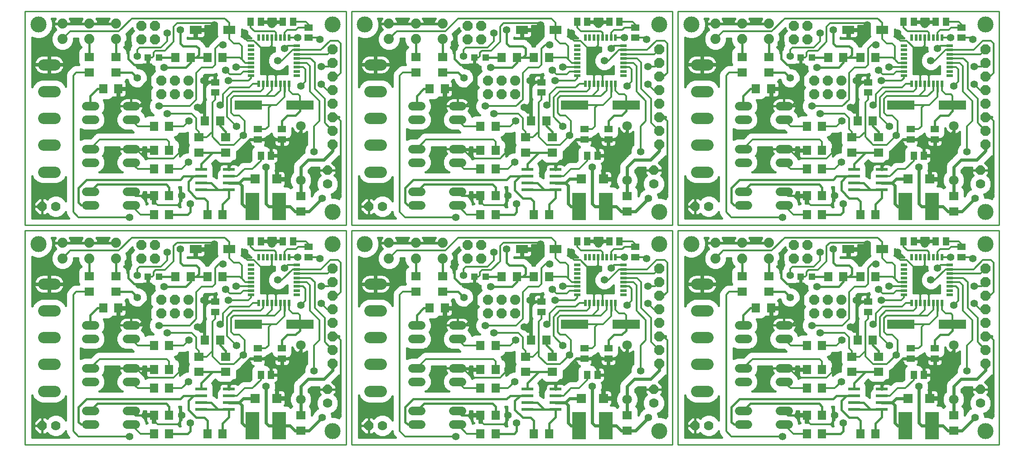
<source format=gbr>
*
%LPD*%
%LNTop_Copper*%
%FSLAX25Y25*%
%MOIN*%
%AD*%
%AD*%
%ADD10C,0.01*%
%ADD11C,0.0748*%
%AMD12_Octagon*
4,1,8,-0.0374,0.01551,-0.01551,0.0374,0.01551,0.0374,0.0374,0.01551,0.0374,-0.01551,0.01551,-0.0374,-0.01551,-0.0374,-0.0374,-0.01551,-0.0374,0.01551,0*
%
%ADD12D12_Octagon*%
%ADD13C,0.074*%
%AMD14_Octagon*
4,1,8,-0.03575,0.014844,-0.014844,0.03575,0.014844,0.03575,0.03575,0.014844,0.03575,-0.014844,0.014844,-0.03575,-0.014844,-0.03575,-0.03575,-0.014844,-0.03575,0.014844,0*
%
%ADD14D14_Octagon*%
%ADD15C,0.062990157*%
%ADD16C,0.0635*%
%ADD17C,0.0835*%
%ADD18C,0.070870079*%
%AMD19_Octagon*
4,1,8,-0.035,0.014528,-0.014528,0.035,0.014528,0.035,0.035,0.014528,0.035,-0.014528,0.014528,-0.035,-0.014528,-0.035,-0.035,-0.014528,-0.035,0.014528,0*
%
%ADD19D19_Octagon*%
%ADD20C,0.07*%
%ADD21C,0.024*%
%ADD22C,0.056*%
%ADD23C,0.013779921*%
%ADD24C,0.055120079*%
%ADD25C,0.016*%
%ADD26C,0.118109843*%
%ADD27R,0.051179921X0.059059843*%
%ADD28R,0.059059843X0.051179921*%
%ADD29R,0.070870079X0.066929921*%
%ADD30R,0.086609843X0.023620079*%
%ADD31R,0.098429921X0.204720079*%
%ADD32R,0.047240157X0.047240157*%
%ADD33R,0.062990157X0.070979921*%
%ADD34R,0.070979921X0.062990157*%
%ADD35R,0.09055X0.062990157*%
%ADD36R,0.2X0.07*%
%ADD37R,0.019690157X0.05*%
%ADD38R,0.05X0.019690157*%
G54D27*
%SRX1Y1I0.0J0.0*%
G1X199552Y56918D3*
G1X207032Y56918D3*
G1X199650Y155343D3*
G1X192170Y155343D3*
G1X215792Y155343D3*
G1X223272Y155343D3*
G54D28*
G1X234788Y151209D3*
G1X234788Y143729D3*
G1X165890Y110855D3*
G1X165890Y103375D3*
G1X197386Y76406D3*
G1X197386Y68926D3*
G1X215103Y68926D3*
G1X215103Y76406D3*
G54D29*
G1X211363Y39733D3*
G1X195221Y39733D3*
G54D30*
G1X176127Y41702D3*
G1X176127Y46702D3*
G1X176127Y36702D3*
G1X176127Y31702D3*
G1X155654Y31702D3*
G1X155654Y36702D3*
G1X155654Y41702D3*
G1X155654Y46702D3*
G54D11*
G1X146363Y112115D3*
G54D12*
G1X136363Y112115D3*
G1X126363Y112115D3*
G1X126363Y102115D3*
G1X136363Y102115D3*
G1X146363Y102115D3*
G54D13*
G1X93056Y142675D3*
G1X93056Y154075D3*
G1X73371Y154075D3*
G1X73371Y142675D3*
G1X53686Y142675D3*
G1X53686Y154075D3*
G54D14*
G1X111520Y152469D3*
G1X121520Y152469D3*
G1X121520Y142469D3*
G1X111520Y142469D3*
G1X252504Y135225D3*
G1X252504Y125225D3*
G1X252504Y115225D3*
G1X252504Y105225D3*
G1X252504Y95225D3*
G1X252504Y85225D3*
G1X252504Y75225D3*
G1X252504Y65225D3*
G54D31*
G1X213134Y19517D3*
G1X193449Y19517D3*
G54D32*
G1X124749Y129261D3*
G1X116481Y129261D3*
G1X107308Y93414D2*
G54D15*
G1X101008Y93414D1*
G1X101008Y83414D2*
G1X107308Y83414D1*
G1X107308Y61918D2*
G1X101008Y61918D1*
G1X101008Y51918D2*
G1X107308Y51918D1*
G1X107308Y30422D2*
G1X101008Y30422D1*
G1X101008Y20422D2*
G1X107308Y20422D1*
G1X77229Y30422D2*
G1X70930Y30422D1*
G1X70930Y61918D2*
G1X77229Y61918D1*
G1X77229Y93414D2*
G1X70930Y93414D1*
G1X70904Y83414D2*
G54D16*
G1X77254Y83414D1*
G1X77254Y51918D2*
G1X70904Y51918D1*
G1X70904Y20422D2*
G1X77254Y20422D1*
G54D33*
G1X120922Y13611D3*
G1X132119Y13611D3*
G1X132119Y27391D3*
G1X120922Y27391D3*
G1X120922Y47076D3*
G1X132119Y47076D3*
G1X132119Y60855D3*
G1X120922Y60855D3*
G1X120922Y78572D3*
G1X132119Y78572D3*
G1X158323Y82509D3*
G1X169520Y82509D3*
G1X171489Y129261D3*
G1X160292Y129261D3*
G1X147867Y129261D3*
G1X136670Y129261D3*
G1X94717Y106131D3*
G1X83520Y106131D3*
G1X160292Y13611D3*
G1X171489Y13611D3*
G54D34*
G1X228882Y15887D3*
G1X228882Y27083D3*
G1X173764Y59194D3*
G1X173764Y70391D3*
G1X154079Y70391D3*
G1X154079Y59194D3*
G1X93056Y118249D3*
G1X93056Y129446D3*
G1X73371Y129446D3*
G1X73371Y118249D3*
G54D35*
G1X151520Y149438D3*
G1X176323Y149438D3*
G1X48018Y123877D2*
G54D17*
G1X39668Y123877D1*
G1X39668Y104177D2*
G1X48018Y104177D1*
G1X48018Y84477D2*
G1X39668Y84477D1*
G1X39668Y64777D2*
G1X48018Y64777D1*
G1X48018Y44977D2*
G1X39668Y44977D1*
G54D36*
G1X190197Y94320D3*
G1X228197Y94320D3*
G54D18*
G1X228882Y78887D3*
G1X228882Y38887D3*
G54D19*
G1X248567Y46170D3*
G1X38843Y19517D3*
G54D20*
G1X48843Y19517D3*
G1X248567Y36170D3*
G54D37*
G1X220221Y109900D3*
G1X217071Y109900D3*
G1X213922Y109900D3*
G1X210772Y109900D3*
G1X207623Y109900D3*
G1X204473Y109900D3*
G1X201323Y109900D3*
G1X198174Y109900D3*
G1X198174Y143700D3*
G1X201323Y143700D3*
G1X204473Y143700D3*
G1X207623Y143700D3*
G1X210772Y143700D3*
G1X213922Y143700D3*
G1X217071Y143700D3*
G1X220221Y143700D3*
G54D38*
G1X226097Y137824D3*
G1X226097Y134674D3*
G1X226097Y131524D3*
G1X226097Y128375D3*
G1X226097Y125225D3*
G1X226097Y122076D3*
G1X226097Y118926D3*
G1X226097Y115776D3*
G1X192297Y115776D3*
G1X192297Y118926D3*
G1X192297Y122076D3*
G1X192297Y125225D3*
G1X192297Y128375D3*
G1X192297Y131524D3*
G1X192297Y134674D3*
G1X192297Y137824D3*
G1X228882Y78887D2*
G54D21*
G1X228882Y74635D1*
G1X228882Y60855D1*
G1X224945Y56918D1*
G1X215103Y56918D1*
G1X221008Y51013D1*
G1X221008Y43139D1*
G1X217603Y39733D1*
G1X211363Y39733D1*
G1X203292Y48552D2*
G1X203292Y21485D1*
G1X205260Y19517D1*
G1X213134Y19517D1*
G1X221008Y19517D1*
G1X224638Y15887D1*
G1X228882Y15887D1*
G1X235095Y15887D1*
G1X244630Y25422D1*
G1X228882Y27083D2*
G1X228882Y38887D1*
G1X228882Y48552D1*
G1X234296Y53965D1*
G1X246107Y53965D1*
G1X252504Y60363D1*
G1X252504Y65225D1*
G1X228882Y74635D2*
G1X223174Y68926D1*
G1X215103Y68926D1*
G1X207032Y68926D1*
G1X197386Y68926D1*
G1X191678Y68926D1*
G1X187544Y64792D1*
G1X187544Y54950D1*
G1X185575Y52981D1*
G1X179670Y52981D1*
G1X176127Y49438D1*
G1X176127Y46702D1*
G1X183607Y36702D2*
G1X186638Y39733D1*
G1X195221Y39733D1*
G1X185575Y34733D2*
G1X183607Y36702D1*
G1X176127Y36702D1*
G1X185575Y34733D2*
G1X185575Y21485D1*
G1X187544Y19517D1*
G1X193449Y19517D1*
G1X207032Y56918D2*
G1X215103Y56918D1*
G1X31363Y41739D2*
G54D25*
G1X31363Y10974D1*
G1X58492Y10974D1*
G1X56960Y12506D1*
G1X56134Y14500D1*
G1X56134Y15593D1*
G1X55826Y14851D1*
G1X53509Y12534D1*
G1X50481Y11280D1*
G1X47205Y11280D1*
G1X44177Y12534D1*
G1X42473Y14237D1*
G1X41453Y13217D1*
G1X38843Y13217D1*
G1X38843Y19516D1*
G1X38843Y19516D3*
G1X38843Y19516D2*
G1X38843Y13217D1*
G1X36233Y13217D1*
G1X32543Y16907D1*
G1X32543Y19516D1*
G1X38843Y19516D1*
G1X38843Y19517D1*
G1X38843Y25817D1*
G1X36233Y25817D1*
G1X32543Y22126D1*
G1X32543Y19517D1*
G1X38843Y19517D1*
G1X38843Y19517D3*
G1X38843Y19517D2*
G1X38843Y25817D1*
G1X41453Y25817D1*
G1X42473Y24796D1*
G1X44177Y26500D1*
G1X47205Y27754D1*
G1X50481Y27754D1*
G1X53509Y26500D1*
G1X55826Y24182D1*
G1X56134Y23440D1*
G1X56134Y41283D1*
G1X55573Y39929D1*
G1X53066Y37422D1*
G1X49791Y36065D1*
G1X37896Y36065D1*
G1X34620Y37422D1*
G1X32113Y39929D1*
G1X31363Y41739D1*
G1X31363Y40904D2*
G1X31709Y40904D1*
G1X31363Y39306D2*
G1X32736Y39306D1*
G1X31363Y37707D2*
G1X34335Y37707D1*
G1X31363Y36109D2*
G1X37791Y36109D1*
G1X31363Y34510D2*
G1X56134Y34510D1*
G1X56134Y32912D2*
G1X31363Y32912D1*
G1X31363Y31313D2*
G1X56134Y31313D1*
G1X56134Y29715D2*
G1X31363Y29715D1*
G1X31363Y28116D2*
G1X56134Y28116D1*
G1X56134Y26518D2*
G1X53465Y26518D1*
G1X55089Y24919D2*
G1X56134Y24919D1*
G1X65497Y22391D2*
G1X65497Y33296D1*
G1X71402Y39202D1*
G1X140300Y39202D1*
G1X142800Y41702D1*
G1X150142Y41702D1*
G1X146205Y37765D1*
G1X146205Y31328D1*
G1X152111Y25422D1*
G1X158016Y25422D1*
G1X160292Y23146D1*
G1X160292Y13611D1*
G1X171489Y13611D2*
G1X171489Y21178D1*
G1X176127Y25816D1*
G1X176127Y31702D1*
G1X167859Y31702D1*
G1X162859Y36702D1*
G1X155654Y36702D1*
G1X155654Y41702D2*
G1X150142Y41702D1*
G1X155654Y46702D2*
G1X155654Y50926D1*
G1X163922Y59194D1*
G1X154079Y59194D1*
G1X145793Y59534D2*
G1X144706Y59534D1*
G1X141936Y58386D1*
G1X140005Y56456D1*
G1X140005Y65347D1*
G1X139284Y67088D1*
G1X137952Y68420D1*
G1X137324Y68680D1*
G1X136719Y70141D1*
G1X136468Y70392D1*
G1X137952Y71007D1*
G1X139284Y72339D1*
G1X139618Y73146D1*
G1X143840Y73146D1*
G1X145793Y73955D1*
G1X145793Y66299D1*
G1X146417Y64792D1*
G1X145793Y63286D1*
G1X145793Y59534D1*
G1X145793Y60086D2*
G1X140005Y60086D1*
G1X140005Y58488D2*
G1X142181Y58488D1*
G1X140439Y56889D2*
G1X140005Y56889D1*
G1X140005Y61685D2*
G1X145793Y61685D1*
G1X145793Y63283D2*
G1X140005Y63283D1*
G1X140005Y64882D2*
G1X146380Y64882D1*
G1X145793Y66480D2*
G1X139536Y66480D1*
G1X138293Y68079D2*
G1X145793Y68079D1*
G1X145793Y69677D2*
G1X136911Y69677D1*
G1X138221Y71276D2*
G1X145793Y71276D1*
G1X145793Y72874D2*
G1X139506Y72874D1*
G1X157549Y83284D2*
G1X157549Y88858D1*
G1X155404Y88858D1*
G1X153411Y90850D1*
G1X152894Y91367D1*
G1X156711Y95183D1*
G1X157537Y97177D1*
G1X157537Y115694D1*
G1X158295Y116453D1*
G1X165001Y116453D1*
G1X166740Y117173D1*
G1X167137Y116214D1*
G1X166370Y116214D1*
G1X166370Y111335D1*
G1X165411Y111335D1*
G1X165411Y116214D1*
G1X162662Y116214D1*
G1X162121Y116107D1*
G1X161611Y115895D1*
G1X161153Y115589D1*
G1X160763Y115199D1*
G1X160456Y114740D1*
G1X160245Y114231D1*
G1X160138Y113690D1*
G1X160138Y111335D1*
G1X165411Y111335D1*
G1X165411Y110671D1*
G1X161995Y110671D1*
G1X161282Y110376D1*
G1X160138Y110376D1*
G1X160138Y109833D1*
G1X158922Y108617D1*
G1X158201Y106876D1*
G1X158201Y99873D1*
G1X158867Y98264D1*
G1X158496Y97367D1*
G1X158496Y83284D1*
G1X157549Y83284D1*
G1X157549Y84064D2*
G1X158496Y84064D1*
G1X158496Y85663D2*
G1X157549Y85663D1*
G1X157549Y87261D2*
G1X158496Y87261D1*
G1X158496Y88860D2*
G1X155402Y88860D1*
G1X153803Y90458D2*
G1X158496Y90458D1*
G1X158496Y92057D2*
G1X153584Y92057D1*
G1X153411Y90850D3*
G1X155183Y93655D2*
G1X158496Y93655D1*
G1X158496Y95254D2*
G1X156740Y95254D1*
G1X157402Y96852D2*
G1X158496Y96852D1*
G1X158790Y98451D2*
G1X157537Y98451D1*
G1X157537Y100049D2*
G1X158201Y100049D1*
G1X158201Y101648D2*
G1X157537Y101648D1*
G1X157537Y103246D2*
G1X158201Y103246D1*
G1X158201Y104845D2*
G1X157537Y104845D1*
G1X157537Y106443D2*
G1X158201Y106443D1*
G1X158683Y108042D2*
G1X157537Y108042D1*
G1X157537Y109640D2*
G1X159945Y109640D1*
G1X157537Y111239D2*
G1X165411Y111239D1*
G1X165411Y112837D2*
G1X166370Y112837D1*
G1X166370Y114436D2*
G1X165411Y114436D1*
G1X165411Y116034D2*
G1X166370Y116034D1*
G1X161946Y116034D2*
G1X157877Y116034D1*
G1X157537Y114436D2*
G1X160330Y114436D1*
G1X160138Y112837D2*
G1X157537Y112837D1*
G1X147867Y125509D2*
G1X144237Y121879D1*
G1X128489Y121879D1*
G1X121446Y119187D2*
G1X117886Y115626D1*
G1X117886Y108604D1*
G1X119374Y107115D1*
G1X117886Y105626D1*
G1X117886Y98604D1*
G1X118523Y97966D1*
G1X118162Y97605D1*
G1X117015Y94835D1*
G1X117015Y91836D1*
G1X118162Y89066D1*
G1X120282Y86946D1*
G1X120495Y86858D1*
G1X116830Y86858D1*
G1X115089Y86137D1*
G1X114825Y85873D1*
G1X113994Y87882D1*
G1X112052Y89823D1*
G1X112396Y90296D1*
G1X112821Y91130D1*
G1X113111Y92021D1*
G1X113257Y92946D1*
G1X113257Y93414D1*
G1X104158Y93414D1*
G1X104158Y93414D3*
G1X104158Y93414D2*
G1X95059Y93414D1*
G1X95059Y92946D1*
G1X95205Y92021D1*
G1X95495Y91130D1*
G1X95920Y90296D1*
G1X96264Y89823D1*
G1X94322Y87882D1*
G1X93122Y84983D1*
G1X93122Y81845D1*
G1X94322Y78947D1*
G1X96541Y76728D1*
G1X99440Y75528D1*
G1X104371Y75528D1*
G1X105744Y74155D1*
G1X79811Y74155D1*
G1X77817Y73329D1*
G1X74292Y69805D1*
G1X69361Y69805D1*
G1X66986Y68821D1*
G1X66986Y76474D1*
G1X69331Y75502D1*
G1X78828Y75502D1*
G1X81736Y76707D1*
G1X83961Y78932D1*
G1X85166Y81840D1*
G1X85166Y84988D1*
G1X83961Y87896D1*
G1X83413Y88445D1*
G1X83915Y88947D1*
G1X85115Y91845D1*
G1X85115Y94983D1*
G1X83930Y97844D1*
G1X87612Y97844D1*
G1X89353Y98566D1*
G1X90686Y99898D1*
G1X90692Y99913D1*
G1X90751Y99889D1*
G1X91292Y99781D1*
G1X93942Y99781D1*
G1X93942Y105356D1*
G1X95492Y105356D1*
G1X95492Y106906D1*
G1X100667Y106906D1*
G1X100667Y109956D1*
G1X100559Y110497D1*
G1X100348Y111006D1*
G1X100042Y111465D1*
G1X99856Y111651D1*
G1X100621Y112416D1*
G1X100743Y112712D1*
G1X101267Y112712D1*
G1X101267Y112506D1*
G1X102414Y109735D1*
G1X104534Y107615D1*
G1X107304Y106468D1*
G1X110303Y106468D1*
G1X113073Y107615D1*
G1X115193Y109735D1*
G1X116341Y112506D1*
G1X116341Y115504D1*
G1X115193Y118274D1*
G1X113073Y120394D1*
G1X110303Y121542D1*
G1X109097Y121542D1*
G1X107922Y122717D1*
G1X110066Y122717D1*
G1X112820Y123857D1*
G1X113208Y124245D1*
G1X113302Y124206D1*
G1X113843Y124098D1*
G1X116100Y124098D1*
G1X116100Y128879D1*
G1X116862Y128879D1*
G1X116862Y124098D1*
G1X118487Y124098D1*
G1X119703Y122883D1*
G1X120952Y122365D1*
G1X120952Y120380D1*
G1X121446Y119187D1*
G1X121427Y119231D2*
G1X114236Y119231D1*
G1X115459Y117633D2*
G1X119892Y117633D1*
G1X118294Y116034D2*
G1X116121Y116034D1*
G1X116341Y114436D2*
G1X117886Y114436D1*
G1X117886Y112837D2*
G1X116341Y112837D1*
G1X116481Y112036D2*
G1X110575Y106131D1*
G1X94717Y106131D1*
G1X95492Y106443D2*
G1X118702Y106443D1*
G1X118447Y108042D2*
G1X113500Y108042D1*
G1X115098Y109640D2*
G1X117886Y109640D1*
G1X117886Y111239D2*
G1X115816Y111239D1*
G1X116481Y112036D2*
G1X116481Y100028D1*
G1X109867Y93414D1*
G1X104158Y93414D1*
G1X104158Y93414D3*
G1X104158Y93414D2*
G1X113257Y93414D1*
G1X113257Y93882D1*
G1X113111Y94807D1*
G1X112821Y95698D1*
G1X112396Y96532D1*
G1X111846Y97290D1*
G1X111184Y97952D1*
G1X110426Y98503D1*
G1X109591Y98928D1*
G1X108701Y99217D1*
G1X107776Y99364D1*
G1X104158Y99364D1*
G1X100540Y99364D1*
G1X99615Y99217D1*
G1X98725Y98928D1*
G1X97890Y98503D1*
G1X97132Y97952D1*
G1X96470Y97290D1*
G1X95920Y96532D1*
G1X95495Y95698D1*
G1X95205Y94807D1*
G1X95059Y93882D1*
G1X95059Y93414D1*
G1X104158Y93414D1*
G1X104158Y99364D1*
G1X104158Y93414D1*
G1X104158Y93414D3*
G1X104158Y93655D3*
G1X104158Y95254D3*
G1X104158Y96852D3*
G1X104158Y98451D3*
G1X100348Y101255D2*
G1X100042Y100797D1*
G1X99652Y100407D1*
G1X99193Y100100D1*
G1X98683Y99889D1*
G1X98142Y99781D1*
G1X95492Y99781D1*
G1X95492Y105356D1*
G1X100667Y105356D1*
G1X100667Y102306D1*
G1X100559Y101765D1*
G1X100348Y101255D1*
G1X100511Y101648D2*
G1X117886Y101648D1*
G1X117886Y103246D2*
G1X100667Y103246D1*
G1X100667Y104845D2*
G1X117886Y104845D1*
G1X117886Y100049D2*
G1X99070Y100049D1*
G1X97818Y98451D2*
G1X89075Y98451D1*
G1X84341Y96852D2*
G1X96152Y96852D1*
G1X95350Y95254D2*
G1X85003Y95254D1*
G1X85115Y93655D2*
G1X95059Y93655D1*
G1X95200Y92057D2*
G1X85115Y92057D1*
G1X84541Y90458D2*
G1X95837Y90458D1*
G1X95300Y88860D2*
G1X83828Y88860D1*
G1X84224Y87261D2*
G1X94065Y87261D1*
G1X93403Y85663D2*
G1X84886Y85663D1*
G1X85166Y84064D2*
G1X93122Y84064D1*
G1X93122Y82466D2*
G1X85166Y82466D1*
G1X84763Y80867D2*
G1X93527Y80867D1*
G1X94189Y79269D2*
G1X84101Y79269D1*
G1X82699Y77670D2*
G1X95599Y77670D1*
G1X98126Y76072D2*
G1X80202Y76072D1*
G1X77362Y72874D2*
G1X66986Y72874D1*
G1X66986Y71276D2*
G1X75764Y71276D1*
G1X69054Y69677D2*
G1X66986Y69677D1*
G1X66986Y74473D2*
G1X105426Y74473D1*
G1X104158Y61918D2*
G1X113257Y61918D1*
G1X104158Y61918D1*
G1X104158Y61918D3*
G1X104158Y61918D2*
G1X95059Y61918D1*
G1X95059Y61450D1*
G1X95205Y60525D1*
G1X95495Y59634D1*
G1X95920Y58800D1*
G1X96264Y58327D1*
G1X94322Y56386D1*
G1X93122Y53487D1*
G1X93122Y50349D1*
G1X94322Y47451D1*
G1X96541Y45232D1*
G1X97733Y44739D1*
G1X80596Y44739D1*
G1X81736Y45211D1*
G1X83961Y47436D1*
G1X85166Y50344D1*
G1X85166Y53492D1*
G1X83961Y56400D1*
G1X83413Y56949D1*
G1X83915Y57451D1*
G1X85115Y60349D1*
G1X85115Y63303D1*
G1X95204Y63303D1*
G1X95059Y62386D1*
G1X95059Y61918D1*
G1X104158Y61918D1*
G1X104158Y61918D3*
G1X112052Y58327D2*
G1X112396Y58800D1*
G1X112821Y59634D1*
G1X113111Y60525D1*
G1X113257Y61450D1*
G1X113257Y61918D1*
G1X113257Y62386D1*
G1X113112Y63303D1*
G1X114972Y63303D1*
G1X114972Y61630D1*
G1X120147Y61630D1*
G1X120147Y60080D1*
G1X114972Y60080D1*
G1X114972Y57030D1*
G1X115080Y56489D1*
G1X115291Y55980D1*
G1X115597Y55521D1*
G1X115987Y55131D1*
G1X116097Y55058D1*
G1X115089Y54641D1*
G1X114825Y54377D1*
G1X113994Y56386D1*
G1X112052Y58327D1*
G1X112169Y58488D2*
G1X114972Y58488D1*
G1X115000Y56889D2*
G1X113490Y56889D1*
G1X114447Y55291D2*
G1X115827Y55291D1*
G1X112968Y60086D2*
G1X120147Y60086D1*
G1X114972Y61685D2*
G1X113257Y61685D1*
G1X113115Y63283D2*
G1X114972Y63283D1*
G1X96146Y58488D2*
G1X84344Y58488D1*
G1X85007Y60086D2*
G1X95348Y60086D1*
G1X95059Y61685D2*
G1X85115Y61685D1*
G1X85115Y63283D2*
G1X95201Y63283D1*
G1X94826Y56889D2*
G1X83472Y56889D1*
G1X84421Y55291D2*
G1X93869Y55291D1*
G1X93207Y53692D2*
G1X85083Y53692D1*
G1X85166Y52094D2*
G1X93122Y52094D1*
G1X93122Y50495D2*
G1X85166Y50495D1*
G1X84566Y48897D2*
G1X93723Y48897D1*
G1X94475Y47298D2*
G1X83823Y47298D1*
G1X82225Y45700D2*
G1X96073Y45700D1*
G1X79414Y35757D2*
G1X74079Y30422D1*
G1X79414Y35757D2*
G1X129965Y35757D1*
G1X132119Y33603D1*
G1X132119Y27391D1*
G1X140005Y28116D2*
G1X141586Y28116D1*
G1X141511Y28191D2*
G1X142620Y27082D1*
G1X141292Y25754D1*
G1X140145Y22984D1*
G1X140145Y19986D1*
G1X140492Y19148D1*
G1X139572Y19148D1*
G1X139284Y19844D1*
G1X138627Y20501D1*
G1X139284Y21158D1*
G1X140005Y22899D1*
G1X140005Y31882D1*
G1X139284Y33623D1*
G1X139243Y33665D1*
G1X140668Y33665D1*
G1X140668Y30226D1*
G1X141511Y28191D1*
G1X140880Y29715D2*
G1X140005Y29715D1*
G1X140005Y31313D2*
G1X140668Y31313D1*
G1X140668Y32912D2*
G1X139579Y32912D1*
G1X140005Y26518D2*
G1X142055Y26518D1*
G1X140946Y24919D2*
G1X140005Y24919D1*
G1X140005Y23321D2*
G1X140284Y23321D1*
G1X140145Y21722D2*
G1X139518Y21722D1*
G1X139004Y20124D2*
G1X140145Y20124D1*
G1X147682Y21485D2*
G1X147682Y15580D1*
G1X145713Y13611D1*
G1X132119Y13611D1*
G1X121697Y21897D2*
G1X120147Y21897D1*
G1X120147Y26616D1*
G1X114972Y26616D1*
G1X114972Y23566D1*
G1X115080Y23025D1*
G1X115291Y22515D1*
G1X115597Y22056D1*
G1X115987Y21666D1*
G1X116097Y21593D1*
G1X115194Y21220D1*
G1X115194Y21991D1*
G1X113994Y24889D1*
G1X112052Y26831D1*
G1X112396Y27304D1*
G1X112821Y28138D1*
G1X113111Y29029D1*
G1X113257Y29954D1*
G1X113257Y30220D1*
G1X114972Y30220D1*
G1X114972Y28165D1*
G1X120147Y28165D1*
G1X120147Y26616D1*
G1X121697Y26616D1*
G1X121697Y21897D1*
G1X121697Y23321D2*
G1X120147Y23321D1*
G1X120147Y24919D2*
G1X121697Y24919D1*
G1X121697Y26518D2*
G1X120147Y26518D1*
G1X120922Y27391D2*
G1X107189Y27391D1*
G1X104158Y30422D1*
G1X112365Y26518D2*
G1X114972Y26518D1*
G1X114972Y24919D2*
G1X113964Y24919D1*
G1X114643Y23321D2*
G1X115021Y23321D1*
G1X115194Y21722D2*
G1X115932Y21722D1*
G1X112810Y28116D2*
G1X120147Y28116D1*
G1X114972Y29715D2*
G1X113219Y29715D1*
G1X74079Y20422D2*
G1X67465Y20422D1*
G1X65497Y22391D1*
G1X56134Y15328D2*
G1X56024Y15328D1*
G1X56453Y13730D2*
G1X54705Y13730D1*
G1X52537Y12131D2*
G1X57335Y12131D1*
G1X45149Y12131D2*
G1X31363Y12131D1*
G1X31363Y13730D2*
G1X35720Y13730D1*
G1X34122Y15328D2*
G1X31363Y15328D1*
G1X31363Y16927D2*
G1X32543Y16927D1*
G1X32543Y18525D2*
G1X31363Y18525D1*
G1X31363Y20124D2*
G1X32543Y20124D1*
G1X32543Y21722D2*
G1X31363Y21722D1*
G1X31363Y23321D2*
G1X33738Y23321D1*
G1X35336Y24919D2*
G1X31363Y24919D1*
G1X31363Y26518D2*
G1X44221Y26518D1*
G1X42597Y24919D2*
G1X42350Y24919D1*
G1X38843Y24919D3*
G1X38843Y23321D3*
G1X38843Y21722D3*
G1X38843Y20124D3*
G1X38843Y18525D3*
G1X38843Y16927D3*
G1X38843Y15328D3*
G1X38843Y13730D3*
G1X41966Y13730D2*
G1X42981Y13730D1*
G1X49895Y36109D2*
G1X56134Y36109D1*
G1X56134Y37707D2*
G1X53351Y37707D1*
G1X54950Y39306D2*
G1X56134Y39306D1*
G1X56134Y40904D2*
G1X55977Y40904D1*
G1X66986Y76072D2*
G1X67957Y76072D1*
G1X74079Y93414D2*
G1X74079Y100934D1*
G1X79276Y106131D1*
G1X83520Y106131D1*
G1X93942Y104845D2*
G1X95492Y104845D1*
G1X95492Y103246D2*
G1X93942Y103246D1*
G1X93942Y101648D2*
G1X95492Y101648D1*
G1X95492Y100049D2*
G1X93942Y100049D1*
G1X100667Y108042D2*
G1X104108Y108042D1*
G1X102509Y109640D2*
G1X100667Y109640D1*
G1X100193Y111239D2*
G1X101791Y111239D1*
G1X104560Y118249D2*
G1X108804Y114005D1*
G1X104560Y118249D2*
G1X93056Y118249D1*
G1X101914Y128276D2*
G1X106343Y123847D1*
G1X112544Y123847D1*
G1X116481Y119910D1*
G1X116481Y112036D1*
G1X116481Y119910D2*
G1X116481Y129261D1*
G1X116100Y128822D2*
G1X116862Y128822D1*
G1X116862Y127224D2*
G1X116100Y127224D1*
G1X116100Y125625D2*
G1X116862Y125625D1*
G1X118559Y124027D2*
G1X112989Y124027D1*
G1X112022Y120830D2*
G1X120952Y120830D1*
G1X120800Y122428D2*
G1X108211Y122428D1*
G1X101914Y128276D2*
G1X101914Y139595D1*
G1X101085Y140012D2*
G1X103208Y140012D1*
G1X103208Y139026D2*
G1X104099Y138135D1*
G1X103975Y138011D1*
G1X103149Y136017D1*
G1X103149Y135380D1*
G1X102223Y134454D1*
G1X101342Y132326D1*
G1X101342Y133538D1*
G1X100621Y135279D1*
G1X99288Y136611D1*
G1X99030Y136718D1*
G1X100208Y137896D1*
G1X101493Y140997D1*
G1X101493Y144353D1*
G1X100675Y146328D1*
G1X105145Y150799D1*
G1X105145Y149829D1*
G1X106135Y148839D1*
G1X103208Y145912D1*
G1X103208Y139026D1*
G1X103821Y138413D2*
G1X100423Y138413D1*
G1X99127Y136815D2*
G1X103480Y136815D1*
G1X102986Y135216D2*
G1X100646Y135216D1*
G1X101309Y133618D2*
G1X101877Y133618D1*
G1X101493Y141610D2*
G1X103208Y141610D1*
G1X103208Y143209D2*
G1X101493Y143209D1*
G1X101304Y144807D2*
G1X103208Y144807D1*
G1X103702Y146406D2*
G1X100752Y146406D1*
G1X102351Y148005D2*
G1X105301Y148005D1*
G1X105371Y149603D2*
G1X103949Y149603D1*
G1X92856Y153875D2*
G1X86556Y153875D1*
G1X86556Y153840D1*
G1X79871Y153840D1*
G1X79871Y153875D1*
G1X73571Y153875D1*
G1X73571Y154275D1*
G1X79871Y154275D1*
G1X79871Y154501D1*
G1X79759Y155346D1*
G1X79539Y156169D1*
G1X79213Y156956D1*
G1X78787Y157694D1*
G1X78567Y157980D1*
G1X87859Y157980D1*
G1X87639Y157694D1*
G1X87213Y156956D1*
G1X86887Y156169D1*
G1X86667Y155346D1*
G1X86556Y154501D1*
G1X86556Y154275D1*
G1X92856Y154275D1*
G1X92856Y153875D1*
G1X86556Y154399D2*
G1X79871Y154399D1*
G1X79585Y155997D2*
G1X86841Y155997D1*
G1X87583Y157596D2*
G1X78843Y157596D1*
G1X73171Y154275D2*
G1X73171Y153875D1*
G1X66871Y153875D1*
G1X66871Y153840D1*
G1X60186Y153840D1*
G1X60186Y153875D1*
G1X53886Y153875D1*
G1X53886Y154275D1*
G1X60186Y154275D1*
G1X60186Y154501D1*
G1X60074Y155346D1*
G1X59854Y156169D1*
G1X59528Y156956D1*
G1X59102Y157694D1*
G1X58882Y157980D1*
G1X68174Y157980D1*
G1X67954Y157694D1*
G1X67528Y156956D1*
G1X67202Y156169D1*
G1X66982Y155346D1*
G1X66871Y154501D1*
G1X66871Y154275D1*
G1X73171Y154275D1*
G1X67898Y157596D2*
G1X59158Y157596D1*
G1X59900Y155997D2*
G1X67156Y155997D1*
G1X66871Y154399D2*
G1X60186Y154399D1*
G1X53485Y154275D2*
G1X53485Y153875D1*
G1X47186Y153875D1*
G1X47186Y153649D1*
G1X47297Y152804D1*
G1X47517Y151981D1*
G1X47843Y151194D1*
G1X48269Y150456D1*
G1X48788Y149780D1*
G1X48824Y149744D1*
G1X46533Y147454D1*
G1X45249Y144353D1*
G1X45249Y140997D1*
G1X46533Y137896D1*
G1X48906Y135522D1*
G1X52007Y134238D1*
G1X55364Y134238D1*
G1X58465Y135522D1*
G1X60838Y137896D1*
G1X62123Y140997D1*
G1X62123Y142988D1*
G1X64934Y142988D1*
G1X64934Y140997D1*
G1X66218Y137896D1*
G1X67396Y136718D1*
G1X67138Y136611D1*
G1X65806Y135279D1*
G1X65084Y133538D1*
G1X65084Y125354D1*
G1X65708Y123847D1*
G1X65637Y123675D1*
G1X62756Y123675D1*
G1X60762Y122849D1*
G1X58486Y120573D1*
G1X56960Y119047D1*
G1X56134Y117053D1*
G1X56134Y107872D1*
G1X55573Y109225D1*
G1X53066Y111732D1*
G1X49791Y113089D1*
G1X37896Y113089D1*
G1X34620Y111732D1*
G1X32113Y109225D1*
G1X31363Y107415D1*
G1X31363Y143745D1*
G1X31861Y143458D1*
G1X34568Y142732D1*
G1X37370Y142732D1*
G1X40077Y143458D1*
G1X42504Y144859D1*
G1X44485Y146840D1*
G1X45886Y149267D1*
G1X46612Y151974D1*
G1X46612Y154776D1*
G1X45886Y157483D1*
G1X45599Y157980D1*
G1X48489Y157980D1*
G1X48269Y157694D1*
G1X47843Y156956D1*
G1X47517Y156169D1*
G1X47297Y155346D1*
G1X47186Y154501D1*
G1X47186Y154275D1*
G1X53485Y154275D1*
G1X48213Y157596D2*
G1X45821Y157596D1*
G1X46284Y155997D2*
G1X47471Y155997D1*
G1X47186Y154399D2*
G1X46612Y154399D1*
G1X46612Y152800D2*
G1X47298Y152800D1*
G1X47840Y151202D2*
G1X46405Y151202D1*
G1X45976Y149603D2*
G1X48682Y149603D1*
G1X47084Y148005D2*
G1X45157Y148005D1*
G1X46099Y146406D2*
G1X44051Y146406D1*
G1X45437Y144807D2*
G1X42415Y144807D1*
G1X45249Y143209D2*
G1X39149Y143209D1*
G1X45249Y141610D2*
G1X31363Y141610D1*
G1X31363Y140012D2*
G1X45656Y140012D1*
G1X46319Y138413D2*
G1X31363Y138413D1*
G1X31363Y136815D2*
G1X47614Y136815D1*
G1X49645Y135216D2*
G1X31363Y135216D1*
G1X31363Y133618D2*
G1X65118Y133618D1*
G1X65084Y132019D2*
G1X31363Y132019D1*
G1X31363Y130421D2*
G1X37240Y130421D1*
G1X37421Y130496D2*
G1X36577Y130146D1*
G1X35785Y129689D1*
G1X35060Y129132D1*
G1X34413Y128486D1*
G1X33856Y127760D1*
G1X33399Y126969D1*
G1X33049Y126124D1*
G1X32813Y125241D1*
G1X32699Y124377D1*
G1X43343Y124377D1*
G1X43343Y123377D1*
G1X44343Y123377D1*
G1X44343Y116902D1*
G1X48475Y116902D1*
G1X49381Y117022D1*
G1X50265Y117258D1*
G1X51109Y117608D1*
G1X51901Y118065D1*
G1X52627Y118622D1*
G1X53273Y119268D1*
G1X53830Y119994D1*
G1X54287Y120786D1*
G1X54637Y121630D1*
G1X54873Y122514D1*
G1X54987Y123377D1*
G1X44343Y123377D1*
G1X44343Y124377D1*
G1X54987Y124377D1*
G1X54873Y125241D1*
G1X54637Y126124D1*
G1X54287Y126969D1*
G1X53830Y127760D1*
G1X53273Y128486D1*
G1X52627Y129132D1*
G1X51901Y129689D1*
G1X51109Y130146D1*
G1X50265Y130496D1*
G1X49381Y130733D1*
G1X48475Y130852D1*
G1X44343Y130852D1*
G1X44343Y124377D1*
G1X43343Y124377D1*
G1X43343Y130852D1*
G1X39211Y130852D1*
G1X38305Y130733D1*
G1X37421Y130496D1*
G1X34750Y128822D2*
G1X31363Y128822D1*
G1X31363Y127224D2*
G1X33547Y127224D1*
G1X32916Y125625D2*
G1X31363Y125625D1*
G1X31363Y124027D2*
G1X43343Y124027D1*
G1X43343Y123377D2*
G1X32699Y123377D1*
G1X32813Y122514D1*
G1X33049Y121630D1*
G1X33399Y120786D1*
G1X33856Y119994D1*
G1X34413Y119268D1*
G1X35060Y118622D1*
G1X35785Y118065D1*
G1X36577Y117608D1*
G1X37421Y117258D1*
G1X38305Y117022D1*
G1X39211Y116902D1*
G1X43343Y116902D1*
G1X43343Y123377D1*
G1X43343Y122428D2*
G1X44343Y122428D1*
G1X44343Y120830D2*
G1X43343Y120830D1*
G1X43343Y119231D2*
G1X44343Y119231D1*
G1X44343Y117633D2*
G1X43343Y117633D1*
G1X50398Y112837D2*
G1X56134Y112837D1*
G1X56134Y111239D2*
G1X53559Y111239D1*
G1X55158Y109640D2*
G1X56134Y109640D1*
G1X56134Y108042D2*
G1X56063Y108042D1*
G1X56134Y114436D2*
G1X31363Y114436D1*
G1X31363Y116034D2*
G1X56134Y116034D1*
G1X56374Y117633D2*
G1X51152Y117633D1*
G1X53236Y119231D2*
G1X57144Y119231D1*
G1X58743Y120830D2*
G1X54305Y120830D1*
G1X54850Y122428D2*
G1X60341Y122428D1*
G1X65634Y124027D2*
G1X44343Y124027D1*
G1X44343Y125625D2*
G1X43343Y125625D1*
G1X43343Y127224D2*
G1X44343Y127224D1*
G1X44343Y128822D2*
G1X43343Y128822D1*
G1X43343Y130421D2*
G1X44343Y130421D1*
G1X50446Y130421D2*
G1X65084Y130421D1*
G1X65084Y128822D2*
G1X52936Y128822D1*
G1X54139Y127224D2*
G1X65084Y127224D1*
G1X65084Y125625D2*
G1X54770Y125625D1*
G1X57726Y135216D2*
G1X65780Y135216D1*
G1X67299Y136815D2*
G1X59757Y136815D1*
G1X61053Y138413D2*
G1X66004Y138413D1*
G1X65341Y140012D2*
G1X61715Y140012D1*
G1X62123Y141610D2*
G1X64934Y141610D1*
G1X73371Y142675D2*
G1X73371Y129446D1*
G1X93056Y129446D2*
G1X93056Y142675D1*
G1X124749Y129261D2*
G1X136670Y129261D1*
G1X142268Y137627D2*
G1X152111Y137627D1*
G1X154079Y135658D1*
G1X154079Y131229D1*
G1X152111Y129261D1*
G1X160292Y129261D1*
G1X152111Y129261D2*
G1X147867Y129261D1*
G1X147867Y125509D1*
G1X142268Y137627D2*
G1X140300Y139595D1*
G1X140300Y149438D1*
G1X145837Y143736D2*
G1X146176Y143596D1*
G1X146717Y143488D1*
G1X150745Y143488D1*
G1X150745Y148663D1*
G1X152295Y148663D1*
G1X152295Y150213D1*
G1X158848Y150213D1*
G1X158848Y152500D1*
G1X167059Y152500D1*
G1X167059Y145346D1*
G1X167315Y144727D1*
G1X165820Y143232D1*
G1X165769Y143211D1*
G1X162817Y140258D1*
G1X161290Y138732D1*
G1X160800Y137547D1*
G1X159290Y137547D1*
G1X158773Y138795D1*
G1X157216Y140352D1*
G1X155247Y142321D1*
G1X153212Y143164D1*
G1X145837Y143164D1*
G1X145837Y143736D1*
G1X145837Y143209D2*
G1X165768Y143209D1*
G1X167282Y144807D2*
G1X158426Y144807D1*
G1X158529Y144962D2*
G1X158740Y145471D1*
G1X158848Y146012D1*
G1X158848Y148663D1*
G1X152295Y148663D1*
G1X152295Y143488D1*
G1X156324Y143488D1*
G1X156864Y143596D1*
G1X157374Y143807D1*
G1X157833Y144113D1*
G1X158223Y144503D1*
G1X158529Y144962D1*
G1X158848Y146406D2*
G1X167059Y146406D1*
G1X167059Y148005D2*
G1X158848Y148005D1*
G1X158848Y151202D2*
G1X167059Y151202D1*
G1X167059Y149603D2*
G1X152295Y149603D1*
G1X152295Y148005D2*
G1X150745Y148005D1*
G1X150745Y146406D2*
G1X152295Y146406D1*
G1X152295Y144807D2*
G1X150745Y144807D1*
G1X155958Y141610D2*
G1X164169Y141610D1*
G1X162570Y140012D2*
G1X157556Y140012D1*
G1X158931Y138413D2*
G1X161158Y138413D1*
G1X185341Y144750D2*
G1X186680Y144195D1*
G1X187777Y143098D1*
G1X188855Y143545D1*
G1X192452Y143545D1*
G1X192452Y143605D1*
G1X191852Y143854D1*
G1X189096Y146610D1*
G1X187616Y148089D1*
G1X186927Y148375D1*
G1X185595Y149707D1*
G1X185588Y149724D1*
G1X185588Y145346D1*
G1X185341Y144750D1*
G1X185365Y144807D2*
G1X190898Y144807D1*
G1X189300Y146406D2*
G1X185588Y146406D1*
G1X185588Y148005D2*
G1X187701Y148005D1*
G1X185699Y149603D2*
G1X185588Y149603D1*
G1X187667Y143209D2*
G1X188044Y143209D1*
G1X199534Y136463D2*
G1X206399Y136463D1*
G1X207623Y136970D1*
G1X208846Y136463D1*
G1X209534Y136463D1*
G1X209534Y134159D1*
G1X209652Y133875D1*
G1X207906Y133152D1*
G1X205798Y131044D1*
G1X204657Y128290D1*
G1X204657Y125310D1*
G1X205798Y122556D1*
G1X207906Y120448D1*
G1X210660Y119307D1*
G1X213641Y119307D1*
G1X216395Y120448D1*
G1X218126Y122179D1*
G1X218176Y122200D1*
G1X218860Y122884D1*
G1X218860Y117137D1*
G1X211995Y117137D1*
G1X210772Y116630D1*
G1X209549Y117137D1*
G1X205696Y117137D1*
G1X204473Y116630D1*
G1X203250Y117137D1*
G1X199534Y117137D1*
G1X199534Y124002D1*
G1X199534Y127152D1*
G1X199534Y136463D1*
G1X199534Y135216D2*
G1X209534Y135216D1*
G1X209030Y133618D2*
G1X199534Y133618D1*
G1X199534Y132019D2*
G1X206773Y132019D1*
G1X205540Y130421D2*
G1X199534Y130421D1*
G1X199534Y128822D2*
G1X204878Y128822D1*
G1X204657Y127224D2*
G1X199534Y127224D1*
G1X199534Y125625D2*
G1X204657Y125625D1*
G1X205189Y124027D2*
G1X199534Y124027D1*
G1X199534Y122428D2*
G1X205925Y122428D1*
G1X207524Y120830D2*
G1X199534Y120830D1*
G1X199534Y119231D2*
G1X218860Y119231D1*
G1X218860Y117633D2*
G1X199534Y117633D1*
G1X216777Y120830D2*
G1X218860Y120830D1*
G1X218860Y122428D2*
G1X218405Y122428D1*
G1X217071Y109900D2*
G1X217071Y104162D1*
G1X228197Y94320D2*
G1X228197Y89698D1*
G1X224945Y86446D1*
G1X219040Y86446D1*
G1X215103Y82509D1*
G1X215103Y76406D1*
G1X222118Y71276D2*
G1X233299Y71276D1*
G1X233299Y72874D2*
G1X230906Y72874D1*
G1X231317Y73008D2*
G1X232207Y73461D1*
G1X233015Y74048D1*
G1X233299Y74332D1*
G1X233299Y65104D1*
G1X232335Y64140D1*
G1X231188Y61370D1*
G1X231188Y59104D1*
G1X230933Y58998D1*
G1X223849Y51915D1*
G1X222945Y49733D1*
G1X222945Y44660D1*
G1X221863Y43577D1*
G1X220602Y40534D1*
G1X220602Y37240D1*
G1X221863Y34196D1*
G1X222230Y33829D1*
G1X221454Y33053D1*
G1X220739Y33769D1*
G1X218998Y34490D1*
G1X216969Y34490D1*
G1X217081Y34602D1*
G1X217387Y35060D1*
G1X217598Y35570D1*
G1X217706Y36111D1*
G1X217706Y38933D1*
G1X212163Y38933D1*
G1X212163Y40533D1*
G1X217706Y40533D1*
G1X217706Y43355D1*
G1X217598Y43896D1*
G1X217387Y44406D1*
G1X217081Y44864D1*
G1X216691Y45254D1*
G1X216232Y45561D1*
G1X215723Y45772D1*
G1X215182Y45880D1*
G1X212163Y45880D1*
G1X212163Y40533D1*
G1X210563Y40533D1*
G1X210563Y45880D1*
G1X210343Y45880D1*
G1X210829Y47053D1*
G1X210829Y50051D1*
G1X210329Y51257D1*
G1X210408Y51273D1*
G1X210917Y51484D1*
G1X211376Y51790D1*
G1X211766Y52180D1*
G1X212072Y52639D1*
G1X212283Y53149D1*
G1X212391Y53690D1*
G1X212391Y56439D1*
G1X207512Y56439D1*
G1X207512Y57398D1*
G1X212391Y57398D1*
G1X212391Y60147D1*
G1X212283Y60688D1*
G1X212072Y61197D1*
G1X211766Y61656D1*
G1X211376Y62046D1*
G1X210917Y62352D1*
G1X210408Y62563D1*
G1X209867Y62671D1*
G1X207512Y62671D1*
G1X207512Y57398D1*
G1X206848Y57398D1*
G1X206848Y60813D1*
G1X206552Y61526D1*
G1X206552Y62671D1*
G1X206010Y62671D1*
G1X204794Y63887D1*
G1X203053Y64608D1*
G1X202531Y64608D1*
G1X202820Y65041D1*
G1X203031Y65550D1*
G1X203139Y66091D1*
G1X203139Y68446D1*
G1X197866Y68446D1*
G1X197866Y69110D1*
G1X201281Y69110D1*
G1X201994Y69406D1*
G1X203139Y69406D1*
G1X203139Y69948D1*
G1X204171Y70980D1*
G1X204174Y70980D1*
G1X206169Y71806D1*
G1X207413Y73051D1*
G1X207413Y72905D1*
G1X208134Y71164D1*
G1X209350Y69948D1*
G1X209350Y69406D1*
G1X210495Y69406D1*
G1X211208Y69110D1*
G1X214623Y69110D1*
G1X214623Y68446D1*
G1X215582Y68446D1*
G1X215582Y63567D1*
G1X218331Y63567D1*
G1X218872Y63675D1*
G1X219382Y63886D1*
G1X219841Y64192D1*
G1X220231Y64582D1*
G1X220537Y65041D1*
G1X220748Y65550D1*
G1X220856Y66091D1*
G1X220856Y68446D1*
G1X215582Y68446D1*
G1X215582Y69110D1*
G1X218998Y69110D1*
G1X219711Y69406D1*
G1X220856Y69406D1*
G1X220856Y69948D1*
G1X222071Y71164D1*
G1X222793Y72905D1*
G1X222793Y77102D1*
G1X223004Y76452D1*
G1X223457Y75562D1*
G1X224044Y74754D1*
G1X224750Y74048D1*
G1X225558Y73461D1*
G1X226447Y73008D1*
G1X227397Y72699D1*
G1X228383Y72543D1*
G1X228698Y72543D1*
G1X228698Y78702D1*
G1X229067Y78702D1*
G1X229067Y72543D1*
G1X229382Y72543D1*
G1X230368Y72699D1*
G1X231317Y73008D1*
G1X229067Y72874D2*
G1X228698Y72874D1*
G1X228698Y74473D2*
G1X229067Y74473D1*
G1X229067Y76072D2*
G1X228698Y76072D1*
G1X228698Y77670D2*
G1X229067Y77670D1*
G1X224325Y74473D2*
G1X222793Y74473D1*
G1X222793Y76072D2*
G1X223198Y76072D1*
G1X222780Y72874D2*
G1X226858Y72874D1*
G1X220856Y69677D2*
G1X233299Y69677D1*
G1X233299Y68079D2*
G1X220856Y68079D1*
G1X220856Y66480D2*
G1X233299Y66480D1*
G1X233077Y64882D2*
G1X220431Y64882D1*
G1X215582Y64882D2*
G1X214623Y64882D1*
G1X214623Y63567D2*
G1X211874Y63567D1*
G1X211333Y63675D1*
G1X210824Y63886D1*
G1X210365Y64192D1*
G1X209975Y64582D1*
G1X209669Y65041D1*
G1X209458Y65550D1*
G1X209350Y66091D1*
G1X209350Y68446D1*
G1X214623Y68446D1*
G1X214623Y63567D1*
G1X212391Y60086D2*
G1X231188Y60086D1*
G1X231318Y61685D2*
G1X211737Y61685D1*
G1X212391Y58488D2*
G1X230422Y58488D1*
G1X228824Y56889D2*
G1X207512Y56889D1*
G1X207512Y58488D2*
G1X206848Y58488D1*
G1X206848Y60086D2*
G1X207512Y60086D1*
G1X207512Y61685D2*
G1X206552Y61685D1*
G1X205397Y63283D2*
G1X231980Y63283D1*
G1X227225Y55291D2*
G1X212391Y55291D1*
G1X212391Y53692D2*
G1X225627Y53692D1*
G1X224028Y52094D2*
G1X211679Y52094D1*
G1X210645Y50495D2*
G1X223261Y50495D1*
G1X222945Y48897D2*
G1X210829Y48897D1*
G1X210829Y47298D2*
G1X222945Y47298D1*
G1X222945Y45700D2*
G1X215897Y45700D1*
G1X217513Y44101D2*
G1X222387Y44101D1*
G1X221418Y42503D2*
G1X217706Y42503D1*
G1X217706Y40904D2*
G1X220756Y40904D1*
G1X220602Y39306D2*
G1X212163Y39306D1*
G1X212163Y40904D2*
G1X210563Y40904D1*
G1X210563Y42503D2*
G1X212163Y42503D1*
G1X212163Y44101D2*
G1X210563Y44101D1*
G1X210563Y45700D2*
G1X212163Y45700D1*
G1X217706Y37707D2*
G1X220602Y37707D1*
G1X221070Y36109D2*
G1X217706Y36109D1*
G1X216989Y34510D2*
G1X221733Y34510D1*
G1X235535Y33829D2*
G1X235902Y34196D1*
G1X237163Y37240D1*
G1X237163Y40534D1*
G1X235902Y43577D1*
G1X234819Y44660D1*
G1X234819Y46093D1*
G1X236755Y48028D1*
G1X242267Y48028D1*
G1X242267Y46170D1*
G1X242267Y43561D1*
G1X243288Y42540D1*
G1X241584Y40836D1*
G1X240330Y37809D1*
G1X240330Y34532D1*
G1X241297Y32199D1*
G1X240361Y31812D1*
G1X238241Y29691D1*
G1X237169Y27103D1*
G1X237169Y31175D1*
G1X236447Y32916D1*
G1X235535Y33829D1*
G1X236032Y34510D2*
G1X240339Y34510D1*
G1X240330Y36109D2*
G1X236694Y36109D1*
G1X237163Y37707D2*
G1X240330Y37707D1*
G1X240951Y39306D2*
G1X237163Y39306D1*
G1X237009Y40904D2*
G1X241653Y40904D1*
G1X243251Y42503D2*
G1X236347Y42503D1*
G1X235378Y44101D2*
G1X242267Y44101D1*
G1X242267Y45700D2*
G1X234819Y45700D1*
G1X236025Y47298D2*
G1X242267Y47298D1*
G1X242267Y46170D2*
G1X248567Y46170D1*
G1X242267Y46170D1*
G1X248567Y46170D3*
G1X248568Y46170D3*
G1X248568Y46170D2*
G1X254867Y46170D1*
G1X254867Y43561D1*
G1X253847Y42540D1*
G1X255550Y40836D1*
G1X256804Y37809D1*
G1X256804Y34532D1*
G1X255550Y31504D1*
G1X253233Y29187D1*
G1X251522Y28478D1*
G1X252167Y26921D1*
G1X252167Y26222D1*
G1X253906Y26222D1*
G1X256612Y25497D1*
G1X257110Y25209D1*
G1X257110Y56572D1*
G1X252092Y51555D1*
G1X254867Y48780D1*
G1X254867Y46170D1*
G1X248568Y46170D1*
G1X253152Y50495D2*
G1X257110Y50495D1*
G1X257110Y48897D2*
G1X254750Y48897D1*
G1X254867Y47298D2*
G1X257110Y47298D1*
G1X257110Y45700D2*
G1X254867Y45700D1*
G1X254867Y44101D2*
G1X257110Y44101D1*
G1X257110Y42503D2*
G1X253884Y42503D1*
G1X255482Y40904D2*
G1X257110Y40904D1*
G1X257110Y39306D2*
G1X256184Y39306D1*
G1X256804Y37707D2*
G1X257110Y37707D1*
G1X257110Y36109D2*
G1X256804Y36109D1*
G1X256796Y34510D2*
G1X257110Y34510D1*
G1X257110Y32912D2*
G1X256133Y32912D1*
G1X255359Y31313D2*
G1X257110Y31313D1*
G1X257110Y29715D2*
G1X253761Y29715D1*
G1X251672Y28116D2*
G1X257110Y28116D1*
G1X257110Y26518D2*
G1X252167Y26518D1*
G1X241001Y32912D2*
G1X236449Y32912D1*
G1X237112Y31313D2*
G1X239863Y31313D1*
G1X238264Y29715D2*
G1X237169Y29715D1*
G1X237169Y28116D2*
G1X237588Y28116D1*
G1X252631Y52094D2*
G1X257110Y52094D1*
G1X257110Y53692D2*
G1X254230Y53692D1*
G1X255829Y55291D2*
G1X257110Y55291D1*
G1X215582Y66480D2*
G1X214623Y66480D1*
G1X214623Y68079D2*
G1X215582Y68079D1*
G1X209350Y68079D2*
G1X203139Y68079D1*
G1X203139Y69677D2*
G1X209350Y69677D1*
G1X208088Y71276D2*
G1X204888Y71276D1*
G1X207237Y72874D2*
G1X207426Y72874D1*
G1X209350Y66480D2*
G1X203139Y66480D1*
G1X202714Y64882D2*
G1X209775Y64882D1*
G1X194017Y63595D2*
G1X192977Y62554D1*
G1X192256Y60813D1*
G1X192256Y53555D1*
G1X191202Y52502D1*
G1X186465Y52502D1*
G1X184470Y51676D1*
G1X182547Y49752D1*
G1X182242Y50058D1*
G1X181784Y50364D1*
G1X181274Y50575D1*
G1X180733Y50683D1*
G1X176127Y50683D1*
G1X176127Y47620D1*
G1X176126Y47620D1*
G1X176126Y50683D1*
G1X171520Y50683D1*
G1X170979Y50575D1*
G1X170469Y50364D1*
G1X170011Y50058D1*
G1X169621Y49668D1*
G1X169314Y49209D1*
G1X169103Y48699D1*
G1X168996Y48158D1*
G1X168996Y46782D1*
G1X167780Y45566D1*
G1X167059Y43825D1*
G1X167059Y40332D1*
G1X165995Y41396D1*
G1X164722Y41923D1*
G1X164722Y43825D1*
G1X164566Y44202D1*
G1X164722Y44578D1*
G1X164722Y48825D1*
G1X164001Y50566D1*
G1X163563Y51004D1*
G1X166117Y53559D1*
G1X166199Y53361D1*
G1X167532Y52028D1*
G1X169273Y51307D1*
G1X178256Y51307D1*
G1X179997Y52028D1*
G1X181329Y53361D1*
G1X182051Y55102D1*
G1X182051Y59905D1*
G1X182743Y60192D1*
G1X184270Y61719D1*
G1X186740Y64189D1*
G1X188050Y64189D1*
G1X190804Y65330D1*
G1X191634Y66159D1*
G1X191634Y66091D1*
G1X191741Y65550D1*
G1X191952Y65041D1*
G1X192259Y64582D1*
G1X192649Y64192D1*
G1X193107Y63886D1*
G1X193617Y63675D1*
G1X194017Y63595D1*
G1X193706Y63283D2*
G1X185835Y63283D1*
G1X184236Y61685D2*
G1X192617Y61685D1*
G1X192256Y60086D2*
G1X182488Y60086D1*
G1X182051Y58488D2*
G1X192256Y58488D1*
G1X192256Y56889D2*
G1X182051Y56889D1*
G1X182051Y55291D2*
G1X192256Y55291D1*
G1X192256Y53692D2*
G1X181467Y53692D1*
G1X180062Y52094D2*
G1X185480Y52094D1*
G1X183290Y50495D2*
G1X181466Y50495D1*
G1X176127Y50495D2*
G1X176126Y50495D1*
G1X176126Y48897D2*
G1X176127Y48897D1*
G1X170787Y50495D2*
G1X164030Y50495D1*
G1X164652Y52094D2*
G1X167466Y52094D1*
G1X169185Y48897D2*
G1X164692Y48897D1*
G1X164722Y47298D2*
G1X168996Y47298D1*
G1X167914Y45700D2*
G1X164722Y45700D1*
G1X164607Y44101D2*
G1X167173Y44101D1*
G1X167059Y42503D2*
G1X164722Y42503D1*
G1X166487Y40904D2*
G1X167059Y40904D1*
G1X167859Y31702D2*
G1X155654Y31702D1*
G1X163922Y59194D2*
G1X173764Y59194D1*
G1X173764Y70391D2*
G1X173764Y74635D1*
G1X169520Y78879D1*
G1X169520Y82509D1*
G1X189723Y64882D2*
G1X192058Y64882D1*
G1X252705Y85025D2*
G1X252705Y85425D1*
G1X257110Y85425D1*
G1X257110Y85025D1*
G1X252705Y85025D1*
G1X207996Y136815D2*
G1X207249Y136815D1*
G1X205009Y153880D2*
G1X205009Y154864D1*
G1X200130Y154864D1*
G1X200130Y155823D1*
G1X205009Y155823D1*
G1X205009Y157980D1*
G1X210433Y157980D1*
G1X210433Y155823D1*
G1X215312Y155823D1*
G1X215312Y154864D1*
G1X210433Y154864D1*
G1X210433Y153880D1*
G1X205009Y153880D1*
G1X205009Y154399D2*
G1X210433Y154399D1*
G1X210433Y155997D2*
G1X205009Y155997D1*
G1X205009Y157596D2*
G1X210433Y157596D1*
G1X118038Y98451D2*
G1X110498Y98451D1*
G1X112164Y96852D2*
G1X117850Y96852D1*
G1X117188Y95254D2*
G1X112966Y95254D1*
G1X113257Y93655D2*
G1X117015Y93655D1*
G1X117015Y92057D2*
G1X113116Y92057D1*
G1X112479Y90458D2*
G1X117586Y90458D1*
G1X118369Y88860D2*
G1X113016Y88860D1*
G1X114251Y87261D2*
G1X119967Y87261D1*
G1X37288Y112837D2*
G1X31363Y112837D1*
G1X31363Y111239D2*
G1X34127Y111239D1*
G1X32528Y109640D2*
G1X31363Y109640D1*
G1X31363Y108042D2*
G1X31623Y108042D1*
G1X31363Y117633D2*
G1X36534Y117633D1*
G1X34450Y119231D2*
G1X31363Y119231D1*
G1X31363Y120830D2*
G1X33381Y120830D1*
G1X32836Y122428D2*
G1X31363Y122428D1*
G1X31363Y143209D2*
G1X32789Y143209D1*
G54D22*
G1X101914Y139595D3*
G1X128489Y121879D3*
G1X108804Y114005D3*
G1X124552Y93335D3*
G1X130804Y87776D3*
G1X146697Y82509D3*
G1X169827Y94320D3*
G1X175733Y112036D3*
G1X173764Y119910D3*
G1X181441Y122076D3*
G1X157524Y112036D3*
G1X181638Y78572D3*
G1X207032Y68926D3*
G1X203292Y48552D3*
G1X238725Y59871D3*
G1X256441Y27391D3*
G1X244630Y25422D3*
G1X147682Y21485D3*
G1X141284Y27391D3*
G1X146205Y51997D3*
G1X102898Y11643D3*
G1X228882Y108099D3*
G1X244138Y109576D3*
G1X244138Y122371D3*
G1X243154Y142548D3*
G1X226746Y143700D3*
G1X217071Y135658D3*
G1X207721Y153375D3*
G1X187827Y147186D3*
G1X165237Y153170D3*
G1X140300Y149438D3*
G1X135512Y151981D2*
G54D23*
G1X135512Y140713D1*
G1X128981Y134182D1*
G1X122091Y134182D1*
G1X120615Y132706D1*
G1X120615Y130245D1*
G1X119630Y129261D1*
G1X116481Y129261D1*
G1X108575Y130209D2*
G1X108575Y134938D1*
G1X110280Y136643D1*
G1X126119Y136643D1*
G1X130756Y141280D1*
G1X130756Y147225D1*
G1X135512Y151981D2*
G1X137890Y154359D1*
G1X164048Y154359D1*
G1X165237Y153170D1*
G1X161504Y149438D1*
G1X151520Y149438D1*
G1X165890Y135658D2*
G1X168843Y138611D1*
G1X171796Y138611D1*
G1X176323Y142942D2*
G1X179670Y139595D1*
G1X183607Y139595D1*
G1X185575Y137627D1*
G1X185575Y127784D1*
G1X188134Y125225D1*
G1X192297Y125225D1*
G1X192297Y122076D2*
G1X181441Y122076D1*
G1X186560Y118926D2*
G1X184591Y116957D1*
G1X176717Y116957D1*
G1X173764Y119910D1*
G1X165890Y123847D2*
G1X163922Y121879D1*
G1X156048Y121879D1*
G1X152111Y117942D1*
G1X152111Y98257D1*
G1X147189Y93335D1*
G1X124552Y93335D1*
G1X130804Y87776D2*
G1X148812Y87776D1*
G1X152111Y84477D1*
G1X152111Y76603D1*
G1X154079Y74635D1*
G1X154079Y70391D1*
G1X159678Y70391D1*
G1X163922Y74635D1*
G1X163922Y70698D1*
G1X169827Y64792D1*
G1X179670Y64792D1*
G1X186560Y71682D1*
G1X187544Y72666D1*
G1X187544Y82509D1*
G1X183607Y86446D1*
G1X179670Y86446D1*
G1X177701Y88414D1*
G1X177701Y98749D1*
G1X179670Y100717D1*
G1X203292Y100717D1*
G1X207623Y105048D1*
G1X207623Y109900D1*
G1X210772Y109900D2*
G1X210772Y115580D1*
G1X204473Y121879D1*
G1X204473Y131524D1*
G1X200339Y135658D1*
G1X194434Y141564D1*
G1X189796Y141564D1*
G1X187827Y143532D1*
G1X187827Y147186D1*
G1X192170Y151209D2*
G1X192170Y155343D1*
G1X192170Y151209D2*
G1X194926Y148454D1*
G1X209689Y148454D1*
G1X210772Y147371D1*
G1X210772Y143700D1*
G1X207623Y143700D2*
G1X207623Y138020D1*
G1X205260Y135658D1*
G1X200339Y135658D1*
G1X212150Y126800D2*
G1X215103Y126800D1*
G1X222977Y134674D1*
G1X226097Y134674D1*
G1X243646Y134674D1*
G1X250536Y141564D1*
G1X256441Y141564D1*
G1X258410Y139595D1*
G1X258410Y117942D1*
G1X255693Y115225D1*
G1X252504Y115225D1*
G1X244138Y109576D2*
G1X248489Y105225D1*
G1X252504Y105225D1*
G1X246599Y98749D2*
G1X246599Y81131D1*
G1X252504Y75225D1*
G1X258410Y82509D2*
G1X258410Y29359D1*
G1X256441Y27391D1*
G1X238725Y59871D2*
G1X238725Y78572D1*
G1X242662Y82509D1*
G1X242662Y97272D1*
G1X235772Y104162D1*
G1X235772Y122863D1*
G1X233410Y125225D1*
G1X226097Y125225D1*
G1X226097Y122076D2*
G1X230654Y122076D1*
G1X232327Y120402D1*
G1X232327Y111544D1*
G1X228882Y108099D1*
G1X226914Y102194D2*
G1X222977Y102194D1*
G1X220221Y104950D1*
G1X220221Y109900D1*
G1X213922Y109900D2*
G1X213922Y104950D1*
G1X209689Y100717D1*
G1X203292Y100717D1*
G1X199355Y104162D2*
G1X179178Y104162D1*
G1X174749Y99733D1*
G1X174749Y85461D1*
G1X181638Y78572D1*
G1X197386Y76406D2*
G1X203095Y76406D1*
G1X205260Y78572D1*
G1X205260Y92351D1*
G1X207229Y94320D1*
G1X190197Y94320D1*
G1X199355Y104162D2*
G1X201323Y106131D1*
G1X201323Y109900D1*
G1X204473Y109900D2*
G1X204473Y121879D1*
G1X192297Y118926D2*
G1X186560Y118926D1*
G1X192297Y115776D2*
G1X192297Y113837D1*
G1X190497Y112036D1*
G1X175733Y112036D1*
G1X176717Y107115D2*
G1X171796Y102194D1*
G1X171796Y96288D1*
G1X169827Y94320D1*
G1X165890Y98257D2*
G1X163922Y96288D1*
G1X163922Y74635D1*
G1X158323Y82509D2*
G1X158323Y90076D1*
G1X158323Y107225D1*
G1X161953Y110855D1*
G1X158705Y110855D1*
G1X157524Y112036D1*
G1X161953Y110855D2*
G1X165890Y110855D1*
G1X165890Y103375D2*
G1X165890Y98257D1*
G1X158323Y90076D2*
G1X156048Y92351D1*
G1X153095Y92351D1*
G1X146697Y82509D2*
G1X142760Y78572D1*
G1X132119Y78572D1*
G1X120922Y78572D2*
G1X109001Y78572D1*
G1X104158Y83414D1*
G1X80890Y68729D2*
G1X74079Y61918D1*
G1X80890Y68729D2*
G1X130457Y68729D1*
G1X132119Y67068D1*
G1X132119Y60855D1*
G1X135378Y54950D2*
G1X114709Y54950D1*
G1X108804Y60855D1*
G1X105221Y60855D1*
G1X104158Y61918D1*
G1X108804Y60855D2*
G1X120922Y60855D1*
G1X135378Y54950D2*
G1X141284Y60855D1*
G1X146205Y51997D2*
G1X141284Y47076D1*
G1X132119Y47076D1*
G1X120922Y47076D2*
G1X109001Y47076D1*
G1X104158Y51918D1*
G1X120922Y27391D2*
G1X120922Y23146D1*
G1X123567Y20501D1*
G1X138331Y20501D1*
G1X141284Y23454D1*
G1X141284Y27391D1*
G1X120922Y13611D2*
G1X110969Y13611D1*
G1X104158Y20422D1*
G1X102898Y11643D2*
G1X65497Y11643D1*
G1X61560Y15580D1*
G1X61560Y115973D1*
G1X63835Y118249D1*
G1X73371Y118249D1*
G1X53686Y142675D2*
G1X59418Y148407D1*
G1X59418Y148414D1*
G1X95087Y148414D1*
G1X104599Y157926D1*
G1X173150Y157926D1*
G1X176323Y154753D1*
G1X176323Y149438D1*
G1X176323Y142942D1*
G1X165890Y135658D2*
G1X165890Y123847D1*
G1X171489Y129261D2*
G1X184099Y129261D1*
G1X185575Y127784D1*
G1X193774Y109900D2*
G1X190989Y107115D1*
G1X176717Y107115D1*
G1X193774Y109900D2*
G1X198174Y109900D1*
G1X217071Y104162D2*
G1X217071Y100225D1*
G1X211166Y94320D1*
G1X207229Y94320D1*
G1X226914Y102194D2*
G1X228197Y100910D1*
G1X228197Y94320D1*
G1X239217Y106131D2*
G1X246599Y98749D1*
G1X239217Y106131D2*
G1X239217Y125324D1*
G1X236166Y128375D1*
G1X226097Y128375D1*
G1X226097Y131524D2*
G1X248804Y131524D1*
G1X252504Y135225D1*
G1X243154Y142548D2*
G1X241973Y143729D1*
G1X234788Y143729D1*
G1X226746Y143700D2*
G1X220221Y143700D1*
G1X217071Y143700D2*
G1X217071Y147469D1*
G1X219040Y149438D1*
G1X225339Y149438D1*
G1X227111Y151209D1*
G1X234788Y151209D1*
G1X234788Y153375D1*
G1X232819Y155343D1*
G1X223272Y155343D1*
G1X215792Y155343D2*
G1X209689Y155343D1*
G1X207721Y153375D1*
G1X205752Y155343D1*
G1X199650Y155343D1*
G1X219237Y137824D2*
G1X217071Y135658D1*
G1X219237Y137824D2*
G1X226097Y137824D1*
G1X244138Y122371D2*
G1X249650Y122371D1*
G1X252504Y125225D1*
G1X252504Y85225D2*
G1X255693Y85225D1*
G1X258410Y82509D1*
G1X199552Y56918D2*
G1X199552Y53178D1*
G1X193449Y47076D1*
G1X187544Y47076D1*
G1X182170Y41702D1*
G1X176127Y41702D1*
G54D24*
G1X141284Y60855D3*
G1X153095Y92351D3*
G1X186560Y71682D3*
G1X212150Y126800D3*
G1X171796Y138611D3*
G1X130756Y147225D3*
G1X108575Y130209D3*
G54D26*
G1X35969Y153375D3*
G1X252504Y153375D3*
G1X252504Y15580D3*
G1X26127Y5737D2*
G54D10*
G1X26127Y163217D1*
G1X262347Y163217D1*
G1X262347Y5737D1*
G1X26127Y5737D1*
G54D27*
G1X439709Y56918D3*
G1X447189Y56918D3*
G1X439807Y155343D3*
G1X432327Y155343D3*
G1X455949Y155343D3*
G1X463429Y155343D3*
G54D28*
G1X474945Y151209D3*
G1X474945Y143729D3*
G1X406047Y110855D3*
G1X406047Y103375D3*
G1X437543Y76406D3*
G1X437543Y68926D3*
G1X455260Y68926D3*
G1X455260Y76406D3*
G54D29*
G1X451520Y39733D3*
G1X435378Y39733D3*
G54D30*
G1X416284Y41702D3*
G1X416284Y46702D3*
G1X416284Y36702D3*
G1X416284Y31702D3*
G1X395811Y31702D3*
G1X395811Y36702D3*
G1X395811Y41702D3*
G1X395811Y46702D3*
G54D11*
G1X386520Y112115D3*
G54D12*
G1X376520Y112115D3*
G1X366520Y112115D3*
G1X366520Y102115D3*
G1X376520Y102115D3*
G1X386520Y102115D3*
G54D13*
G1X333213Y142675D3*
G1X333213Y154075D3*
G1X313528Y154075D3*
G1X313528Y142675D3*
G1X293843Y142675D3*
G1X293843Y154075D3*
G54D14*
G1X351677Y152469D3*
G1X361677Y152469D3*
G1X361677Y142469D3*
G1X351677Y142469D3*
G1X492661Y135225D3*
G1X492661Y125225D3*
G1X492661Y115225D3*
G1X492661Y105225D3*
G1X492661Y95225D3*
G1X492661Y85225D3*
G1X492661Y75225D3*
G1X492661Y65225D3*
G54D31*
G1X453291Y19517D3*
G1X433606Y19517D3*
G54D32*
G1X364906Y129261D3*
G1X356638Y129261D3*
G1X347465Y93414D2*
G54D15*
G1X341165Y93414D1*
G1X341165Y83414D2*
G1X347465Y83414D1*
G1X347465Y61918D2*
G1X341165Y61918D1*
G1X341165Y51918D2*
G1X347465Y51918D1*
G1X347465Y30422D2*
G1X341165Y30422D1*
G1X341165Y20422D2*
G1X347465Y20422D1*
G1X317386Y30422D2*
G1X311087Y30422D1*
G1X311087Y61918D2*
G1X317386Y61918D1*
G1X317386Y93414D2*
G1X311087Y93414D1*
G1X311061Y83414D2*
G54D16*
G1X317411Y83414D1*
G1X317411Y51918D2*
G1X311061Y51918D1*
G1X311061Y20422D2*
G1X317411Y20422D1*
G54D33*
G1X361079Y13611D3*
G1X372276Y13611D3*
G1X372276Y27391D3*
G1X361079Y27391D3*
G1X361079Y47076D3*
G1X372276Y47076D3*
G1X372276Y60855D3*
G1X361079Y60855D3*
G1X361079Y78572D3*
G1X372276Y78572D3*
G1X398480Y82509D3*
G1X409677Y82509D3*
G1X411646Y129261D3*
G1X400449Y129261D3*
G1X388024Y129261D3*
G1X376827Y129261D3*
G1X334874Y106131D3*
G1X323677Y106131D3*
G1X400449Y13611D3*
G1X411646Y13611D3*
G54D34*
G1X469039Y15887D3*
G1X469039Y27083D3*
G1X413921Y59194D3*
G1X413921Y70391D3*
G1X394236Y70391D3*
G1X394236Y59194D3*
G1X333213Y118249D3*
G1X333213Y129446D3*
G1X313528Y129446D3*
G1X313528Y118249D3*
G54D35*
G1X391677Y149438D3*
G1X416480Y149438D3*
G1X288175Y123877D2*
G54D17*
G1X279825Y123877D1*
G1X279825Y104177D2*
G1X288175Y104177D1*
G1X288175Y84477D2*
G1X279825Y84477D1*
G1X279825Y64777D2*
G1X288175Y64777D1*
G1X288175Y44977D2*
G1X279825Y44977D1*
G54D36*
G1X430354Y94320D3*
G1X468354Y94320D3*
G54D18*
G1X469039Y78887D3*
G1X469039Y38887D3*
G54D19*
G1X488724Y46170D3*
G1X279000Y19517D3*
G54D20*
G1X289000Y19517D3*
G1X488724Y36170D3*
G54D37*
G1X460378Y109900D3*
G1X457228Y109900D3*
G1X454079Y109900D3*
G1X450929Y109900D3*
G1X447780Y109900D3*
G1X444630Y109900D3*
G1X441480Y109900D3*
G1X438331Y109900D3*
G1X438331Y143700D3*
G1X441480Y143700D3*
G1X444630Y143700D3*
G1X447780Y143700D3*
G1X450929Y143700D3*
G1X454079Y143700D3*
G1X457228Y143700D3*
G1X460378Y143700D3*
G54D38*
G1X466254Y137824D3*
G1X466254Y134674D3*
G1X466254Y131524D3*
G1X466254Y128375D3*
G1X466254Y125225D3*
G1X466254Y122076D3*
G1X466254Y118926D3*
G1X466254Y115776D3*
G1X432454Y115776D3*
G1X432454Y118926D3*
G1X432454Y122076D3*
G1X432454Y125225D3*
G1X432454Y128375D3*
G1X432454Y131524D3*
G1X432454Y134674D3*
G1X432454Y137824D3*
G1X469039Y78887D2*
G54D21*
G1X469039Y74635D1*
G1X469039Y60855D1*
G1X465102Y56918D1*
G1X455260Y56918D1*
G1X461165Y51013D1*
G1X461165Y43139D1*
G1X457760Y39733D1*
G1X451520Y39733D1*
G1X443449Y48552D2*
G1X443449Y21485D1*
G1X445417Y19517D1*
G1X453291Y19517D1*
G1X461165Y19517D1*
G1X464795Y15887D1*
G1X469039Y15887D1*
G1X475252Y15887D1*
G1X484787Y25422D1*
G1X469039Y27083D2*
G1X469039Y38887D1*
G1X469039Y48552D1*
G1X474453Y53965D1*
G1X486264Y53965D1*
G1X492661Y60363D1*
G1X492661Y65225D1*
G1X469039Y74635D2*
G1X463331Y68926D1*
G1X455260Y68926D1*
G1X447189Y68926D1*
G1X437543Y68926D1*
G1X431835Y68926D1*
G1X427701Y64792D1*
G1X427701Y54950D1*
G1X425732Y52981D1*
G1X419827Y52981D1*
G1X416284Y49438D1*
G1X416284Y46702D1*
G1X423764Y36702D2*
G1X426795Y39733D1*
G1X435378Y39733D1*
G1X425732Y34733D2*
G1X423764Y36702D1*
G1X416284Y36702D1*
G1X425732Y34733D2*
G1X425732Y21485D1*
G1X427701Y19517D1*
G1X433606Y19517D1*
G1X447189Y56918D2*
G1X455260Y56918D1*
G1X271520Y41739D2*
G54D25*
G1X271520Y10974D1*
G1X298649Y10974D1*
G1X297117Y12506D1*
G1X296291Y14500D1*
G1X296291Y15593D1*
G1X295983Y14851D1*
G1X293666Y12534D1*
G1X290638Y11280D1*
G1X287362Y11280D1*
G1X284334Y12534D1*
G1X282630Y14237D1*
G1X281610Y13217D1*
G1X279000Y13217D1*
G1X279000Y19516D1*
G1X279000Y19516D3*
G1X279000Y19516D2*
G1X279000Y13217D1*
G1X276390Y13217D1*
G1X272700Y16907D1*
G1X272700Y19516D1*
G1X279000Y19516D1*
G1X279000Y19517D1*
G1X279000Y25817D1*
G1X276390Y25817D1*
G1X272700Y22126D1*
G1X272700Y19517D1*
G1X279000Y19517D1*
G1X279000Y19517D3*
G1X279000Y19517D2*
G1X279000Y25817D1*
G1X281610Y25817D1*
G1X282630Y24796D1*
G1X284334Y26500D1*
G1X287362Y27754D1*
G1X290638Y27754D1*
G1X293666Y26500D1*
G1X295983Y24182D1*
G1X296291Y23440D1*
G1X296291Y41283D1*
G1X295730Y39929D1*
G1X293223Y37422D1*
G1X289948Y36065D1*
G1X278053Y36065D1*
G1X274777Y37422D1*
G1X272270Y39929D1*
G1X271520Y41739D1*
G1X271520Y40904D2*
G1X271866Y40904D1*
G1X271520Y39306D2*
G1X272893Y39306D1*
G1X271520Y37707D2*
G1X274492Y37707D1*
G1X271520Y36109D2*
G1X277948Y36109D1*
G1X271520Y34510D2*
G1X296291Y34510D1*
G1X296291Y32912D2*
G1X271520Y32912D1*
G1X271520Y31313D2*
G1X296291Y31313D1*
G1X296291Y29715D2*
G1X271520Y29715D1*
G1X271520Y28116D2*
G1X296291Y28116D1*
G1X296291Y26518D2*
G1X293622Y26518D1*
G1X295246Y24919D2*
G1X296291Y24919D1*
G1X305654Y22391D2*
G1X305654Y33296D1*
G1X311559Y39202D1*
G1X380457Y39202D1*
G1X382957Y41702D1*
G1X390299Y41702D1*
G1X386362Y37765D1*
G1X386362Y31328D1*
G1X392268Y25422D1*
G1X398173Y25422D1*
G1X400449Y23146D1*
G1X400449Y13611D1*
G1X411646Y13611D2*
G1X411646Y21178D1*
G1X416284Y25816D1*
G1X416284Y31702D1*
G1X408016Y31702D1*
G1X403016Y36702D1*
G1X395811Y36702D1*
G1X395811Y41702D2*
G1X390299Y41702D1*
G1X395811Y46702D2*
G1X395811Y50926D1*
G1X404079Y59194D1*
G1X394236Y59194D1*
G1X385950Y59534D2*
G1X384863Y59534D1*
G1X382093Y58386D1*
G1X380162Y56456D1*
G1X380162Y65347D1*
G1X379441Y67088D1*
G1X378109Y68420D1*
G1X377481Y68680D1*
G1X376876Y70141D1*
G1X376625Y70392D1*
G1X378109Y71007D1*
G1X379441Y72339D1*
G1X379775Y73146D1*
G1X383997Y73146D1*
G1X385950Y73955D1*
G1X385950Y66299D1*
G1X386574Y64792D1*
G1X385950Y63286D1*
G1X385950Y59534D1*
G1X385950Y60086D2*
G1X380162Y60086D1*
G1X380162Y58488D2*
G1X382338Y58488D1*
G1X380596Y56889D2*
G1X380162Y56889D1*
G1X380162Y61685D2*
G1X385950Y61685D1*
G1X385950Y63283D2*
G1X380162Y63283D1*
G1X380162Y64882D2*
G1X386537Y64882D1*
G1X385950Y66480D2*
G1X379693Y66480D1*
G1X378450Y68079D2*
G1X385950Y68079D1*
G1X385950Y69677D2*
G1X377068Y69677D1*
G1X378378Y71276D2*
G1X385950Y71276D1*
G1X385950Y72874D2*
G1X379663Y72874D1*
G1X397706Y83284D2*
G1X397706Y88858D1*
G1X395561Y88858D1*
G1X393568Y90850D1*
G1X393051Y91367D1*
G1X396868Y95183D1*
G1X397694Y97177D1*
G1X397694Y115694D1*
G1X398452Y116453D1*
G1X405158Y116453D1*
G1X406897Y117173D1*
G1X407294Y116214D1*
G1X406527Y116214D1*
G1X406527Y111335D1*
G1X405568Y111335D1*
G1X405568Y116214D1*
G1X402819Y116214D1*
G1X402278Y116107D1*
G1X401768Y115895D1*
G1X401310Y115589D1*
G1X400920Y115199D1*
G1X400613Y114740D1*
G1X400402Y114231D1*
G1X400295Y113690D1*
G1X400295Y111335D1*
G1X405568Y111335D1*
G1X405568Y110671D1*
G1X402152Y110671D1*
G1X401439Y110376D1*
G1X400295Y110376D1*
G1X400295Y109833D1*
G1X399079Y108617D1*
G1X398358Y106876D1*
G1X398358Y99873D1*
G1X399024Y98264D1*
G1X398653Y97367D1*
G1X398653Y83284D1*
G1X397706Y83284D1*
G1X397706Y84064D2*
G1X398653Y84064D1*
G1X398653Y85663D2*
G1X397706Y85663D1*
G1X397706Y87261D2*
G1X398653Y87261D1*
G1X398653Y88860D2*
G1X395559Y88860D1*
G1X393960Y90458D2*
G1X398653Y90458D1*
G1X398653Y92057D2*
G1X393741Y92057D1*
G1X393568Y90850D3*
G1X395340Y93655D2*
G1X398653Y93655D1*
G1X398653Y95254D2*
G1X396897Y95254D1*
G1X397559Y96852D2*
G1X398653Y96852D1*
G1X398947Y98451D2*
G1X397694Y98451D1*
G1X397694Y100049D2*
G1X398358Y100049D1*
G1X398358Y101648D2*
G1X397694Y101648D1*
G1X397694Y103246D2*
G1X398358Y103246D1*
G1X398358Y104845D2*
G1X397694Y104845D1*
G1X397694Y106443D2*
G1X398358Y106443D1*
G1X398840Y108042D2*
G1X397694Y108042D1*
G1X397694Y109640D2*
G1X400102Y109640D1*
G1X397694Y111239D2*
G1X405568Y111239D1*
G1X405568Y112837D2*
G1X406527Y112837D1*
G1X406527Y114436D2*
G1X405568Y114436D1*
G1X405568Y116034D2*
G1X406527Y116034D1*
G1X402103Y116034D2*
G1X398034Y116034D1*
G1X397694Y114436D2*
G1X400487Y114436D1*
G1X400295Y112837D2*
G1X397694Y112837D1*
G1X388024Y125509D2*
G1X384394Y121879D1*
G1X368646Y121879D1*
G1X361603Y119187D2*
G1X358043Y115626D1*
G1X358043Y108604D1*
G1X359531Y107115D1*
G1X358043Y105626D1*
G1X358043Y98604D1*
G1X358680Y97966D1*
G1X358319Y97605D1*
G1X357172Y94835D1*
G1X357172Y91836D1*
G1X358319Y89066D1*
G1X360439Y86946D1*
G1X360652Y86858D1*
G1X356987Y86858D1*
G1X355246Y86137D1*
G1X354982Y85873D1*
G1X354151Y87882D1*
G1X352209Y89823D1*
G1X352553Y90296D1*
G1X352978Y91130D1*
G1X353268Y92021D1*
G1X353414Y92946D1*
G1X353414Y93414D1*
G1X344315Y93414D1*
G1X344315Y93414D3*
G1X344315Y93414D2*
G1X335216Y93414D1*
G1X335216Y92946D1*
G1X335362Y92021D1*
G1X335652Y91130D1*
G1X336077Y90296D1*
G1X336421Y89823D1*
G1X334479Y87882D1*
G1X333279Y84983D1*
G1X333279Y81845D1*
G1X334479Y78947D1*
G1X336698Y76728D1*
G1X339597Y75528D1*
G1X344528Y75528D1*
G1X345901Y74155D1*
G1X319968Y74155D1*
G1X317974Y73329D1*
G1X314449Y69805D1*
G1X309518Y69805D1*
G1X307143Y68821D1*
G1X307143Y76474D1*
G1X309488Y75502D1*
G1X318985Y75502D1*
G1X321893Y76707D1*
G1X324118Y78932D1*
G1X325323Y81840D1*
G1X325323Y84988D1*
G1X324118Y87896D1*
G1X323570Y88445D1*
G1X324072Y88947D1*
G1X325272Y91845D1*
G1X325272Y94983D1*
G1X324087Y97844D1*
G1X327769Y97844D1*
G1X329510Y98566D1*
G1X330843Y99898D1*
G1X330849Y99913D1*
G1X330908Y99889D1*
G1X331449Y99781D1*
G1X334099Y99781D1*
G1X334099Y105356D1*
G1X335649Y105356D1*
G1X335649Y106906D1*
G1X340824Y106906D1*
G1X340824Y109956D1*
G1X340716Y110497D1*
G1X340505Y111006D1*
G1X340199Y111465D1*
G1X340013Y111651D1*
G1X340778Y112416D1*
G1X340900Y112712D1*
G1X341424Y112712D1*
G1X341424Y112506D1*
G1X342571Y109735D1*
G1X344691Y107615D1*
G1X347461Y106468D1*
G1X350460Y106468D1*
G1X353230Y107615D1*
G1X355350Y109735D1*
G1X356498Y112506D1*
G1X356498Y115504D1*
G1X355350Y118274D1*
G1X353230Y120394D1*
G1X350460Y121542D1*
G1X349254Y121542D1*
G1X348079Y122717D1*
G1X350223Y122717D1*
G1X352977Y123857D1*
G1X353365Y124245D1*
G1X353459Y124206D1*
G1X354000Y124098D1*
G1X356257Y124098D1*
G1X356257Y128879D1*
G1X357019Y128879D1*
G1X357019Y124098D1*
G1X358644Y124098D1*
G1X359860Y122883D1*
G1X361109Y122365D1*
G1X361109Y120380D1*
G1X361603Y119187D1*
G1X361584Y119231D2*
G1X354393Y119231D1*
G1X355616Y117633D2*
G1X360049Y117633D1*
G1X358451Y116034D2*
G1X356278Y116034D1*
G1X356498Y114436D2*
G1X358043Y114436D1*
G1X358043Y112837D2*
G1X356498Y112837D1*
G1X356638Y112036D2*
G1X350732Y106131D1*
G1X334874Y106131D1*
G1X335649Y106443D2*
G1X358859Y106443D1*
G1X358604Y108042D2*
G1X353657Y108042D1*
G1X355255Y109640D2*
G1X358043Y109640D1*
G1X358043Y111239D2*
G1X355973Y111239D1*
G1X356638Y112036D2*
G1X356638Y100028D1*
G1X350024Y93414D1*
G1X344315Y93414D1*
G1X344315Y93414D3*
G1X344315Y93414D2*
G1X353414Y93414D1*
G1X353414Y93882D1*
G1X353268Y94807D1*
G1X352978Y95698D1*
G1X352553Y96532D1*
G1X352003Y97290D1*
G1X351341Y97952D1*
G1X350583Y98503D1*
G1X349748Y98928D1*
G1X348858Y99217D1*
G1X347933Y99364D1*
G1X344315Y99364D1*
G1X340697Y99364D1*
G1X339772Y99217D1*
G1X338882Y98928D1*
G1X338047Y98503D1*
G1X337289Y97952D1*
G1X336627Y97290D1*
G1X336077Y96532D1*
G1X335652Y95698D1*
G1X335362Y94807D1*
G1X335216Y93882D1*
G1X335216Y93414D1*
G1X344315Y93414D1*
G1X344315Y99364D1*
G1X344315Y93414D1*
G1X344315Y93414D3*
G1X344315Y93655D3*
G1X344315Y95254D3*
G1X344315Y96852D3*
G1X344315Y98451D3*
G1X340505Y101255D2*
G1X340199Y100797D1*
G1X339809Y100407D1*
G1X339350Y100100D1*
G1X338840Y99889D1*
G1X338299Y99781D1*
G1X335649Y99781D1*
G1X335649Y105356D1*
G1X340824Y105356D1*
G1X340824Y102306D1*
G1X340716Y101765D1*
G1X340505Y101255D1*
G1X340668Y101648D2*
G1X358043Y101648D1*
G1X358043Y103246D2*
G1X340824Y103246D1*
G1X340824Y104845D2*
G1X358043Y104845D1*
G1X358043Y100049D2*
G1X339227Y100049D1*
G1X337975Y98451D2*
G1X329232Y98451D1*
G1X324498Y96852D2*
G1X336309Y96852D1*
G1X335507Y95254D2*
G1X325160Y95254D1*
G1X325272Y93655D2*
G1X335216Y93655D1*
G1X335357Y92057D2*
G1X325272Y92057D1*
G1X324698Y90458D2*
G1X335994Y90458D1*
G1X335457Y88860D2*
G1X323985Y88860D1*
G1X324381Y87261D2*
G1X334222Y87261D1*
G1X333560Y85663D2*
G1X325043Y85663D1*
G1X325323Y84064D2*
G1X333279Y84064D1*
G1X333279Y82466D2*
G1X325323Y82466D1*
G1X324920Y80867D2*
G1X333684Y80867D1*
G1X334346Y79269D2*
G1X324258Y79269D1*
G1X322856Y77670D2*
G1X335756Y77670D1*
G1X338283Y76072D2*
G1X320359Y76072D1*
G1X317519Y72874D2*
G1X307143Y72874D1*
G1X307143Y71276D2*
G1X315921Y71276D1*
G1X309211Y69677D2*
G1X307143Y69677D1*
G1X307143Y74473D2*
G1X345583Y74473D1*
G1X344315Y61918D2*
G1X353414Y61918D1*
G1X344315Y61918D1*
G1X344315Y61918D3*
G1X344315Y61918D2*
G1X335216Y61918D1*
G1X335216Y61450D1*
G1X335362Y60525D1*
G1X335652Y59634D1*
G1X336077Y58800D1*
G1X336421Y58327D1*
G1X334479Y56386D1*
G1X333279Y53487D1*
G1X333279Y50349D1*
G1X334479Y47451D1*
G1X336698Y45232D1*
G1X337890Y44739D1*
G1X320753Y44739D1*
G1X321893Y45211D1*
G1X324118Y47436D1*
G1X325323Y50344D1*
G1X325323Y53492D1*
G1X324118Y56400D1*
G1X323570Y56949D1*
G1X324072Y57451D1*
G1X325272Y60349D1*
G1X325272Y63303D1*
G1X335361Y63303D1*
G1X335216Y62386D1*
G1X335216Y61918D1*
G1X344315Y61918D1*
G1X344315Y61918D3*
G1X352209Y58327D2*
G1X352553Y58800D1*
G1X352978Y59634D1*
G1X353268Y60525D1*
G1X353414Y61450D1*
G1X353414Y61918D1*
G1X353414Y62386D1*
G1X353269Y63303D1*
G1X355129Y63303D1*
G1X355129Y61630D1*
G1X360304Y61630D1*
G1X360304Y60080D1*
G1X355129Y60080D1*
G1X355129Y57030D1*
G1X355237Y56489D1*
G1X355448Y55980D1*
G1X355754Y55521D1*
G1X356144Y55131D1*
G1X356254Y55058D1*
G1X355246Y54641D1*
G1X354982Y54377D1*
G1X354151Y56386D1*
G1X352209Y58327D1*
G1X352326Y58488D2*
G1X355129Y58488D1*
G1X355157Y56889D2*
G1X353647Y56889D1*
G1X354604Y55291D2*
G1X355984Y55291D1*
G1X353125Y60086D2*
G1X360304Y60086D1*
G1X355129Y61685D2*
G1X353414Y61685D1*
G1X353272Y63283D2*
G1X355129Y63283D1*
G1X336303Y58488D2*
G1X324501Y58488D1*
G1X325164Y60086D2*
G1X335505Y60086D1*
G1X335216Y61685D2*
G1X325272Y61685D1*
G1X325272Y63283D2*
G1X335358Y63283D1*
G1X334983Y56889D2*
G1X323629Y56889D1*
G1X324578Y55291D2*
G1X334026Y55291D1*
G1X333364Y53692D2*
G1X325240Y53692D1*
G1X325323Y52094D2*
G1X333279Y52094D1*
G1X333279Y50495D2*
G1X325323Y50495D1*
G1X324723Y48897D2*
G1X333880Y48897D1*
G1X334632Y47298D2*
G1X323980Y47298D1*
G1X322382Y45700D2*
G1X336230Y45700D1*
G1X319571Y35757D2*
G1X314236Y30422D1*
G1X319571Y35757D2*
G1X370122Y35757D1*
G1X372276Y33603D1*
G1X372276Y27391D1*
G1X380162Y28116D2*
G1X381743Y28116D1*
G1X381668Y28191D2*
G1X382777Y27082D1*
G1X381449Y25754D1*
G1X380302Y22984D1*
G1X380302Y19986D1*
G1X380649Y19148D1*
G1X379729Y19148D1*
G1X379441Y19844D1*
G1X378784Y20501D1*
G1X379441Y21158D1*
G1X380162Y22899D1*
G1X380162Y31882D1*
G1X379441Y33623D1*
G1X379400Y33665D1*
G1X380825Y33665D1*
G1X380825Y30226D1*
G1X381668Y28191D1*
G1X381037Y29715D2*
G1X380162Y29715D1*
G1X380162Y31313D2*
G1X380825Y31313D1*
G1X380825Y32912D2*
G1X379736Y32912D1*
G1X380162Y26518D2*
G1X382212Y26518D1*
G1X381103Y24919D2*
G1X380162Y24919D1*
G1X380162Y23321D2*
G1X380441Y23321D1*
G1X380302Y21722D2*
G1X379675Y21722D1*
G1X379161Y20124D2*
G1X380302Y20124D1*
G1X387839Y21485D2*
G1X387839Y15580D1*
G1X385870Y13611D1*
G1X372276Y13611D1*
G1X361854Y21897D2*
G1X360304Y21897D1*
G1X360304Y26616D1*
G1X355129Y26616D1*
G1X355129Y23566D1*
G1X355237Y23025D1*
G1X355448Y22515D1*
G1X355754Y22056D1*
G1X356144Y21666D1*
G1X356254Y21593D1*
G1X355351Y21220D1*
G1X355351Y21991D1*
G1X354151Y24889D1*
G1X352209Y26831D1*
G1X352553Y27304D1*
G1X352978Y28138D1*
G1X353268Y29029D1*
G1X353414Y29954D1*
G1X353414Y30220D1*
G1X355129Y30220D1*
G1X355129Y28165D1*
G1X360304Y28165D1*
G1X360304Y26616D1*
G1X361854Y26616D1*
G1X361854Y21897D1*
G1X361854Y23321D2*
G1X360304Y23321D1*
G1X360304Y24919D2*
G1X361854Y24919D1*
G1X361854Y26518D2*
G1X360304Y26518D1*
G1X361079Y27391D2*
G1X347346Y27391D1*
G1X344315Y30422D1*
G1X352522Y26518D2*
G1X355129Y26518D1*
G1X355129Y24919D2*
G1X354121Y24919D1*
G1X354800Y23321D2*
G1X355178Y23321D1*
G1X355351Y21722D2*
G1X356089Y21722D1*
G1X352967Y28116D2*
G1X360304Y28116D1*
G1X355129Y29715D2*
G1X353376Y29715D1*
G1X314236Y20422D2*
G1X307622Y20422D1*
G1X305654Y22391D1*
G1X296291Y15328D2*
G1X296181Y15328D1*
G1X296610Y13730D2*
G1X294862Y13730D1*
G1X292694Y12131D2*
G1X297492Y12131D1*
G1X285306Y12131D2*
G1X271520Y12131D1*
G1X271520Y13730D2*
G1X275877Y13730D1*
G1X274279Y15328D2*
G1X271520Y15328D1*
G1X271520Y16927D2*
G1X272700Y16927D1*
G1X272700Y18525D2*
G1X271520Y18525D1*
G1X271520Y20124D2*
G1X272700Y20124D1*
G1X272700Y21722D2*
G1X271520Y21722D1*
G1X271520Y23321D2*
G1X273895Y23321D1*
G1X275493Y24919D2*
G1X271520Y24919D1*
G1X271520Y26518D2*
G1X284378Y26518D1*
G1X282754Y24919D2*
G1X282507Y24919D1*
G1X279000Y24919D3*
G1X279000Y23321D3*
G1X279000Y21722D3*
G1X279000Y20124D3*
G1X279000Y18525D3*
G1X279000Y16927D3*
G1X279000Y15328D3*
G1X279000Y13730D3*
G1X282123Y13730D2*
G1X283138Y13730D1*
G1X290052Y36109D2*
G1X296291Y36109D1*
G1X296291Y37707D2*
G1X293508Y37707D1*
G1X295107Y39306D2*
G1X296291Y39306D1*
G1X296291Y40904D2*
G1X296134Y40904D1*
G1X307143Y76072D2*
G1X308114Y76072D1*
G1X314236Y93414D2*
G1X314236Y100934D1*
G1X319433Y106131D1*
G1X323677Y106131D1*
G1X334099Y104845D2*
G1X335649Y104845D1*
G1X335649Y103246D2*
G1X334099Y103246D1*
G1X334099Y101648D2*
G1X335649Y101648D1*
G1X335649Y100049D2*
G1X334099Y100049D1*
G1X340824Y108042D2*
G1X344265Y108042D1*
G1X342666Y109640D2*
G1X340824Y109640D1*
G1X340350Y111239D2*
G1X341948Y111239D1*
G1X344717Y118249D2*
G1X348961Y114005D1*
G1X344717Y118249D2*
G1X333213Y118249D1*
G1X342071Y128276D2*
G1X346500Y123847D1*
G1X352701Y123847D1*
G1X356638Y119910D1*
G1X356638Y112036D1*
G1X356638Y119910D2*
G1X356638Y129261D1*
G1X356257Y128822D2*
G1X357019Y128822D1*
G1X357019Y127224D2*
G1X356257Y127224D1*
G1X356257Y125625D2*
G1X357019Y125625D1*
G1X358716Y124027D2*
G1X353146Y124027D1*
G1X352179Y120830D2*
G1X361109Y120830D1*
G1X360957Y122428D2*
G1X348368Y122428D1*
G1X342071Y128276D2*
G1X342071Y139595D1*
G1X341242Y140012D2*
G1X343365Y140012D1*
G1X343365Y139026D2*
G1X344256Y138135D1*
G1X344132Y138011D1*
G1X343306Y136017D1*
G1X343306Y135380D1*
G1X342380Y134454D1*
G1X341499Y132326D1*
G1X341499Y133538D1*
G1X340778Y135279D1*
G1X339445Y136611D1*
G1X339187Y136718D1*
G1X340365Y137896D1*
G1X341650Y140997D1*
G1X341650Y144353D1*
G1X340832Y146328D1*
G1X345302Y150799D1*
G1X345302Y149829D1*
G1X346292Y148839D1*
G1X343365Y145912D1*
G1X343365Y139026D1*
G1X343978Y138413D2*
G1X340580Y138413D1*
G1X339284Y136815D2*
G1X343637Y136815D1*
G1X343143Y135216D2*
G1X340803Y135216D1*
G1X341466Y133618D2*
G1X342034Y133618D1*
G1X341650Y141610D2*
G1X343365Y141610D1*
G1X343365Y143209D2*
G1X341650Y143209D1*
G1X341461Y144807D2*
G1X343365Y144807D1*
G1X343859Y146406D2*
G1X340909Y146406D1*
G1X342508Y148005D2*
G1X345458Y148005D1*
G1X345528Y149603D2*
G1X344106Y149603D1*
G1X333013Y153875D2*
G1X326713Y153875D1*
G1X326713Y153840D1*
G1X320028Y153840D1*
G1X320028Y153875D1*
G1X313728Y153875D1*
G1X313728Y154275D1*
G1X320028Y154275D1*
G1X320028Y154501D1*
G1X319916Y155346D1*
G1X319696Y156169D1*
G1X319370Y156956D1*
G1X318944Y157694D1*
G1X318724Y157980D1*
G1X328016Y157980D1*
G1X327796Y157694D1*
G1X327370Y156956D1*
G1X327044Y156169D1*
G1X326824Y155346D1*
G1X326713Y154501D1*
G1X326713Y154275D1*
G1X333013Y154275D1*
G1X333013Y153875D1*
G1X326713Y154399D2*
G1X320028Y154399D1*
G1X319742Y155997D2*
G1X326998Y155997D1*
G1X327740Y157596D2*
G1X319000Y157596D1*
G1X313328Y154275D2*
G1X313328Y153875D1*
G1X307028Y153875D1*
G1X307028Y153840D1*
G1X300343Y153840D1*
G1X300343Y153875D1*
G1X294043Y153875D1*
G1X294043Y154275D1*
G1X300343Y154275D1*
G1X300343Y154501D1*
G1X300231Y155346D1*
G1X300011Y156169D1*
G1X299685Y156956D1*
G1X299259Y157694D1*
G1X299039Y157980D1*
G1X308331Y157980D1*
G1X308111Y157694D1*
G1X307685Y156956D1*
G1X307359Y156169D1*
G1X307139Y155346D1*
G1X307028Y154501D1*
G1X307028Y154275D1*
G1X313328Y154275D1*
G1X308055Y157596D2*
G1X299315Y157596D1*
G1X300057Y155997D2*
G1X307313Y155997D1*
G1X307028Y154399D2*
G1X300343Y154399D1*
G1X293642Y154275D2*
G1X293642Y153875D1*
G1X287343Y153875D1*
G1X287343Y153649D1*
G1X287454Y152804D1*
G1X287674Y151981D1*
G1X288000Y151194D1*
G1X288426Y150456D1*
G1X288945Y149780D1*
G1X288981Y149744D1*
G1X286690Y147454D1*
G1X285406Y144353D1*
G1X285406Y140997D1*
G1X286690Y137896D1*
G1X289063Y135522D1*
G1X292164Y134238D1*
G1X295521Y134238D1*
G1X298622Y135522D1*
G1X300995Y137896D1*
G1X302280Y140997D1*
G1X302280Y142988D1*
G1X305091Y142988D1*
G1X305091Y140997D1*
G1X306375Y137896D1*
G1X307553Y136718D1*
G1X307295Y136611D1*
G1X305963Y135279D1*
G1X305241Y133538D1*
G1X305241Y125354D1*
G1X305865Y123847D1*
G1X305794Y123675D1*
G1X302913Y123675D1*
G1X300919Y122849D1*
G1X298643Y120573D1*
G1X297117Y119047D1*
G1X296291Y117053D1*
G1X296291Y107872D1*
G1X295730Y109225D1*
G1X293223Y111732D1*
G1X289948Y113089D1*
G1X278053Y113089D1*
G1X274777Y111732D1*
G1X272270Y109225D1*
G1X271520Y107415D1*
G1X271520Y143745D1*
G1X272018Y143458D1*
G1X274725Y142732D1*
G1X277527Y142732D1*
G1X280234Y143458D1*
G1X282661Y144859D1*
G1X284642Y146840D1*
G1X286043Y149267D1*
G1X286769Y151974D1*
G1X286769Y154776D1*
G1X286043Y157483D1*
G1X285756Y157980D1*
G1X288646Y157980D1*
G1X288426Y157694D1*
G1X288000Y156956D1*
G1X287674Y156169D1*
G1X287454Y155346D1*
G1X287343Y154501D1*
G1X287343Y154275D1*
G1X293642Y154275D1*
G1X288370Y157596D2*
G1X285978Y157596D1*
G1X286441Y155997D2*
G1X287628Y155997D1*
G1X287343Y154399D2*
G1X286769Y154399D1*
G1X286769Y152800D2*
G1X287455Y152800D1*
G1X287997Y151202D2*
G1X286562Y151202D1*
G1X286133Y149603D2*
G1X288839Y149603D1*
G1X287241Y148005D2*
G1X285314Y148005D1*
G1X286256Y146406D2*
G1X284208Y146406D1*
G1X285594Y144807D2*
G1X282572Y144807D1*
G1X285406Y143209D2*
G1X279306Y143209D1*
G1X285406Y141610D2*
G1X271520Y141610D1*
G1X271520Y140012D2*
G1X285813Y140012D1*
G1X286476Y138413D2*
G1X271520Y138413D1*
G1X271520Y136815D2*
G1X287771Y136815D1*
G1X289802Y135216D2*
G1X271520Y135216D1*
G1X271520Y133618D2*
G1X305275Y133618D1*
G1X305241Y132019D2*
G1X271520Y132019D1*
G1X271520Y130421D2*
G1X277397Y130421D1*
G1X277578Y130496D2*
G1X276734Y130146D1*
G1X275942Y129689D1*
G1X275217Y129132D1*
G1X274570Y128486D1*
G1X274013Y127760D1*
G1X273556Y126969D1*
G1X273206Y126124D1*
G1X272970Y125241D1*
G1X272856Y124377D1*
G1X283500Y124377D1*
G1X283500Y123377D1*
G1X284500Y123377D1*
G1X284500Y116902D1*
G1X288632Y116902D1*
G1X289538Y117022D1*
G1X290422Y117258D1*
G1X291266Y117608D1*
G1X292058Y118065D1*
G1X292784Y118622D1*
G1X293430Y119268D1*
G1X293987Y119994D1*
G1X294444Y120786D1*
G1X294794Y121630D1*
G1X295030Y122514D1*
G1X295144Y123377D1*
G1X284500Y123377D1*
G1X284500Y124377D1*
G1X295144Y124377D1*
G1X295030Y125241D1*
G1X294794Y126124D1*
G1X294444Y126969D1*
G1X293987Y127760D1*
G1X293430Y128486D1*
G1X292784Y129132D1*
G1X292058Y129689D1*
G1X291266Y130146D1*
G1X290422Y130496D1*
G1X289538Y130733D1*
G1X288632Y130852D1*
G1X284500Y130852D1*
G1X284500Y124377D1*
G1X283500Y124377D1*
G1X283500Y130852D1*
G1X279368Y130852D1*
G1X278462Y130733D1*
G1X277578Y130496D1*
G1X274907Y128822D2*
G1X271520Y128822D1*
G1X271520Y127224D2*
G1X273704Y127224D1*
G1X273073Y125625D2*
G1X271520Y125625D1*
G1X271520Y124027D2*
G1X283500Y124027D1*
G1X283500Y123377D2*
G1X272856Y123377D1*
G1X272970Y122514D1*
G1X273206Y121630D1*
G1X273556Y120786D1*
G1X274013Y119994D1*
G1X274570Y119268D1*
G1X275217Y118622D1*
G1X275942Y118065D1*
G1X276734Y117608D1*
G1X277578Y117258D1*
G1X278462Y117022D1*
G1X279368Y116902D1*
G1X283500Y116902D1*
G1X283500Y123377D1*
G1X283500Y122428D2*
G1X284500Y122428D1*
G1X284500Y120830D2*
G1X283500Y120830D1*
G1X283500Y119231D2*
G1X284500Y119231D1*
G1X284500Y117633D2*
G1X283500Y117633D1*
G1X290555Y112837D2*
G1X296291Y112837D1*
G1X296291Y111239D2*
G1X293716Y111239D1*
G1X295315Y109640D2*
G1X296291Y109640D1*
G1X296291Y108042D2*
G1X296220Y108042D1*
G1X296291Y114436D2*
G1X271520Y114436D1*
G1X271520Y116034D2*
G1X296291Y116034D1*
G1X296531Y117633D2*
G1X291309Y117633D1*
G1X293393Y119231D2*
G1X297301Y119231D1*
G1X298900Y120830D2*
G1X294462Y120830D1*
G1X295007Y122428D2*
G1X300498Y122428D1*
G1X305791Y124027D2*
G1X284500Y124027D1*
G1X284500Y125625D2*
G1X283500Y125625D1*
G1X283500Y127224D2*
G1X284500Y127224D1*
G1X284500Y128822D2*
G1X283500Y128822D1*
G1X283500Y130421D2*
G1X284500Y130421D1*
G1X290603Y130421D2*
G1X305241Y130421D1*
G1X305241Y128822D2*
G1X293093Y128822D1*
G1X294296Y127224D2*
G1X305241Y127224D1*
G1X305241Y125625D2*
G1X294927Y125625D1*
G1X297883Y135216D2*
G1X305937Y135216D1*
G1X307456Y136815D2*
G1X299914Y136815D1*
G1X301210Y138413D2*
G1X306161Y138413D1*
G1X305498Y140012D2*
G1X301872Y140012D1*
G1X302280Y141610D2*
G1X305091Y141610D1*
G1X313528Y142675D2*
G1X313528Y129446D1*
G1X333213Y129446D2*
G1X333213Y142675D1*
G1X364906Y129261D2*
G1X376827Y129261D1*
G1X382425Y137627D2*
G1X392268Y137627D1*
G1X394236Y135658D1*
G1X394236Y131229D1*
G1X392268Y129261D1*
G1X400449Y129261D1*
G1X392268Y129261D2*
G1X388024Y129261D1*
G1X388024Y125509D1*
G1X382425Y137627D2*
G1X380457Y139595D1*
G1X380457Y149438D1*
G1X385994Y143736D2*
G1X386333Y143596D1*
G1X386874Y143488D1*
G1X390902Y143488D1*
G1X390902Y148663D1*
G1X392452Y148663D1*
G1X392452Y150213D1*
G1X399005Y150213D1*
G1X399005Y152500D1*
G1X407216Y152500D1*
G1X407216Y145346D1*
G1X407472Y144727D1*
G1X405977Y143232D1*
G1X405926Y143211D1*
G1X402974Y140258D1*
G1X401447Y138732D1*
G1X400957Y137547D1*
G1X399447Y137547D1*
G1X398930Y138795D1*
G1X397373Y140352D1*
G1X395404Y142321D1*
G1X393369Y143164D1*
G1X385994Y143164D1*
G1X385994Y143736D1*
G1X385994Y143209D2*
G1X405925Y143209D1*
G1X407439Y144807D2*
G1X398583Y144807D1*
G1X398686Y144962D2*
G1X398897Y145471D1*
G1X399005Y146012D1*
G1X399005Y148663D1*
G1X392452Y148663D1*
G1X392452Y143488D1*
G1X396481Y143488D1*
G1X397021Y143596D1*
G1X397531Y143807D1*
G1X397990Y144113D1*
G1X398380Y144503D1*
G1X398686Y144962D1*
G1X399005Y146406D2*
G1X407216Y146406D1*
G1X407216Y148005D2*
G1X399005Y148005D1*
G1X399005Y151202D2*
G1X407216Y151202D1*
G1X407216Y149603D2*
G1X392452Y149603D1*
G1X392452Y148005D2*
G1X390902Y148005D1*
G1X390902Y146406D2*
G1X392452Y146406D1*
G1X392452Y144807D2*
G1X390902Y144807D1*
G1X396115Y141610D2*
G1X404326Y141610D1*
G1X402727Y140012D2*
G1X397713Y140012D1*
G1X399088Y138413D2*
G1X401315Y138413D1*
G1X425498Y144750D2*
G1X426837Y144195D1*
G1X427934Y143098D1*
G1X429012Y143545D1*
G1X432609Y143545D1*
G1X432609Y143605D1*
G1X432009Y143854D1*
G1X429253Y146610D1*
G1X427773Y148089D1*
G1X427084Y148375D1*
G1X425752Y149707D1*
G1X425745Y149724D1*
G1X425745Y145346D1*
G1X425498Y144750D1*
G1X425522Y144807D2*
G1X431055Y144807D1*
G1X429457Y146406D2*
G1X425745Y146406D1*
G1X425745Y148005D2*
G1X427858Y148005D1*
G1X425856Y149603D2*
G1X425745Y149603D1*
G1X427824Y143209D2*
G1X428201Y143209D1*
G1X439691Y136463D2*
G1X446556Y136463D1*
G1X447780Y136970D1*
G1X449003Y136463D1*
G1X449691Y136463D1*
G1X449691Y134159D1*
G1X449809Y133875D1*
G1X448063Y133152D1*
G1X445955Y131044D1*
G1X444814Y128290D1*
G1X444814Y125310D1*
G1X445955Y122556D1*
G1X448063Y120448D1*
G1X450817Y119307D1*
G1X453798Y119307D1*
G1X456552Y120448D1*
G1X458283Y122179D1*
G1X458333Y122200D1*
G1X459017Y122884D1*
G1X459017Y117137D1*
G1X452152Y117137D1*
G1X450929Y116630D1*
G1X449706Y117137D1*
G1X445853Y117137D1*
G1X444630Y116630D1*
G1X443407Y117137D1*
G1X439691Y117137D1*
G1X439691Y124002D1*
G1X439691Y127152D1*
G1X439691Y136463D1*
G1X439691Y135216D2*
G1X449691Y135216D1*
G1X449187Y133618D2*
G1X439691Y133618D1*
G1X439691Y132019D2*
G1X446930Y132019D1*
G1X445697Y130421D2*
G1X439691Y130421D1*
G1X439691Y128822D2*
G1X445035Y128822D1*
G1X444814Y127224D2*
G1X439691Y127224D1*
G1X439691Y125625D2*
G1X444814Y125625D1*
G1X445346Y124027D2*
G1X439691Y124027D1*
G1X439691Y122428D2*
G1X446082Y122428D1*
G1X447681Y120830D2*
G1X439691Y120830D1*
G1X439691Y119231D2*
G1X459017Y119231D1*
G1X459017Y117633D2*
G1X439691Y117633D1*
G1X456934Y120830D2*
G1X459017Y120830D1*
G1X459017Y122428D2*
G1X458562Y122428D1*
G1X457228Y109900D2*
G1X457228Y104162D1*
G1X468354Y94320D2*
G1X468354Y89698D1*
G1X465102Y86446D1*
G1X459197Y86446D1*
G1X455260Y82509D1*
G1X455260Y76406D1*
G1X462275Y71276D2*
G1X473456Y71276D1*
G1X473456Y72874D2*
G1X471063Y72874D1*
G1X471474Y73008D2*
G1X472364Y73461D1*
G1X473172Y74048D1*
G1X473456Y74332D1*
G1X473456Y65104D1*
G1X472492Y64140D1*
G1X471345Y61370D1*
G1X471345Y59104D1*
G1X471090Y58998D1*
G1X464006Y51915D1*
G1X463102Y49733D1*
G1X463102Y44660D1*
G1X462020Y43577D1*
G1X460759Y40534D1*
G1X460759Y37240D1*
G1X462020Y34196D1*
G1X462387Y33829D1*
G1X461611Y33053D1*
G1X460896Y33769D1*
G1X459155Y34490D1*
G1X457126Y34490D1*
G1X457238Y34602D1*
G1X457544Y35060D1*
G1X457755Y35570D1*
G1X457863Y36111D1*
G1X457863Y38933D1*
G1X452320Y38933D1*
G1X452320Y40533D1*
G1X457863Y40533D1*
G1X457863Y43355D1*
G1X457755Y43896D1*
G1X457544Y44406D1*
G1X457238Y44864D1*
G1X456848Y45254D1*
G1X456389Y45561D1*
G1X455880Y45772D1*
G1X455339Y45880D1*
G1X452320Y45880D1*
G1X452320Y40533D1*
G1X450720Y40533D1*
G1X450720Y45880D1*
G1X450500Y45880D1*
G1X450986Y47053D1*
G1X450986Y50051D1*
G1X450486Y51257D1*
G1X450565Y51273D1*
G1X451074Y51484D1*
G1X451533Y51790D1*
G1X451923Y52180D1*
G1X452229Y52639D1*
G1X452440Y53149D1*
G1X452548Y53690D1*
G1X452548Y56439D1*
G1X447669Y56439D1*
G1X447669Y57398D1*
G1X452548Y57398D1*
G1X452548Y60147D1*
G1X452440Y60688D1*
G1X452229Y61197D1*
G1X451923Y61656D1*
G1X451533Y62046D1*
G1X451074Y62352D1*
G1X450565Y62563D1*
G1X450024Y62671D1*
G1X447669Y62671D1*
G1X447669Y57398D1*
G1X447005Y57398D1*
G1X447005Y60813D1*
G1X446709Y61526D1*
G1X446709Y62671D1*
G1X446167Y62671D1*
G1X444951Y63887D1*
G1X443210Y64608D1*
G1X442688Y64608D1*
G1X442977Y65041D1*
G1X443188Y65550D1*
G1X443296Y66091D1*
G1X443296Y68446D1*
G1X438023Y68446D1*
G1X438023Y69110D1*
G1X441438Y69110D1*
G1X442151Y69406D1*
G1X443296Y69406D1*
G1X443296Y69948D1*
G1X444328Y70980D1*
G1X444331Y70980D1*
G1X446326Y71806D1*
G1X447570Y73051D1*
G1X447570Y72905D1*
G1X448291Y71164D1*
G1X449507Y69948D1*
G1X449507Y69406D1*
G1X450652Y69406D1*
G1X451365Y69110D1*
G1X454780Y69110D1*
G1X454780Y68446D1*
G1X455739Y68446D1*
G1X455739Y63567D1*
G1X458488Y63567D1*
G1X459029Y63675D1*
G1X459539Y63886D1*
G1X459998Y64192D1*
G1X460388Y64582D1*
G1X460694Y65041D1*
G1X460905Y65550D1*
G1X461013Y66091D1*
G1X461013Y68446D1*
G1X455739Y68446D1*
G1X455739Y69110D1*
G1X459155Y69110D1*
G1X459868Y69406D1*
G1X461013Y69406D1*
G1X461013Y69948D1*
G1X462228Y71164D1*
G1X462950Y72905D1*
G1X462950Y77102D1*
G1X463161Y76452D1*
G1X463614Y75562D1*
G1X464201Y74754D1*
G1X464907Y74048D1*
G1X465715Y73461D1*
G1X466604Y73008D1*
G1X467554Y72699D1*
G1X468540Y72543D1*
G1X468855Y72543D1*
G1X468855Y78702D1*
G1X469224Y78702D1*
G1X469224Y72543D1*
G1X469539Y72543D1*
G1X470525Y72699D1*
G1X471474Y73008D1*
G1X469224Y72874D2*
G1X468855Y72874D1*
G1X468855Y74473D2*
G1X469224Y74473D1*
G1X469224Y76072D2*
G1X468855Y76072D1*
G1X468855Y77670D2*
G1X469224Y77670D1*
G1X464482Y74473D2*
G1X462950Y74473D1*
G1X462950Y76072D2*
G1X463355Y76072D1*
G1X462937Y72874D2*
G1X467015Y72874D1*
G1X461013Y69677D2*
G1X473456Y69677D1*
G1X473456Y68079D2*
G1X461013Y68079D1*
G1X461013Y66480D2*
G1X473456Y66480D1*
G1X473234Y64882D2*
G1X460588Y64882D1*
G1X455739Y64882D2*
G1X454780Y64882D1*
G1X454780Y63567D2*
G1X452031Y63567D1*
G1X451490Y63675D1*
G1X450981Y63886D1*
G1X450522Y64192D1*
G1X450132Y64582D1*
G1X449826Y65041D1*
G1X449615Y65550D1*
G1X449507Y66091D1*
G1X449507Y68446D1*
G1X454780Y68446D1*
G1X454780Y63567D1*
G1X452548Y60086D2*
G1X471345Y60086D1*
G1X471475Y61685D2*
G1X451894Y61685D1*
G1X452548Y58488D2*
G1X470579Y58488D1*
G1X468981Y56889D2*
G1X447669Y56889D1*
G1X447669Y58488D2*
G1X447005Y58488D1*
G1X447005Y60086D2*
G1X447669Y60086D1*
G1X447669Y61685D2*
G1X446709Y61685D1*
G1X445554Y63283D2*
G1X472137Y63283D1*
G1X467382Y55291D2*
G1X452548Y55291D1*
G1X452548Y53692D2*
G1X465784Y53692D1*
G1X464185Y52094D2*
G1X451836Y52094D1*
G1X450802Y50495D2*
G1X463418Y50495D1*
G1X463102Y48897D2*
G1X450986Y48897D1*
G1X450986Y47298D2*
G1X463102Y47298D1*
G1X463102Y45700D2*
G1X456054Y45700D1*
G1X457670Y44101D2*
G1X462544Y44101D1*
G1X461575Y42503D2*
G1X457863Y42503D1*
G1X457863Y40904D2*
G1X460913Y40904D1*
G1X460759Y39306D2*
G1X452320Y39306D1*
G1X452320Y40904D2*
G1X450720Y40904D1*
G1X450720Y42503D2*
G1X452320Y42503D1*
G1X452320Y44101D2*
G1X450720Y44101D1*
G1X450720Y45700D2*
G1X452320Y45700D1*
G1X457863Y37707D2*
G1X460759Y37707D1*
G1X461227Y36109D2*
G1X457863Y36109D1*
G1X457146Y34510D2*
G1X461890Y34510D1*
G1X475692Y33829D2*
G1X476059Y34196D1*
G1X477320Y37240D1*
G1X477320Y40534D1*
G1X476059Y43577D1*
G1X474976Y44660D1*
G1X474976Y46093D1*
G1X476912Y48028D1*
G1X482424Y48028D1*
G1X482424Y46170D1*
G1X482424Y43561D1*
G1X483445Y42540D1*
G1X481741Y40836D1*
G1X480487Y37809D1*
G1X480487Y34532D1*
G1X481454Y32199D1*
G1X480518Y31812D1*
G1X478398Y29691D1*
G1X477326Y27103D1*
G1X477326Y31175D1*
G1X476604Y32916D1*
G1X475692Y33829D1*
G1X476189Y34510D2*
G1X480496Y34510D1*
G1X480487Y36109D2*
G1X476851Y36109D1*
G1X477320Y37707D2*
G1X480487Y37707D1*
G1X481108Y39306D2*
G1X477320Y39306D1*
G1X477166Y40904D2*
G1X481810Y40904D1*
G1X483408Y42503D2*
G1X476504Y42503D1*
G1X475535Y44101D2*
G1X482424Y44101D1*
G1X482424Y45700D2*
G1X474976Y45700D1*
G1X476182Y47298D2*
G1X482424Y47298D1*
G1X482424Y46170D2*
G1X488724Y46170D1*
G1X482424Y46170D1*
G1X488724Y46170D3*
G1X488725Y46170D3*
G1X488725Y46170D2*
G1X495024Y46170D1*
G1X495024Y43561D1*
G1X494004Y42540D1*
G1X495707Y40836D1*
G1X496961Y37809D1*
G1X496961Y34532D1*
G1X495707Y31504D1*
G1X493390Y29187D1*
G1X491679Y28478D1*
G1X492324Y26921D1*
G1X492324Y26222D1*
G1X494063Y26222D1*
G1X496769Y25497D1*
G1X497267Y25209D1*
G1X497267Y56572D1*
G1X492249Y51555D1*
G1X495024Y48780D1*
G1X495024Y46170D1*
G1X488725Y46170D1*
G1X493309Y50495D2*
G1X497267Y50495D1*
G1X497267Y48897D2*
G1X494907Y48897D1*
G1X495024Y47298D2*
G1X497267Y47298D1*
G1X497267Y45700D2*
G1X495024Y45700D1*
G1X495024Y44101D2*
G1X497267Y44101D1*
G1X497267Y42503D2*
G1X494041Y42503D1*
G1X495639Y40904D2*
G1X497267Y40904D1*
G1X497267Y39306D2*
G1X496341Y39306D1*
G1X496961Y37707D2*
G1X497267Y37707D1*
G1X497267Y36109D2*
G1X496961Y36109D1*
G1X496953Y34510D2*
G1X497267Y34510D1*
G1X497267Y32912D2*
G1X496290Y32912D1*
G1X495516Y31313D2*
G1X497267Y31313D1*
G1X497267Y29715D2*
G1X493918Y29715D1*
G1X491829Y28116D2*
G1X497267Y28116D1*
G1X497267Y26518D2*
G1X492324Y26518D1*
G1X481158Y32912D2*
G1X476606Y32912D1*
G1X477269Y31313D2*
G1X480020Y31313D1*
G1X478421Y29715D2*
G1X477326Y29715D1*
G1X477326Y28116D2*
G1X477745Y28116D1*
G1X492788Y52094D2*
G1X497267Y52094D1*
G1X497267Y53692D2*
G1X494387Y53692D1*
G1X495986Y55291D2*
G1X497267Y55291D1*
G1X455739Y66480D2*
G1X454780Y66480D1*
G1X454780Y68079D2*
G1X455739Y68079D1*
G1X449507Y68079D2*
G1X443296Y68079D1*
G1X443296Y69677D2*
G1X449507Y69677D1*
G1X448245Y71276D2*
G1X445045Y71276D1*
G1X447394Y72874D2*
G1X447583Y72874D1*
G1X449507Y66480D2*
G1X443296Y66480D1*
G1X442871Y64882D2*
G1X449932Y64882D1*
G1X434174Y63595D2*
G1X433134Y62554D1*
G1X432413Y60813D1*
G1X432413Y53555D1*
G1X431359Y52502D1*
G1X426622Y52502D1*
G1X424627Y51676D1*
G1X422704Y49752D1*
G1X422399Y50058D1*
G1X421941Y50364D1*
G1X421431Y50575D1*
G1X420890Y50683D1*
G1X416284Y50683D1*
G1X416284Y47620D1*
G1X416283Y47620D1*
G1X416283Y50683D1*
G1X411677Y50683D1*
G1X411136Y50575D1*
G1X410626Y50364D1*
G1X410168Y50058D1*
G1X409778Y49668D1*
G1X409471Y49209D1*
G1X409260Y48699D1*
G1X409153Y48158D1*
G1X409153Y46782D1*
G1X407937Y45566D1*
G1X407216Y43825D1*
G1X407216Y40332D1*
G1X406152Y41396D1*
G1X404879Y41923D1*
G1X404879Y43825D1*
G1X404723Y44202D1*
G1X404879Y44578D1*
G1X404879Y48825D1*
G1X404158Y50566D1*
G1X403720Y51004D1*
G1X406274Y53559D1*
G1X406356Y53361D1*
G1X407689Y52028D1*
G1X409430Y51307D1*
G1X418413Y51307D1*
G1X420154Y52028D1*
G1X421486Y53361D1*
G1X422208Y55102D1*
G1X422208Y59905D1*
G1X422900Y60192D1*
G1X424427Y61719D1*
G1X426897Y64189D1*
G1X428207Y64189D1*
G1X430961Y65330D1*
G1X431791Y66159D1*
G1X431791Y66091D1*
G1X431898Y65550D1*
G1X432109Y65041D1*
G1X432416Y64582D1*
G1X432806Y64192D1*
G1X433264Y63886D1*
G1X433774Y63675D1*
G1X434174Y63595D1*
G1X433863Y63283D2*
G1X425992Y63283D1*
G1X424393Y61685D2*
G1X432774Y61685D1*
G1X432413Y60086D2*
G1X422645Y60086D1*
G1X422208Y58488D2*
G1X432413Y58488D1*
G1X432413Y56889D2*
G1X422208Y56889D1*
G1X422208Y55291D2*
G1X432413Y55291D1*
G1X432413Y53692D2*
G1X421624Y53692D1*
G1X420219Y52094D2*
G1X425637Y52094D1*
G1X423447Y50495D2*
G1X421623Y50495D1*
G1X416284Y50495D2*
G1X416283Y50495D1*
G1X416283Y48897D2*
G1X416284Y48897D1*
G1X410944Y50495D2*
G1X404187Y50495D1*
G1X404809Y52094D2*
G1X407623Y52094D1*
G1X409342Y48897D2*
G1X404849Y48897D1*
G1X404879Y47298D2*
G1X409153Y47298D1*
G1X408071Y45700D2*
G1X404879Y45700D1*
G1X404764Y44101D2*
G1X407330Y44101D1*
G1X407216Y42503D2*
G1X404879Y42503D1*
G1X406644Y40904D2*
G1X407216Y40904D1*
G1X408016Y31702D2*
G1X395811Y31702D1*
G1X404079Y59194D2*
G1X413921Y59194D1*
G1X413921Y70391D2*
G1X413921Y74635D1*
G1X409677Y78879D1*
G1X409677Y82509D1*
G1X429880Y64882D2*
G1X432215Y64882D1*
G1X492862Y85025D2*
G1X492862Y85425D1*
G1X497267Y85425D1*
G1X497267Y85025D1*
G1X492862Y85025D1*
G1X448153Y136815D2*
G1X447406Y136815D1*
G1X445166Y153880D2*
G1X445166Y154864D1*
G1X440287Y154864D1*
G1X440287Y155823D1*
G1X445166Y155823D1*
G1X445166Y157980D1*
G1X450590Y157980D1*
G1X450590Y155823D1*
G1X455469Y155823D1*
G1X455469Y154864D1*
G1X450590Y154864D1*
G1X450590Y153880D1*
G1X445166Y153880D1*
G1X445166Y154399D2*
G1X450590Y154399D1*
G1X450590Y155997D2*
G1X445166Y155997D1*
G1X445166Y157596D2*
G1X450590Y157596D1*
G1X358195Y98451D2*
G1X350655Y98451D1*
G1X352321Y96852D2*
G1X358007Y96852D1*
G1X357345Y95254D2*
G1X353123Y95254D1*
G1X353414Y93655D2*
G1X357172Y93655D1*
G1X357172Y92057D2*
G1X353273Y92057D1*
G1X352636Y90458D2*
G1X357743Y90458D1*
G1X358526Y88860D2*
G1X353173Y88860D1*
G1X354408Y87261D2*
G1X360124Y87261D1*
G1X277445Y112837D2*
G1X271520Y112837D1*
G1X271520Y111239D2*
G1X274284Y111239D1*
G1X272685Y109640D2*
G1X271520Y109640D1*
G1X271520Y108042D2*
G1X271780Y108042D1*
G1X271520Y117633D2*
G1X276691Y117633D1*
G1X274607Y119231D2*
G1X271520Y119231D1*
G1X271520Y120830D2*
G1X273538Y120830D1*
G1X272993Y122428D2*
G1X271520Y122428D1*
G1X271520Y143209D2*
G1X272946Y143209D1*
G54D22*
G1X342071Y139595D3*
G1X368646Y121879D3*
G1X348961Y114005D3*
G1X364709Y93335D3*
G1X370961Y87776D3*
G1X386854Y82509D3*
G1X409984Y94320D3*
G1X415890Y112036D3*
G1X413921Y119910D3*
G1X421598Y122076D3*
G1X397681Y112036D3*
G1X421795Y78572D3*
G1X447189Y68926D3*
G1X443449Y48552D3*
G1X478882Y59871D3*
G1X496598Y27391D3*
G1X484787Y25422D3*
G1X387839Y21485D3*
G1X381441Y27391D3*
G1X386362Y51997D3*
G1X343055Y11643D3*
G1X469039Y108099D3*
G1X484295Y109576D3*
G1X484295Y122371D3*
G1X483311Y142548D3*
G1X466903Y143700D3*
G1X457228Y135658D3*
G1X447878Y153375D3*
G1X427984Y147186D3*
G1X405394Y153170D3*
G1X380457Y149438D3*
G1X375669Y151981D2*
G54D23*
G1X375669Y140713D1*
G1X369138Y134182D1*
G1X362248Y134182D1*
G1X360772Y132706D1*
G1X360772Y130245D1*
G1X359787Y129261D1*
G1X356638Y129261D1*
G1X348732Y130209D2*
G1X348732Y134938D1*
G1X350437Y136643D1*
G1X366276Y136643D1*
G1X370913Y141280D1*
G1X370913Y147225D1*
G1X375669Y151981D2*
G1X378047Y154359D1*
G1X404205Y154359D1*
G1X405394Y153170D1*
G1X401661Y149438D1*
G1X391677Y149438D1*
G1X406047Y135658D2*
G1X409000Y138611D1*
G1X411953Y138611D1*
G1X416480Y142942D2*
G1X419827Y139595D1*
G1X423764Y139595D1*
G1X425732Y137627D1*
G1X425732Y127784D1*
G1X428291Y125225D1*
G1X432454Y125225D1*
G1X432454Y122076D2*
G1X421598Y122076D1*
G1X426717Y118926D2*
G1X424748Y116957D1*
G1X416874Y116957D1*
G1X413921Y119910D1*
G1X406047Y123847D2*
G1X404079Y121879D1*
G1X396205Y121879D1*
G1X392268Y117942D1*
G1X392268Y98257D1*
G1X387346Y93335D1*
G1X364709Y93335D1*
G1X370961Y87776D2*
G1X388969Y87776D1*
G1X392268Y84477D1*
G1X392268Y76603D1*
G1X394236Y74635D1*
G1X394236Y70391D1*
G1X399835Y70391D1*
G1X404079Y74635D1*
G1X404079Y70698D1*
G1X409984Y64792D1*
G1X419827Y64792D1*
G1X426717Y71682D1*
G1X427701Y72666D1*
G1X427701Y82509D1*
G1X423764Y86446D1*
G1X419827Y86446D1*
G1X417858Y88414D1*
G1X417858Y98749D1*
G1X419827Y100717D1*
G1X443449Y100717D1*
G1X447780Y105048D1*
G1X447780Y109900D1*
G1X450929Y109900D2*
G1X450929Y115580D1*
G1X444630Y121879D1*
G1X444630Y131524D1*
G1X440496Y135658D1*
G1X434591Y141564D1*
G1X429953Y141564D1*
G1X427984Y143532D1*
G1X427984Y147186D1*
G1X432327Y151209D2*
G1X432327Y155343D1*
G1X432327Y151209D2*
G1X435083Y148454D1*
G1X449846Y148454D1*
G1X450929Y147371D1*
G1X450929Y143700D1*
G1X447780Y143700D2*
G1X447780Y138020D1*
G1X445417Y135658D1*
G1X440496Y135658D1*
G1X452307Y126800D2*
G1X455260Y126800D1*
G1X463134Y134674D1*
G1X466254Y134674D1*
G1X483803Y134674D1*
G1X490693Y141564D1*
G1X496598Y141564D1*
G1X498567Y139595D1*
G1X498567Y117942D1*
G1X495850Y115225D1*
G1X492661Y115225D1*
G1X484295Y109576D2*
G1X488646Y105225D1*
G1X492661Y105225D1*
G1X486756Y98749D2*
G1X486756Y81131D1*
G1X492661Y75225D1*
G1X498567Y82509D2*
G1X498567Y29359D1*
G1X496598Y27391D1*
G1X478882Y59871D2*
G1X478882Y78572D1*
G1X482819Y82509D1*
G1X482819Y97272D1*
G1X475929Y104162D1*
G1X475929Y122863D1*
G1X473567Y125225D1*
G1X466254Y125225D1*
G1X466254Y122076D2*
G1X470811Y122076D1*
G1X472484Y120402D1*
G1X472484Y111544D1*
G1X469039Y108099D1*
G1X467071Y102194D2*
G1X463134Y102194D1*
G1X460378Y104950D1*
G1X460378Y109900D1*
G1X454079Y109900D2*
G1X454079Y104950D1*
G1X449846Y100717D1*
G1X443449Y100717D1*
G1X439512Y104162D2*
G1X419335Y104162D1*
G1X414906Y99733D1*
G1X414906Y85461D1*
G1X421795Y78572D1*
G1X437543Y76406D2*
G1X443252Y76406D1*
G1X445417Y78572D1*
G1X445417Y92351D1*
G1X447386Y94320D1*
G1X430354Y94320D1*
G1X439512Y104162D2*
G1X441480Y106131D1*
G1X441480Y109900D1*
G1X444630Y109900D2*
G1X444630Y121879D1*
G1X432454Y118926D2*
G1X426717Y118926D1*
G1X432454Y115776D2*
G1X432454Y113837D1*
G1X430654Y112036D1*
G1X415890Y112036D1*
G1X416874Y107115D2*
G1X411953Y102194D1*
G1X411953Y96288D1*
G1X409984Y94320D1*
G1X406047Y98257D2*
G1X404079Y96288D1*
G1X404079Y74635D1*
G1X398480Y82509D2*
G1X398480Y90076D1*
G1X398480Y107225D1*
G1X402110Y110855D1*
G1X398862Y110855D1*
G1X397681Y112036D1*
G1X402110Y110855D2*
G1X406047Y110855D1*
G1X406047Y103375D2*
G1X406047Y98257D1*
G1X398480Y90076D2*
G1X396205Y92351D1*
G1X393252Y92351D1*
G1X386854Y82509D2*
G1X382917Y78572D1*
G1X372276Y78572D1*
G1X361079Y78572D2*
G1X349158Y78572D1*
G1X344315Y83414D1*
G1X321047Y68729D2*
G1X314236Y61918D1*
G1X321047Y68729D2*
G1X370614Y68729D1*
G1X372276Y67068D1*
G1X372276Y60855D1*
G1X375535Y54950D2*
G1X354866Y54950D1*
G1X348961Y60855D1*
G1X345378Y60855D1*
G1X344315Y61918D1*
G1X348961Y60855D2*
G1X361079Y60855D1*
G1X375535Y54950D2*
G1X381441Y60855D1*
G1X386362Y51997D2*
G1X381441Y47076D1*
G1X372276Y47076D1*
G1X361079Y47076D2*
G1X349158Y47076D1*
G1X344315Y51918D1*
G1X361079Y27391D2*
G1X361079Y23146D1*
G1X363724Y20501D1*
G1X378488Y20501D1*
G1X381441Y23454D1*
G1X381441Y27391D1*
G1X361079Y13611D2*
G1X351126Y13611D1*
G1X344315Y20422D1*
G1X343055Y11643D2*
G1X305654Y11643D1*
G1X301717Y15580D1*
G1X301717Y115973D1*
G1X303992Y118249D1*
G1X313528Y118249D1*
G1X293843Y142675D2*
G1X299575Y148407D1*
G1X299575Y148414D1*
G1X335244Y148414D1*
G1X344756Y157926D1*
G1X413307Y157926D1*
G1X416480Y154753D1*
G1X416480Y149438D1*
G1X416480Y142942D1*
G1X406047Y135658D2*
G1X406047Y123847D1*
G1X411646Y129261D2*
G1X424256Y129261D1*
G1X425732Y127784D1*
G1X433931Y109900D2*
G1X431146Y107115D1*
G1X416874Y107115D1*
G1X433931Y109900D2*
G1X438331Y109900D1*
G1X457228Y104162D2*
G1X457228Y100225D1*
G1X451323Y94320D1*
G1X447386Y94320D1*
G1X467071Y102194D2*
G1X468354Y100910D1*
G1X468354Y94320D1*
G1X479374Y106131D2*
G1X486756Y98749D1*
G1X479374Y106131D2*
G1X479374Y125324D1*
G1X476323Y128375D1*
G1X466254Y128375D1*
G1X466254Y131524D2*
G1X488961Y131524D1*
G1X492661Y135225D1*
G1X483311Y142548D2*
G1X482130Y143729D1*
G1X474945Y143729D1*
G1X466903Y143700D2*
G1X460378Y143700D1*
G1X457228Y143700D2*
G1X457228Y147469D1*
G1X459197Y149438D1*
G1X465496Y149438D1*
G1X467268Y151209D1*
G1X474945Y151209D1*
G1X474945Y153375D1*
G1X472976Y155343D1*
G1X463429Y155343D1*
G1X455949Y155343D2*
G1X449846Y155343D1*
G1X447878Y153375D1*
G1X445909Y155343D1*
G1X439807Y155343D1*
G1X459394Y137824D2*
G1X457228Y135658D1*
G1X459394Y137824D2*
G1X466254Y137824D1*
G1X484295Y122371D2*
G1X489807Y122371D1*
G1X492661Y125225D1*
G1X492661Y85225D2*
G1X495850Y85225D1*
G1X498567Y82509D1*
G1X439709Y56918D2*
G1X439709Y53178D1*
G1X433606Y47076D1*
G1X427701Y47076D1*
G1X422327Y41702D1*
G1X416284Y41702D1*
G54D24*
G1X381441Y60855D3*
G1X393252Y92351D3*
G1X426717Y71682D3*
G1X452307Y126800D3*
G1X411953Y138611D3*
G1X370913Y147225D3*
G1X348732Y130209D3*
G54D26*
G1X276126Y153375D3*
G1X492661Y153375D3*
G1X492661Y15580D3*
G1X266284Y5737D2*
G54D10*
G1X266284Y163217D1*
G1X502504Y163217D1*
G1X502504Y5737D1*
G1X266284Y5737D1*
G54D27*
G1X679867Y56918D3*
G1X687347Y56918D3*
G1X679965Y155343D3*
G1X672485Y155343D3*
G1X696107Y155343D3*
G1X703587Y155343D3*
G54D28*
G1X715103Y151209D3*
G1X715103Y143729D3*
G1X646205Y110855D3*
G1X646205Y103375D3*
G1X677701Y76406D3*
G1X677701Y68926D3*
G1X695418Y68926D3*
G1X695418Y76406D3*
G54D29*
G1X691678Y39733D3*
G1X675536Y39733D3*
G54D30*
G1X656442Y41702D3*
G1X656442Y46702D3*
G1X656442Y36702D3*
G1X656442Y31702D3*
G1X635969Y31702D3*
G1X635969Y36702D3*
G1X635969Y41702D3*
G1X635969Y46702D3*
G54D11*
G1X626678Y112115D3*
G54D12*
G1X616678Y112115D3*
G1X606678Y112115D3*
G1X606678Y102115D3*
G1X616678Y102115D3*
G1X626678Y102115D3*
G54D13*
G1X573371Y142675D3*
G1X573371Y154075D3*
G1X553686Y154075D3*
G1X553686Y142675D3*
G1X534001Y142675D3*
G1X534001Y154075D3*
G54D14*
G1X591835Y152469D3*
G1X601835Y152469D3*
G1X601835Y142469D3*
G1X591835Y142469D3*
G1X732819Y135225D3*
G1X732819Y125225D3*
G1X732819Y115225D3*
G1X732819Y105225D3*
G1X732819Y95225D3*
G1X732819Y85225D3*
G1X732819Y75225D3*
G1X732819Y65225D3*
G54D31*
G1X693449Y19517D3*
G1X673764Y19517D3*
G54D32*
G1X605064Y129261D3*
G1X596796Y129261D3*
G1X587623Y93414D2*
G54D15*
G1X581323Y93414D1*
G1X581323Y83414D2*
G1X587623Y83414D1*
G1X587623Y61918D2*
G1X581323Y61918D1*
G1X581323Y51918D2*
G1X587623Y51918D1*
G1X587623Y30422D2*
G1X581323Y30422D1*
G1X581323Y20422D2*
G1X587623Y20422D1*
G1X557544Y30422D2*
G1X551245Y30422D1*
G1X551245Y61918D2*
G1X557544Y61918D1*
G1X557544Y93414D2*
G1X551245Y93414D1*
G1X551219Y83414D2*
G54D16*
G1X557569Y83414D1*
G1X557569Y51918D2*
G1X551219Y51918D1*
G1X551219Y20422D2*
G1X557569Y20422D1*
G54D33*
G1X601237Y13611D3*
G1X612434Y13611D3*
G1X612434Y27391D3*
G1X601237Y27391D3*
G1X601237Y47076D3*
G1X612434Y47076D3*
G1X612434Y60855D3*
G1X601237Y60855D3*
G1X601237Y78572D3*
G1X612434Y78572D3*
G1X638638Y82509D3*
G1X649835Y82509D3*
G1X651804Y129261D3*
G1X640607Y129261D3*
G1X628182Y129261D3*
G1X616985Y129261D3*
G1X575032Y106131D3*
G1X563835Y106131D3*
G1X640607Y13611D3*
G1X651804Y13611D3*
G54D34*
G1X709197Y15887D3*
G1X709197Y27083D3*
G1X654079Y59194D3*
G1X654079Y70391D3*
G1X634394Y70391D3*
G1X634394Y59194D3*
G1X573371Y118249D3*
G1X573371Y129446D3*
G1X553686Y129446D3*
G1X553686Y118249D3*
G54D35*
G1X631835Y149438D3*
G1X656638Y149438D3*
G1X528333Y123877D2*
G54D17*
G1X519983Y123877D1*
G1X519983Y104177D2*
G1X528333Y104177D1*
G1X528333Y84477D2*
G1X519983Y84477D1*
G1X519983Y64777D2*
G1X528333Y64777D1*
G1X528333Y44977D2*
G1X519983Y44977D1*
G54D36*
G1X670512Y94320D3*
G1X708512Y94320D3*
G54D18*
G1X709197Y78887D3*
G1X709197Y38887D3*
G54D19*
G1X728882Y46170D3*
G1X519158Y19517D3*
G54D20*
G1X529158Y19517D3*
G1X728882Y36170D3*
G54D37*
G1X700536Y109900D3*
G1X697386Y109900D3*
G1X694237Y109900D3*
G1X691087Y109900D3*
G1X687938Y109900D3*
G1X684788Y109900D3*
G1X681638Y109900D3*
G1X678489Y109900D3*
G1X678489Y143700D3*
G1X681638Y143700D3*
G1X684788Y143700D3*
G1X687938Y143700D3*
G1X691087Y143700D3*
G1X694237Y143700D3*
G1X697386Y143700D3*
G1X700536Y143700D3*
G54D38*
G1X706412Y137824D3*
G1X706412Y134674D3*
G1X706412Y131524D3*
G1X706412Y128375D3*
G1X706412Y125225D3*
G1X706412Y122076D3*
G1X706412Y118926D3*
G1X706412Y115776D3*
G1X672612Y115776D3*
G1X672612Y118926D3*
G1X672612Y122076D3*
G1X672612Y125225D3*
G1X672612Y128375D3*
G1X672612Y131524D3*
G1X672612Y134674D3*
G1X672612Y137824D3*
G1X709197Y78887D2*
G54D21*
G1X709197Y74635D1*
G1X709197Y60855D1*
G1X705260Y56918D1*
G1X695418Y56918D1*
G1X701323Y51013D1*
G1X701323Y43139D1*
G1X697918Y39733D1*
G1X691678Y39733D1*
G1X683607Y48552D2*
G1X683607Y21485D1*
G1X685575Y19517D1*
G1X693449Y19517D1*
G1X701323Y19517D1*
G1X704953Y15887D1*
G1X709197Y15887D1*
G1X715410Y15887D1*
G1X724945Y25422D1*
G1X709197Y27083D2*
G1X709197Y38887D1*
G1X709197Y48552D1*
G1X714611Y53965D1*
G1X726422Y53965D1*
G1X732819Y60363D1*
G1X732819Y65225D1*
G1X709197Y74635D2*
G1X703489Y68926D1*
G1X695418Y68926D1*
G1X687347Y68926D1*
G1X677701Y68926D1*
G1X671993Y68926D1*
G1X667859Y64792D1*
G1X667859Y54950D1*
G1X665890Y52981D1*
G1X659985Y52981D1*
G1X656442Y49438D1*
G1X656442Y46702D1*
G1X663922Y36702D2*
G1X666953Y39733D1*
G1X675536Y39733D1*
G1X665890Y34733D2*
G1X663922Y36702D1*
G1X656442Y36702D1*
G1X665890Y34733D2*
G1X665890Y21485D1*
G1X667859Y19517D1*
G1X673764Y19517D1*
G1X687347Y56918D2*
G1X695418Y56918D1*
G1X511678Y41739D2*
G54D25*
G1X511678Y10974D1*
G1X538807Y10974D1*
G1X537275Y12506D1*
G1X536449Y14500D1*
G1X536449Y15593D1*
G1X536141Y14851D1*
G1X533824Y12534D1*
G1X530796Y11280D1*
G1X527520Y11280D1*
G1X524492Y12534D1*
G1X522788Y14237D1*
G1X521768Y13217D1*
G1X519158Y13217D1*
G1X519158Y19516D1*
G1X519158Y19516D3*
G1X519158Y19516D2*
G1X519158Y13217D1*
G1X516548Y13217D1*
G1X512858Y16907D1*
G1X512858Y19516D1*
G1X519158Y19516D1*
G1X519158Y19517D1*
G1X519158Y25817D1*
G1X516548Y25817D1*
G1X512858Y22126D1*
G1X512858Y19517D1*
G1X519158Y19517D1*
G1X519158Y19517D3*
G1X519158Y19517D2*
G1X519158Y25817D1*
G1X521768Y25817D1*
G1X522788Y24796D1*
G1X524492Y26500D1*
G1X527520Y27754D1*
G1X530796Y27754D1*
G1X533824Y26500D1*
G1X536141Y24182D1*
G1X536449Y23440D1*
G1X536449Y41283D1*
G1X535888Y39929D1*
G1X533381Y37422D1*
G1X530106Y36065D1*
G1X518211Y36065D1*
G1X514935Y37422D1*
G1X512428Y39929D1*
G1X511678Y41739D1*
G1X511678Y40904D2*
G1X512024Y40904D1*
G1X511678Y39306D2*
G1X513051Y39306D1*
G1X511678Y37707D2*
G1X514650Y37707D1*
G1X511678Y36109D2*
G1X518106Y36109D1*
G1X511678Y34510D2*
G1X536449Y34510D1*
G1X536449Y32912D2*
G1X511678Y32912D1*
G1X511678Y31313D2*
G1X536449Y31313D1*
G1X536449Y29715D2*
G1X511678Y29715D1*
G1X511678Y28116D2*
G1X536449Y28116D1*
G1X536449Y26518D2*
G1X533780Y26518D1*
G1X535404Y24919D2*
G1X536449Y24919D1*
G1X545812Y22391D2*
G1X545812Y33296D1*
G1X551717Y39202D1*
G1X620615Y39202D1*
G1X623115Y41702D1*
G1X630457Y41702D1*
G1X626520Y37765D1*
G1X626520Y31328D1*
G1X632426Y25422D1*
G1X638331Y25422D1*
G1X640607Y23146D1*
G1X640607Y13611D1*
G1X651804Y13611D2*
G1X651804Y21178D1*
G1X656442Y25816D1*
G1X656442Y31702D1*
G1X648174Y31702D1*
G1X643174Y36702D1*
G1X635969Y36702D1*
G1X635969Y41702D2*
G1X630457Y41702D1*
G1X635969Y46702D2*
G1X635969Y50926D1*
G1X644237Y59194D1*
G1X634394Y59194D1*
G1X626108Y59534D2*
G1X625021Y59534D1*
G1X622251Y58386D1*
G1X620320Y56456D1*
G1X620320Y65347D1*
G1X619599Y67088D1*
G1X618267Y68420D1*
G1X617639Y68680D1*
G1X617034Y70141D1*
G1X616783Y70392D1*
G1X618267Y71007D1*
G1X619599Y72339D1*
G1X619933Y73146D1*
G1X624155Y73146D1*
G1X626108Y73955D1*
G1X626108Y66299D1*
G1X626732Y64792D1*
G1X626108Y63286D1*
G1X626108Y59534D1*
G1X626108Y60086D2*
G1X620320Y60086D1*
G1X620320Y58488D2*
G1X622496Y58488D1*
G1X620754Y56889D2*
G1X620320Y56889D1*
G1X620320Y61685D2*
G1X626108Y61685D1*
G1X626108Y63283D2*
G1X620320Y63283D1*
G1X620320Y64882D2*
G1X626695Y64882D1*
G1X626108Y66480D2*
G1X619851Y66480D1*
G1X618608Y68079D2*
G1X626108Y68079D1*
G1X626108Y69677D2*
G1X617226Y69677D1*
G1X618536Y71276D2*
G1X626108Y71276D1*
G1X626108Y72874D2*
G1X619821Y72874D1*
G1X637864Y83284D2*
G1X637864Y88858D1*
G1X635719Y88858D1*
G1X633726Y90850D1*
G1X633209Y91367D1*
G1X637026Y95183D1*
G1X637852Y97177D1*
G1X637852Y115694D1*
G1X638610Y116453D1*
G1X645316Y116453D1*
G1X647055Y117173D1*
G1X647452Y116214D1*
G1X646685Y116214D1*
G1X646685Y111335D1*
G1X645726Y111335D1*
G1X645726Y116214D1*
G1X642977Y116214D1*
G1X642436Y116107D1*
G1X641926Y115895D1*
G1X641468Y115589D1*
G1X641078Y115199D1*
G1X640771Y114740D1*
G1X640560Y114231D1*
G1X640453Y113690D1*
G1X640453Y111335D1*
G1X645726Y111335D1*
G1X645726Y110671D1*
G1X642310Y110671D1*
G1X641597Y110376D1*
G1X640453Y110376D1*
G1X640453Y109833D1*
G1X639237Y108617D1*
G1X638516Y106876D1*
G1X638516Y99873D1*
G1X639182Y98264D1*
G1X638811Y97367D1*
G1X638811Y83284D1*
G1X637864Y83284D1*
G1X637864Y84064D2*
G1X638811Y84064D1*
G1X638811Y85663D2*
G1X637864Y85663D1*
G1X637864Y87261D2*
G1X638811Y87261D1*
G1X638811Y88860D2*
G1X635717Y88860D1*
G1X634118Y90458D2*
G1X638811Y90458D1*
G1X638811Y92057D2*
G1X633899Y92057D1*
G1X633726Y90850D3*
G1X635498Y93655D2*
G1X638811Y93655D1*
G1X638811Y95254D2*
G1X637055Y95254D1*
G1X637717Y96852D2*
G1X638811Y96852D1*
G1X639105Y98451D2*
G1X637852Y98451D1*
G1X637852Y100049D2*
G1X638516Y100049D1*
G1X638516Y101648D2*
G1X637852Y101648D1*
G1X637852Y103246D2*
G1X638516Y103246D1*
G1X638516Y104845D2*
G1X637852Y104845D1*
G1X637852Y106443D2*
G1X638516Y106443D1*
G1X638998Y108042D2*
G1X637852Y108042D1*
G1X637852Y109640D2*
G1X640260Y109640D1*
G1X637852Y111239D2*
G1X645726Y111239D1*
G1X645726Y112837D2*
G1X646685Y112837D1*
G1X646685Y114436D2*
G1X645726Y114436D1*
G1X645726Y116034D2*
G1X646685Y116034D1*
G1X642261Y116034D2*
G1X638192Y116034D1*
G1X637852Y114436D2*
G1X640645Y114436D1*
G1X640453Y112837D2*
G1X637852Y112837D1*
G1X628182Y125509D2*
G1X624552Y121879D1*
G1X608804Y121879D1*
G1X601761Y119187D2*
G1X598201Y115626D1*
G1X598201Y108604D1*
G1X599689Y107115D1*
G1X598201Y105626D1*
G1X598201Y98604D1*
G1X598838Y97966D1*
G1X598477Y97605D1*
G1X597330Y94835D1*
G1X597330Y91836D1*
G1X598477Y89066D1*
G1X600597Y86946D1*
G1X600810Y86858D1*
G1X597145Y86858D1*
G1X595404Y86137D1*
G1X595140Y85873D1*
G1X594309Y87882D1*
G1X592367Y89823D1*
G1X592711Y90296D1*
G1X593136Y91130D1*
G1X593426Y92021D1*
G1X593572Y92946D1*
G1X593572Y93414D1*
G1X584473Y93414D1*
G1X584473Y93414D3*
G1X584473Y93414D2*
G1X575374Y93414D1*
G1X575374Y92946D1*
G1X575520Y92021D1*
G1X575810Y91130D1*
G1X576235Y90296D1*
G1X576579Y89823D1*
G1X574637Y87882D1*
G1X573437Y84983D1*
G1X573437Y81845D1*
G1X574637Y78947D1*
G1X576856Y76728D1*
G1X579755Y75528D1*
G1X584686Y75528D1*
G1X586059Y74155D1*
G1X560126Y74155D1*
G1X558132Y73329D1*
G1X554607Y69805D1*
G1X549676Y69805D1*
G1X547301Y68821D1*
G1X547301Y76474D1*
G1X549646Y75502D1*
G1X559143Y75502D1*
G1X562051Y76707D1*
G1X564276Y78932D1*
G1X565481Y81840D1*
G1X565481Y84988D1*
G1X564276Y87896D1*
G1X563728Y88445D1*
G1X564230Y88947D1*
G1X565430Y91845D1*
G1X565430Y94983D1*
G1X564245Y97844D1*
G1X567927Y97844D1*
G1X569668Y98566D1*
G1X571001Y99898D1*
G1X571007Y99913D1*
G1X571066Y99889D1*
G1X571607Y99781D1*
G1X574257Y99781D1*
G1X574257Y105356D1*
G1X575807Y105356D1*
G1X575807Y106906D1*
G1X580982Y106906D1*
G1X580982Y109956D1*
G1X580874Y110497D1*
G1X580663Y111006D1*
G1X580357Y111465D1*
G1X580171Y111651D1*
G1X580936Y112416D1*
G1X581058Y112712D1*
G1X581582Y112712D1*
G1X581582Y112506D1*
G1X582729Y109735D1*
G1X584849Y107615D1*
G1X587619Y106468D1*
G1X590618Y106468D1*
G1X593388Y107615D1*
G1X595508Y109735D1*
G1X596656Y112506D1*
G1X596656Y115504D1*
G1X595508Y118274D1*
G1X593388Y120394D1*
G1X590618Y121542D1*
G1X589412Y121542D1*
G1X588237Y122717D1*
G1X590381Y122717D1*
G1X593135Y123857D1*
G1X593523Y124245D1*
G1X593617Y124206D1*
G1X594158Y124098D1*
G1X596415Y124098D1*
G1X596415Y128879D1*
G1X597177Y128879D1*
G1X597177Y124098D1*
G1X598802Y124098D1*
G1X600018Y122883D1*
G1X601267Y122365D1*
G1X601267Y120380D1*
G1X601761Y119187D1*
G1X601742Y119231D2*
G1X594551Y119231D1*
G1X595774Y117633D2*
G1X600207Y117633D1*
G1X598609Y116034D2*
G1X596436Y116034D1*
G1X596656Y114436D2*
G1X598201Y114436D1*
G1X598201Y112837D2*
G1X596656Y112837D1*
G1X596796Y112036D2*
G1X590890Y106131D1*
G1X575032Y106131D1*
G1X575807Y106443D2*
G1X599017Y106443D1*
G1X598762Y108042D2*
G1X593815Y108042D1*
G1X595413Y109640D2*
G1X598201Y109640D1*
G1X598201Y111239D2*
G1X596131Y111239D1*
G1X596796Y112036D2*
G1X596796Y100028D1*
G1X590182Y93414D1*
G1X584473Y93414D1*
G1X584473Y93414D3*
G1X584473Y93414D2*
G1X593572Y93414D1*
G1X593572Y93882D1*
G1X593426Y94807D1*
G1X593136Y95698D1*
G1X592711Y96532D1*
G1X592161Y97290D1*
G1X591499Y97952D1*
G1X590741Y98503D1*
G1X589906Y98928D1*
G1X589016Y99217D1*
G1X588091Y99364D1*
G1X584473Y99364D1*
G1X580855Y99364D1*
G1X579930Y99217D1*
G1X579040Y98928D1*
G1X578205Y98503D1*
G1X577447Y97952D1*
G1X576785Y97290D1*
G1X576235Y96532D1*
G1X575810Y95698D1*
G1X575520Y94807D1*
G1X575374Y93882D1*
G1X575374Y93414D1*
G1X584473Y93414D1*
G1X584473Y99364D1*
G1X584473Y93414D1*
G1X584473Y93414D3*
G1X584473Y93655D3*
G1X584473Y95254D3*
G1X584473Y96852D3*
G1X584473Y98451D3*
G1X580663Y101255D2*
G1X580357Y100797D1*
G1X579967Y100407D1*
G1X579508Y100100D1*
G1X578998Y99889D1*
G1X578457Y99781D1*
G1X575807Y99781D1*
G1X575807Y105356D1*
G1X580982Y105356D1*
G1X580982Y102306D1*
G1X580874Y101765D1*
G1X580663Y101255D1*
G1X580826Y101648D2*
G1X598201Y101648D1*
G1X598201Y103246D2*
G1X580982Y103246D1*
G1X580982Y104845D2*
G1X598201Y104845D1*
G1X598201Y100049D2*
G1X579385Y100049D1*
G1X578133Y98451D2*
G1X569390Y98451D1*
G1X564656Y96852D2*
G1X576467Y96852D1*
G1X575665Y95254D2*
G1X565318Y95254D1*
G1X565430Y93655D2*
G1X575374Y93655D1*
G1X575515Y92057D2*
G1X565430Y92057D1*
G1X564856Y90458D2*
G1X576152Y90458D1*
G1X575615Y88860D2*
G1X564143Y88860D1*
G1X564539Y87261D2*
G1X574380Y87261D1*
G1X573718Y85663D2*
G1X565201Y85663D1*
G1X565481Y84064D2*
G1X573437Y84064D1*
G1X573437Y82466D2*
G1X565481Y82466D1*
G1X565078Y80867D2*
G1X573842Y80867D1*
G1X574504Y79269D2*
G1X564416Y79269D1*
G1X563014Y77670D2*
G1X575914Y77670D1*
G1X578441Y76072D2*
G1X560517Y76072D1*
G1X557677Y72874D2*
G1X547301Y72874D1*
G1X547301Y71276D2*
G1X556079Y71276D1*
G1X549369Y69677D2*
G1X547301Y69677D1*
G1X547301Y74473D2*
G1X585741Y74473D1*
G1X584473Y61918D2*
G1X593572Y61918D1*
G1X584473Y61918D1*
G1X584473Y61918D3*
G1X584473Y61918D2*
G1X575374Y61918D1*
G1X575374Y61450D1*
G1X575520Y60525D1*
G1X575810Y59634D1*
G1X576235Y58800D1*
G1X576579Y58327D1*
G1X574637Y56386D1*
G1X573437Y53487D1*
G1X573437Y50349D1*
G1X574637Y47451D1*
G1X576856Y45232D1*
G1X578048Y44739D1*
G1X560911Y44739D1*
G1X562051Y45211D1*
G1X564276Y47436D1*
G1X565481Y50344D1*
G1X565481Y53492D1*
G1X564276Y56400D1*
G1X563728Y56949D1*
G1X564230Y57451D1*
G1X565430Y60349D1*
G1X565430Y63303D1*
G1X575519Y63303D1*
G1X575374Y62386D1*
G1X575374Y61918D1*
G1X584473Y61918D1*
G1X584473Y61918D3*
G1X592367Y58327D2*
G1X592711Y58800D1*
G1X593136Y59634D1*
G1X593426Y60525D1*
G1X593572Y61450D1*
G1X593572Y61918D1*
G1X593572Y62386D1*
G1X593427Y63303D1*
G1X595287Y63303D1*
G1X595287Y61630D1*
G1X600462Y61630D1*
G1X600462Y60080D1*
G1X595287Y60080D1*
G1X595287Y57030D1*
G1X595395Y56489D1*
G1X595606Y55980D1*
G1X595912Y55521D1*
G1X596302Y55131D1*
G1X596412Y55058D1*
G1X595404Y54641D1*
G1X595140Y54377D1*
G1X594309Y56386D1*
G1X592367Y58327D1*
G1X592484Y58488D2*
G1X595287Y58488D1*
G1X595315Y56889D2*
G1X593805Y56889D1*
G1X594762Y55291D2*
G1X596142Y55291D1*
G1X593283Y60086D2*
G1X600462Y60086D1*
G1X595287Y61685D2*
G1X593572Y61685D1*
G1X593430Y63283D2*
G1X595287Y63283D1*
G1X576461Y58488D2*
G1X564659Y58488D1*
G1X565322Y60086D2*
G1X575663Y60086D1*
G1X575374Y61685D2*
G1X565430Y61685D1*
G1X565430Y63283D2*
G1X575516Y63283D1*
G1X575141Y56889D2*
G1X563787Y56889D1*
G1X564736Y55291D2*
G1X574184Y55291D1*
G1X573522Y53692D2*
G1X565398Y53692D1*
G1X565481Y52094D2*
G1X573437Y52094D1*
G1X573437Y50495D2*
G1X565481Y50495D1*
G1X564881Y48897D2*
G1X574038Y48897D1*
G1X574790Y47298D2*
G1X564138Y47298D1*
G1X562540Y45700D2*
G1X576388Y45700D1*
G1X559729Y35757D2*
G1X554394Y30422D1*
G1X559729Y35757D2*
G1X610280Y35757D1*
G1X612434Y33603D1*
G1X612434Y27391D1*
G1X620320Y28116D2*
G1X621901Y28116D1*
G1X621826Y28191D2*
G1X622935Y27082D1*
G1X621607Y25754D1*
G1X620460Y22984D1*
G1X620460Y19986D1*
G1X620807Y19148D1*
G1X619887Y19148D1*
G1X619599Y19844D1*
G1X618942Y20501D1*
G1X619599Y21158D1*
G1X620320Y22899D1*
G1X620320Y31882D1*
G1X619599Y33623D1*
G1X619558Y33665D1*
G1X620983Y33665D1*
G1X620983Y30226D1*
G1X621826Y28191D1*
G1X621195Y29715D2*
G1X620320Y29715D1*
G1X620320Y31313D2*
G1X620983Y31313D1*
G1X620983Y32912D2*
G1X619894Y32912D1*
G1X620320Y26518D2*
G1X622370Y26518D1*
G1X621261Y24919D2*
G1X620320Y24919D1*
G1X620320Y23321D2*
G1X620599Y23321D1*
G1X620460Y21722D2*
G1X619833Y21722D1*
G1X619319Y20124D2*
G1X620460Y20124D1*
G1X627997Y21485D2*
G1X627997Y15580D1*
G1X626028Y13611D1*
G1X612434Y13611D1*
G1X602012Y21897D2*
G1X600462Y21897D1*
G1X600462Y26616D1*
G1X595287Y26616D1*
G1X595287Y23566D1*
G1X595395Y23025D1*
G1X595606Y22515D1*
G1X595912Y22056D1*
G1X596302Y21666D1*
G1X596412Y21593D1*
G1X595509Y21220D1*
G1X595509Y21991D1*
G1X594309Y24889D1*
G1X592367Y26831D1*
G1X592711Y27304D1*
G1X593136Y28138D1*
G1X593426Y29029D1*
G1X593572Y29954D1*
G1X593572Y30220D1*
G1X595287Y30220D1*
G1X595287Y28165D1*
G1X600462Y28165D1*
G1X600462Y26616D1*
G1X602012Y26616D1*
G1X602012Y21897D1*
G1X602012Y23321D2*
G1X600462Y23321D1*
G1X600462Y24919D2*
G1X602012Y24919D1*
G1X602012Y26518D2*
G1X600462Y26518D1*
G1X601237Y27391D2*
G1X587504Y27391D1*
G1X584473Y30422D1*
G1X592680Y26518D2*
G1X595287Y26518D1*
G1X595287Y24919D2*
G1X594279Y24919D1*
G1X594958Y23321D2*
G1X595336Y23321D1*
G1X595509Y21722D2*
G1X596247Y21722D1*
G1X593125Y28116D2*
G1X600462Y28116D1*
G1X595287Y29715D2*
G1X593534Y29715D1*
G1X554394Y20422D2*
G1X547780Y20422D1*
G1X545812Y22391D1*
G1X536449Y15328D2*
G1X536339Y15328D1*
G1X536768Y13730D2*
G1X535020Y13730D1*
G1X532852Y12131D2*
G1X537650Y12131D1*
G1X525464Y12131D2*
G1X511678Y12131D1*
G1X511678Y13730D2*
G1X516035Y13730D1*
G1X514437Y15328D2*
G1X511678Y15328D1*
G1X511678Y16927D2*
G1X512858Y16927D1*
G1X512858Y18525D2*
G1X511678Y18525D1*
G1X511678Y20124D2*
G1X512858Y20124D1*
G1X512858Y21722D2*
G1X511678Y21722D1*
G1X511678Y23321D2*
G1X514053Y23321D1*
G1X515651Y24919D2*
G1X511678Y24919D1*
G1X511678Y26518D2*
G1X524536Y26518D1*
G1X522912Y24919D2*
G1X522665Y24919D1*
G1X519158Y24919D3*
G1X519158Y23321D3*
G1X519158Y21722D3*
G1X519158Y20124D3*
G1X519158Y18525D3*
G1X519158Y16927D3*
G1X519158Y15328D3*
G1X519158Y13730D3*
G1X522281Y13730D2*
G1X523296Y13730D1*
G1X530210Y36109D2*
G1X536449Y36109D1*
G1X536449Y37707D2*
G1X533666Y37707D1*
G1X535265Y39306D2*
G1X536449Y39306D1*
G1X536449Y40904D2*
G1X536292Y40904D1*
G1X547301Y76072D2*
G1X548272Y76072D1*
G1X554394Y93414D2*
G1X554394Y100934D1*
G1X559591Y106131D1*
G1X563835Y106131D1*
G1X574257Y104845D2*
G1X575807Y104845D1*
G1X575807Y103246D2*
G1X574257Y103246D1*
G1X574257Y101648D2*
G1X575807Y101648D1*
G1X575807Y100049D2*
G1X574257Y100049D1*
G1X580982Y108042D2*
G1X584423Y108042D1*
G1X582824Y109640D2*
G1X580982Y109640D1*
G1X580508Y111239D2*
G1X582106Y111239D1*
G1X584875Y118249D2*
G1X589119Y114005D1*
G1X584875Y118249D2*
G1X573371Y118249D1*
G1X582229Y128276D2*
G1X586658Y123847D1*
G1X592859Y123847D1*
G1X596796Y119910D1*
G1X596796Y112036D1*
G1X596796Y119910D2*
G1X596796Y129261D1*
G1X596415Y128822D2*
G1X597177Y128822D1*
G1X597177Y127224D2*
G1X596415Y127224D1*
G1X596415Y125625D2*
G1X597177Y125625D1*
G1X598874Y124027D2*
G1X593304Y124027D1*
G1X592337Y120830D2*
G1X601267Y120830D1*
G1X601115Y122428D2*
G1X588526Y122428D1*
G1X582229Y128276D2*
G1X582229Y139595D1*
G1X581400Y140012D2*
G1X583523Y140012D1*
G1X583523Y139026D2*
G1X584414Y138135D1*
G1X584290Y138011D1*
G1X583464Y136017D1*
G1X583464Y135380D1*
G1X582538Y134454D1*
G1X581657Y132326D1*
G1X581657Y133538D1*
G1X580936Y135279D1*
G1X579603Y136611D1*
G1X579345Y136718D1*
G1X580523Y137896D1*
G1X581808Y140997D1*
G1X581808Y144353D1*
G1X580990Y146328D1*
G1X585460Y150799D1*
G1X585460Y149829D1*
G1X586450Y148839D1*
G1X583523Y145912D1*
G1X583523Y139026D1*
G1X584136Y138413D2*
G1X580738Y138413D1*
G1X579442Y136815D2*
G1X583795Y136815D1*
G1X583301Y135216D2*
G1X580961Y135216D1*
G1X581624Y133618D2*
G1X582192Y133618D1*
G1X581808Y141610D2*
G1X583523Y141610D1*
G1X583523Y143209D2*
G1X581808Y143209D1*
G1X581619Y144807D2*
G1X583523Y144807D1*
G1X584017Y146406D2*
G1X581067Y146406D1*
G1X582666Y148005D2*
G1X585616Y148005D1*
G1X585686Y149603D2*
G1X584264Y149603D1*
G1X573171Y153875D2*
G1X566871Y153875D1*
G1X566871Y153840D1*
G1X560186Y153840D1*
G1X560186Y153875D1*
G1X553886Y153875D1*
G1X553886Y154275D1*
G1X560186Y154275D1*
G1X560186Y154501D1*
G1X560074Y155346D1*
G1X559854Y156169D1*
G1X559528Y156956D1*
G1X559102Y157694D1*
G1X558882Y157980D1*
G1X568174Y157980D1*
G1X567954Y157694D1*
G1X567528Y156956D1*
G1X567202Y156169D1*
G1X566982Y155346D1*
G1X566871Y154501D1*
G1X566871Y154275D1*
G1X573171Y154275D1*
G1X573171Y153875D1*
G1X566871Y154399D2*
G1X560186Y154399D1*
G1X559900Y155997D2*
G1X567156Y155997D1*
G1X567898Y157596D2*
G1X559158Y157596D1*
G1X553486Y154275D2*
G1X553486Y153875D1*
G1X547186Y153875D1*
G1X547186Y153840D1*
G1X540501Y153840D1*
G1X540501Y153875D1*
G1X534201Y153875D1*
G1X534201Y154275D1*
G1X540501Y154275D1*
G1X540501Y154501D1*
G1X540389Y155346D1*
G1X540169Y156169D1*
G1X539843Y156956D1*
G1X539417Y157694D1*
G1X539197Y157980D1*
G1X548489Y157980D1*
G1X548269Y157694D1*
G1X547843Y156956D1*
G1X547517Y156169D1*
G1X547297Y155346D1*
G1X547186Y154501D1*
G1X547186Y154275D1*
G1X553486Y154275D1*
G1X548213Y157596D2*
G1X539473Y157596D1*
G1X540215Y155997D2*
G1X547471Y155997D1*
G1X547186Y154399D2*
G1X540501Y154399D1*
G1X533800Y154275D2*
G1X533800Y153875D1*
G1X527501Y153875D1*
G1X527501Y153649D1*
G1X527612Y152804D1*
G1X527832Y151981D1*
G1X528158Y151194D1*
G1X528584Y150456D1*
G1X529103Y149780D1*
G1X529139Y149744D1*
G1X526848Y147454D1*
G1X525564Y144353D1*
G1X525564Y140997D1*
G1X526848Y137896D1*
G1X529221Y135522D1*
G1X532322Y134238D1*
G1X535679Y134238D1*
G1X538780Y135522D1*
G1X541153Y137896D1*
G1X542438Y140997D1*
G1X542438Y142988D1*
G1X545249Y142988D1*
G1X545249Y140997D1*
G1X546533Y137896D1*
G1X547711Y136718D1*
G1X547453Y136611D1*
G1X546121Y135279D1*
G1X545399Y133538D1*
G1X545399Y125354D1*
G1X546023Y123847D1*
G1X545952Y123675D1*
G1X543071Y123675D1*
G1X541077Y122849D1*
G1X538801Y120573D1*
G1X537275Y119047D1*
G1X536449Y117053D1*
G1X536449Y107872D1*
G1X535888Y109225D1*
G1X533381Y111732D1*
G1X530106Y113089D1*
G1X518211Y113089D1*
G1X514935Y111732D1*
G1X512428Y109225D1*
G1X511678Y107415D1*
G1X511678Y143745D1*
G1X512176Y143458D1*
G1X514883Y142732D1*
G1X517685Y142732D1*
G1X520392Y143458D1*
G1X522819Y144859D1*
G1X524800Y146840D1*
G1X526201Y149267D1*
G1X526927Y151974D1*
G1X526927Y154776D1*
G1X526201Y157483D1*
G1X525914Y157980D1*
G1X528804Y157980D1*
G1X528584Y157694D1*
G1X528158Y156956D1*
G1X527832Y156169D1*
G1X527612Y155346D1*
G1X527501Y154501D1*
G1X527501Y154275D1*
G1X533800Y154275D1*
G1X528528Y157596D2*
G1X526136Y157596D1*
G1X526599Y155997D2*
G1X527786Y155997D1*
G1X527501Y154399D2*
G1X526927Y154399D1*
G1X526927Y152800D2*
G1X527613Y152800D1*
G1X528155Y151202D2*
G1X526720Y151202D1*
G1X526291Y149603D2*
G1X528997Y149603D1*
G1X527399Y148005D2*
G1X525472Y148005D1*
G1X526414Y146406D2*
G1X524366Y146406D1*
G1X525752Y144807D2*
G1X522730Y144807D1*
G1X525564Y143209D2*
G1X519464Y143209D1*
G1X525564Y141610D2*
G1X511678Y141610D1*
G1X511678Y140012D2*
G1X525971Y140012D1*
G1X526634Y138413D2*
G1X511678Y138413D1*
G1X511678Y136815D2*
G1X527929Y136815D1*
G1X529960Y135216D2*
G1X511678Y135216D1*
G1X511678Y133618D2*
G1X545433Y133618D1*
G1X545399Y132019D2*
G1X511678Y132019D1*
G1X511678Y130421D2*
G1X517555Y130421D1*
G1X517736Y130496D2*
G1X516892Y130146D1*
G1X516100Y129689D1*
G1X515375Y129132D1*
G1X514728Y128486D1*
G1X514171Y127760D1*
G1X513714Y126969D1*
G1X513364Y126124D1*
G1X513128Y125241D1*
G1X513014Y124377D1*
G1X523658Y124377D1*
G1X523658Y123377D1*
G1X524658Y123377D1*
G1X524658Y116902D1*
G1X528790Y116902D1*
G1X529696Y117022D1*
G1X530580Y117258D1*
G1X531424Y117608D1*
G1X532216Y118065D1*
G1X532942Y118622D1*
G1X533588Y119268D1*
G1X534145Y119994D1*
G1X534602Y120786D1*
G1X534952Y121630D1*
G1X535188Y122514D1*
G1X535302Y123377D1*
G1X524658Y123377D1*
G1X524658Y124377D1*
G1X535302Y124377D1*
G1X535188Y125241D1*
G1X534952Y126124D1*
G1X534602Y126969D1*
G1X534145Y127760D1*
G1X533588Y128486D1*
G1X532942Y129132D1*
G1X532216Y129689D1*
G1X531424Y130146D1*
G1X530580Y130496D1*
G1X529696Y130733D1*
G1X528790Y130852D1*
G1X524658Y130852D1*
G1X524658Y124377D1*
G1X523658Y124377D1*
G1X523658Y130852D1*
G1X519526Y130852D1*
G1X518620Y130733D1*
G1X517736Y130496D1*
G1X515065Y128822D2*
G1X511678Y128822D1*
G1X511678Y127224D2*
G1X513862Y127224D1*
G1X513231Y125625D2*
G1X511678Y125625D1*
G1X511678Y124027D2*
G1X523658Y124027D1*
G1X523658Y123377D2*
G1X513014Y123377D1*
G1X513128Y122514D1*
G1X513364Y121630D1*
G1X513714Y120786D1*
G1X514171Y119994D1*
G1X514728Y119268D1*
G1X515375Y118622D1*
G1X516100Y118065D1*
G1X516892Y117608D1*
G1X517736Y117258D1*
G1X518620Y117022D1*
G1X519526Y116902D1*
G1X523658Y116902D1*
G1X523658Y123377D1*
G1X523658Y122428D2*
G1X524658Y122428D1*
G1X524658Y120830D2*
G1X523658Y120830D1*
G1X523658Y119231D2*
G1X524658Y119231D1*
G1X524658Y117633D2*
G1X523658Y117633D1*
G1X530713Y112837D2*
G1X536449Y112837D1*
G1X536449Y111239D2*
G1X533874Y111239D1*
G1X535473Y109640D2*
G1X536449Y109640D1*
G1X536449Y108042D2*
G1X536378Y108042D1*
G1X536449Y114436D2*
G1X511678Y114436D1*
G1X511678Y116034D2*
G1X536449Y116034D1*
G1X536689Y117633D2*
G1X531467Y117633D1*
G1X533551Y119231D2*
G1X537459Y119231D1*
G1X539058Y120830D2*
G1X534620Y120830D1*
G1X535165Y122428D2*
G1X540656Y122428D1*
G1X545949Y124027D2*
G1X524658Y124027D1*
G1X524658Y125625D2*
G1X523658Y125625D1*
G1X523658Y127224D2*
G1X524658Y127224D1*
G1X524658Y128822D2*
G1X523658Y128822D1*
G1X523658Y130421D2*
G1X524658Y130421D1*
G1X530761Y130421D2*
G1X545399Y130421D1*
G1X545399Y128822D2*
G1X533251Y128822D1*
G1X534454Y127224D2*
G1X545399Y127224D1*
G1X545399Y125625D2*
G1X535085Y125625D1*
G1X538041Y135216D2*
G1X546095Y135216D1*
G1X547614Y136815D2*
G1X540072Y136815D1*
G1X541368Y138413D2*
G1X546319Y138413D1*
G1X545656Y140012D2*
G1X542030Y140012D1*
G1X542438Y141610D2*
G1X545249Y141610D1*
G1X553686Y142675D2*
G1X553686Y129446D1*
G1X573371Y129446D2*
G1X573371Y142675D1*
G1X605064Y129261D2*
G1X616985Y129261D1*
G1X622583Y137627D2*
G1X632426Y137627D1*
G1X634394Y135658D1*
G1X634394Y131229D1*
G1X632426Y129261D1*
G1X640607Y129261D1*
G1X632426Y129261D2*
G1X628182Y129261D1*
G1X628182Y125509D1*
G1X622583Y137627D2*
G1X620615Y139595D1*
G1X620615Y149438D1*
G1X626152Y143736D2*
G1X626491Y143596D1*
G1X627032Y143488D1*
G1X631060Y143488D1*
G1X631060Y148663D1*
G1X632610Y148663D1*
G1X632610Y150213D1*
G1X639163Y150213D1*
G1X639163Y152500D1*
G1X647374Y152500D1*
G1X647374Y145346D1*
G1X647630Y144727D1*
G1X646135Y143232D1*
G1X646084Y143211D1*
G1X643132Y140258D1*
G1X641605Y138732D1*
G1X641115Y137547D1*
G1X639605Y137547D1*
G1X639088Y138795D1*
G1X637531Y140352D1*
G1X635562Y142321D1*
G1X633527Y143164D1*
G1X626152Y143164D1*
G1X626152Y143736D1*
G1X626152Y143209D2*
G1X646083Y143209D1*
G1X647597Y144807D2*
G1X638741Y144807D1*
G1X638844Y144962D2*
G1X639055Y145471D1*
G1X639163Y146012D1*
G1X639163Y148663D1*
G1X632610Y148663D1*
G1X632610Y143488D1*
G1X636639Y143488D1*
G1X637179Y143596D1*
G1X637689Y143807D1*
G1X638148Y144113D1*
G1X638538Y144503D1*
G1X638844Y144962D1*
G1X639163Y146406D2*
G1X647374Y146406D1*
G1X647374Y148005D2*
G1X639163Y148005D1*
G1X639163Y151202D2*
G1X647374Y151202D1*
G1X647374Y149603D2*
G1X632610Y149603D1*
G1X632610Y148005D2*
G1X631060Y148005D1*
G1X631060Y146406D2*
G1X632610Y146406D1*
G1X632610Y144807D2*
G1X631060Y144807D1*
G1X636273Y141610D2*
G1X644484Y141610D1*
G1X642885Y140012D2*
G1X637871Y140012D1*
G1X639246Y138413D2*
G1X641473Y138413D1*
G1X665656Y144750D2*
G1X666995Y144195D1*
G1X668092Y143098D1*
G1X669170Y143545D1*
G1X672767Y143545D1*
G1X672767Y143605D1*
G1X672167Y143854D1*
G1X669411Y146610D1*
G1X667931Y148089D1*
G1X667242Y148375D1*
G1X665910Y149707D1*
G1X665903Y149724D1*
G1X665903Y145346D1*
G1X665656Y144750D1*
G1X665680Y144807D2*
G1X671213Y144807D1*
G1X669615Y146406D2*
G1X665903Y146406D1*
G1X665903Y148005D2*
G1X668016Y148005D1*
G1X666014Y149603D2*
G1X665903Y149603D1*
G1X667982Y143209D2*
G1X668359Y143209D1*
G1X679849Y136463D2*
G1X686714Y136463D1*
G1X687938Y136970D1*
G1X689161Y136463D1*
G1X689849Y136463D1*
G1X689849Y134159D1*
G1X689967Y133875D1*
G1X688221Y133152D1*
G1X686113Y131044D1*
G1X684972Y128290D1*
G1X684972Y125310D1*
G1X686113Y122556D1*
G1X688221Y120448D1*
G1X690975Y119307D1*
G1X693956Y119307D1*
G1X696710Y120448D1*
G1X698441Y122179D1*
G1X698491Y122200D1*
G1X699175Y122884D1*
G1X699175Y117137D1*
G1X692310Y117137D1*
G1X691087Y116630D1*
G1X689864Y117137D1*
G1X686011Y117137D1*
G1X684788Y116630D1*
G1X683565Y117137D1*
G1X679849Y117137D1*
G1X679849Y124002D1*
G1X679849Y127152D1*
G1X679849Y136463D1*
G1X679849Y135216D2*
G1X689849Y135216D1*
G1X689345Y133618D2*
G1X679849Y133618D1*
G1X679849Y132019D2*
G1X687088Y132019D1*
G1X685855Y130421D2*
G1X679849Y130421D1*
G1X679849Y128822D2*
G1X685193Y128822D1*
G1X684972Y127224D2*
G1X679849Y127224D1*
G1X679849Y125625D2*
G1X684972Y125625D1*
G1X685504Y124027D2*
G1X679849Y124027D1*
G1X679849Y122428D2*
G1X686240Y122428D1*
G1X687839Y120830D2*
G1X679849Y120830D1*
G1X679849Y119231D2*
G1X699175Y119231D1*
G1X699175Y117633D2*
G1X679849Y117633D1*
G1X697092Y120830D2*
G1X699175Y120830D1*
G1X699175Y122428D2*
G1X698720Y122428D1*
G1X697386Y109900D2*
G1X697386Y104162D1*
G1X708512Y94320D2*
G1X708512Y89698D1*
G1X705260Y86446D1*
G1X699355Y86446D1*
G1X695418Y82509D1*
G1X695418Y76406D1*
G1X702433Y71276D2*
G1X713614Y71276D1*
G1X713614Y72874D2*
G1X711221Y72874D1*
G1X711632Y73008D2*
G1X712522Y73461D1*
G1X713330Y74048D1*
G1X713614Y74332D1*
G1X713614Y65104D1*
G1X712650Y64140D1*
G1X711503Y61370D1*
G1X711503Y59104D1*
G1X711248Y58998D1*
G1X704164Y51915D1*
G1X703260Y49733D1*
G1X703260Y44660D1*
G1X702178Y43577D1*
G1X700917Y40534D1*
G1X700917Y37240D1*
G1X702178Y34196D1*
G1X702545Y33829D1*
G1X701769Y33053D1*
G1X701054Y33769D1*
G1X699313Y34490D1*
G1X697284Y34490D1*
G1X697396Y34602D1*
G1X697702Y35060D1*
G1X697913Y35570D1*
G1X698021Y36111D1*
G1X698021Y38933D1*
G1X692478Y38933D1*
G1X692478Y40533D1*
G1X698021Y40533D1*
G1X698021Y43355D1*
G1X697913Y43896D1*
G1X697702Y44406D1*
G1X697396Y44864D1*
G1X697006Y45254D1*
G1X696547Y45561D1*
G1X696038Y45772D1*
G1X695497Y45880D1*
G1X692478Y45880D1*
G1X692478Y40533D1*
G1X690878Y40533D1*
G1X690878Y45880D1*
G1X690658Y45880D1*
G1X691144Y47053D1*
G1X691144Y50051D1*
G1X690644Y51257D1*
G1X690723Y51273D1*
G1X691232Y51484D1*
G1X691691Y51790D1*
G1X692081Y52180D1*
G1X692387Y52639D1*
G1X692598Y53149D1*
G1X692706Y53690D1*
G1X692706Y56439D1*
G1X687827Y56439D1*
G1X687827Y57398D1*
G1X692706Y57398D1*
G1X692706Y60147D1*
G1X692598Y60688D1*
G1X692387Y61197D1*
G1X692081Y61656D1*
G1X691691Y62046D1*
G1X691232Y62352D1*
G1X690723Y62563D1*
G1X690182Y62671D1*
G1X687827Y62671D1*
G1X687827Y57398D1*
G1X687163Y57398D1*
G1X687163Y60813D1*
G1X686867Y61526D1*
G1X686867Y62671D1*
G1X686325Y62671D1*
G1X685109Y63887D1*
G1X683368Y64608D1*
G1X682846Y64608D1*
G1X683135Y65041D1*
G1X683346Y65550D1*
G1X683454Y66091D1*
G1X683454Y68446D1*
G1X678181Y68446D1*
G1X678181Y69110D1*
G1X681596Y69110D1*
G1X682309Y69406D1*
G1X683454Y69406D1*
G1X683454Y69948D1*
G1X684486Y70980D1*
G1X684489Y70980D1*
G1X686484Y71806D1*
G1X687728Y73051D1*
G1X687728Y72905D1*
G1X688449Y71164D1*
G1X689665Y69948D1*
G1X689665Y69406D1*
G1X690810Y69406D1*
G1X691523Y69110D1*
G1X694938Y69110D1*
G1X694938Y68446D1*
G1X695897Y68446D1*
G1X695897Y63567D1*
G1X698646Y63567D1*
G1X699187Y63675D1*
G1X699697Y63886D1*
G1X700156Y64192D1*
G1X700546Y64582D1*
G1X700852Y65041D1*
G1X701063Y65550D1*
G1X701171Y66091D1*
G1X701171Y68446D1*
G1X695897Y68446D1*
G1X695897Y69110D1*
G1X699313Y69110D1*
G1X700026Y69406D1*
G1X701171Y69406D1*
G1X701171Y69948D1*
G1X702386Y71164D1*
G1X703108Y72905D1*
G1X703108Y77102D1*
G1X703319Y76452D1*
G1X703772Y75562D1*
G1X704359Y74754D1*
G1X705065Y74048D1*
G1X705873Y73461D1*
G1X706762Y73008D1*
G1X707712Y72699D1*
G1X708698Y72543D1*
G1X709013Y72543D1*
G1X709013Y78702D1*
G1X709382Y78702D1*
G1X709382Y72543D1*
G1X709697Y72543D1*
G1X710683Y72699D1*
G1X711632Y73008D1*
G1X709382Y72874D2*
G1X709013Y72874D1*
G1X709013Y74473D2*
G1X709382Y74473D1*
G1X709382Y76072D2*
G1X709013Y76072D1*
G1X709013Y77670D2*
G1X709382Y77670D1*
G1X704640Y74473D2*
G1X703108Y74473D1*
G1X703108Y76072D2*
G1X703513Y76072D1*
G1X703095Y72874D2*
G1X707173Y72874D1*
G1X701171Y69677D2*
G1X713614Y69677D1*
G1X713614Y68079D2*
G1X701171Y68079D1*
G1X701171Y66480D2*
G1X713614Y66480D1*
G1X713392Y64882D2*
G1X700746Y64882D1*
G1X695897Y64882D2*
G1X694938Y64882D1*
G1X694938Y63567D2*
G1X692189Y63567D1*
G1X691648Y63675D1*
G1X691139Y63886D1*
G1X690680Y64192D1*
G1X690290Y64582D1*
G1X689984Y65041D1*
G1X689773Y65550D1*
G1X689665Y66091D1*
G1X689665Y68446D1*
G1X694938Y68446D1*
G1X694938Y63567D1*
G1X692706Y60086D2*
G1X711503Y60086D1*
G1X711633Y61685D2*
G1X692052Y61685D1*
G1X692706Y58488D2*
G1X710737Y58488D1*
G1X709139Y56889D2*
G1X687827Y56889D1*
G1X687827Y58488D2*
G1X687163Y58488D1*
G1X687163Y60086D2*
G1X687827Y60086D1*
G1X687827Y61685D2*
G1X686867Y61685D1*
G1X685712Y63283D2*
G1X712295Y63283D1*
G1X707540Y55291D2*
G1X692706Y55291D1*
G1X692706Y53692D2*
G1X705942Y53692D1*
G1X704343Y52094D2*
G1X691994Y52094D1*
G1X690960Y50495D2*
G1X703576Y50495D1*
G1X703260Y48897D2*
G1X691144Y48897D1*
G1X691144Y47298D2*
G1X703260Y47298D1*
G1X703260Y45700D2*
G1X696212Y45700D1*
G1X697828Y44101D2*
G1X702702Y44101D1*
G1X701733Y42503D2*
G1X698021Y42503D1*
G1X698021Y40904D2*
G1X701071Y40904D1*
G1X700917Y39306D2*
G1X692478Y39306D1*
G1X692478Y40904D2*
G1X690878Y40904D1*
G1X690878Y42503D2*
G1X692478Y42503D1*
G1X692478Y44101D2*
G1X690878Y44101D1*
G1X690878Y45700D2*
G1X692478Y45700D1*
G1X698021Y37707D2*
G1X700917Y37707D1*
G1X701385Y36109D2*
G1X698021Y36109D1*
G1X697304Y34510D2*
G1X702048Y34510D1*
G1X715850Y33829D2*
G1X716217Y34196D1*
G1X717478Y37240D1*
G1X717478Y40534D1*
G1X716217Y43577D1*
G1X715134Y44660D1*
G1X715134Y46093D1*
G1X717070Y48028D1*
G1X722582Y48028D1*
G1X722582Y46170D1*
G1X722582Y43561D1*
G1X723603Y42540D1*
G1X721899Y40836D1*
G1X720645Y37809D1*
G1X720645Y34532D1*
G1X721612Y32199D1*
G1X720676Y31812D1*
G1X718556Y29691D1*
G1X717484Y27103D1*
G1X717484Y31175D1*
G1X716762Y32916D1*
G1X715850Y33829D1*
G1X716347Y34510D2*
G1X720654Y34510D1*
G1X720645Y36109D2*
G1X717009Y36109D1*
G1X717478Y37707D2*
G1X720645Y37707D1*
G1X721266Y39306D2*
G1X717478Y39306D1*
G1X717324Y40904D2*
G1X721968Y40904D1*
G1X723566Y42503D2*
G1X716662Y42503D1*
G1X715693Y44101D2*
G1X722582Y44101D1*
G1X722582Y45700D2*
G1X715134Y45700D1*
G1X716340Y47298D2*
G1X722582Y47298D1*
G1X722582Y46170D2*
G1X728882Y46170D1*
G1X722582Y46170D1*
G1X728882Y46170D3*
G1X728883Y46170D3*
G1X728883Y46170D2*
G1X735182Y46170D1*
G1X735182Y43561D1*
G1X734162Y42540D1*
G1X735865Y40836D1*
G1X737119Y37809D1*
G1X737119Y34532D1*
G1X735865Y31504D1*
G1X733548Y29187D1*
G1X731837Y28478D1*
G1X732482Y26921D1*
G1X732482Y26222D1*
G1X734221Y26222D1*
G1X736927Y25497D1*
G1X737425Y25209D1*
G1X737425Y56572D1*
G1X732407Y51555D1*
G1X735182Y48780D1*
G1X735182Y46170D1*
G1X728883Y46170D1*
G1X733467Y50495D2*
G1X737425Y50495D1*
G1X737425Y48897D2*
G1X735065Y48897D1*
G1X735182Y47298D2*
G1X737425Y47298D1*
G1X737425Y45700D2*
G1X735182Y45700D1*
G1X735182Y44101D2*
G1X737425Y44101D1*
G1X737425Y42503D2*
G1X734199Y42503D1*
G1X735797Y40904D2*
G1X737425Y40904D1*
G1X737425Y39306D2*
G1X736499Y39306D1*
G1X737119Y37707D2*
G1X737425Y37707D1*
G1X737425Y36109D2*
G1X737119Y36109D1*
G1X737111Y34510D2*
G1X737425Y34510D1*
G1X737425Y32912D2*
G1X736448Y32912D1*
G1X735674Y31313D2*
G1X737425Y31313D1*
G1X737425Y29715D2*
G1X734076Y29715D1*
G1X731987Y28116D2*
G1X737425Y28116D1*
G1X737425Y26518D2*
G1X732482Y26518D1*
G1X721316Y32912D2*
G1X716764Y32912D1*
G1X717427Y31313D2*
G1X720178Y31313D1*
G1X718579Y29715D2*
G1X717484Y29715D1*
G1X717484Y28116D2*
G1X717903Y28116D1*
G1X732946Y52094D2*
G1X737425Y52094D1*
G1X737425Y53692D2*
G1X734545Y53692D1*
G1X736144Y55291D2*
G1X737425Y55291D1*
G1X695897Y66480D2*
G1X694938Y66480D1*
G1X694938Y68079D2*
G1X695897Y68079D1*
G1X689665Y68079D2*
G1X683454Y68079D1*
G1X683454Y69677D2*
G1X689665Y69677D1*
G1X688403Y71276D2*
G1X685203Y71276D1*
G1X687552Y72874D2*
G1X687741Y72874D1*
G1X689665Y66480D2*
G1X683454Y66480D1*
G1X683029Y64882D2*
G1X690090Y64882D1*
G1X674332Y63595D2*
G1X673292Y62554D1*
G1X672571Y60813D1*
G1X672571Y53555D1*
G1X671517Y52502D1*
G1X666780Y52502D1*
G1X664785Y51676D1*
G1X662862Y49752D1*
G1X662557Y50058D1*
G1X662099Y50364D1*
G1X661589Y50575D1*
G1X661048Y50683D1*
G1X656442Y50683D1*
G1X656442Y47620D1*
G1X656441Y47620D1*
G1X656441Y50683D1*
G1X651835Y50683D1*
G1X651294Y50575D1*
G1X650784Y50364D1*
G1X650326Y50058D1*
G1X649936Y49668D1*
G1X649629Y49209D1*
G1X649418Y48699D1*
G1X649311Y48158D1*
G1X649311Y46782D1*
G1X648095Y45566D1*
G1X647374Y43825D1*
G1X647374Y40332D1*
G1X646310Y41396D1*
G1X645037Y41923D1*
G1X645037Y43825D1*
G1X644881Y44202D1*
G1X645037Y44578D1*
G1X645037Y48825D1*
G1X644316Y50566D1*
G1X643878Y51004D1*
G1X646432Y53559D1*
G1X646514Y53361D1*
G1X647847Y52028D1*
G1X649588Y51307D1*
G1X658571Y51307D1*
G1X660312Y52028D1*
G1X661644Y53361D1*
G1X662366Y55102D1*
G1X662366Y59905D1*
G1X663058Y60192D1*
G1X664585Y61719D1*
G1X667055Y64189D1*
G1X668365Y64189D1*
G1X671119Y65330D1*
G1X671949Y66159D1*
G1X671949Y66091D1*
G1X672056Y65550D1*
G1X672267Y65041D1*
G1X672574Y64582D1*
G1X672964Y64192D1*
G1X673422Y63886D1*
G1X673932Y63675D1*
G1X674332Y63595D1*
G1X674021Y63283D2*
G1X666150Y63283D1*
G1X664551Y61685D2*
G1X672932Y61685D1*
G1X672571Y60086D2*
G1X662803Y60086D1*
G1X662366Y58488D2*
G1X672571Y58488D1*
G1X672571Y56889D2*
G1X662366Y56889D1*
G1X662366Y55291D2*
G1X672571Y55291D1*
G1X672571Y53692D2*
G1X661782Y53692D1*
G1X660377Y52094D2*
G1X665795Y52094D1*
G1X663605Y50495D2*
G1X661781Y50495D1*
G1X656442Y50495D2*
G1X656441Y50495D1*
G1X656441Y48897D2*
G1X656442Y48897D1*
G1X651102Y50495D2*
G1X644345Y50495D1*
G1X644967Y52094D2*
G1X647781Y52094D1*
G1X649500Y48897D2*
G1X645007Y48897D1*
G1X645037Y47298D2*
G1X649311Y47298D1*
G1X648229Y45700D2*
G1X645037Y45700D1*
G1X644922Y44101D2*
G1X647488Y44101D1*
G1X647374Y42503D2*
G1X645037Y42503D1*
G1X646802Y40904D2*
G1X647374Y40904D1*
G1X648174Y31702D2*
G1X635969Y31702D1*
G1X644237Y59194D2*
G1X654079Y59194D1*
G1X654079Y70391D2*
G1X654079Y74635D1*
G1X649835Y78879D1*
G1X649835Y82509D1*
G1X670038Y64882D2*
G1X672373Y64882D1*
G1X733020Y85025D2*
G1X733020Y85425D1*
G1X737425Y85425D1*
G1X737425Y85025D1*
G1X733020Y85025D1*
G1X688311Y136815D2*
G1X687564Y136815D1*
G1X685324Y153880D2*
G1X685324Y154864D1*
G1X680445Y154864D1*
G1X680445Y155823D1*
G1X685324Y155823D1*
G1X685324Y157980D1*
G1X690748Y157980D1*
G1X690748Y155823D1*
G1X695627Y155823D1*
G1X695627Y154864D1*
G1X690748Y154864D1*
G1X690748Y153880D1*
G1X685324Y153880D1*
G1X685324Y154399D2*
G1X690748Y154399D1*
G1X690748Y155997D2*
G1X685324Y155997D1*
G1X685324Y157596D2*
G1X690748Y157596D1*
G1X598353Y98451D2*
G1X590813Y98451D1*
G1X592479Y96852D2*
G1X598165Y96852D1*
G1X597503Y95254D2*
G1X593281Y95254D1*
G1X593572Y93655D2*
G1X597330Y93655D1*
G1X597330Y92057D2*
G1X593431Y92057D1*
G1X592794Y90458D2*
G1X597901Y90458D1*
G1X598684Y88860D2*
G1X593331Y88860D1*
G1X594566Y87261D2*
G1X600282Y87261D1*
G1X517603Y112837D2*
G1X511678Y112837D1*
G1X511678Y111239D2*
G1X514442Y111239D1*
G1X512843Y109640D2*
G1X511678Y109640D1*
G1X511678Y108042D2*
G1X511938Y108042D1*
G1X511678Y117633D2*
G1X516849Y117633D1*
G1X514765Y119231D2*
G1X511678Y119231D1*
G1X511678Y120830D2*
G1X513696Y120830D1*
G1X513151Y122428D2*
G1X511678Y122428D1*
G1X511678Y143209D2*
G1X513104Y143209D1*
G54D22*
G1X582229Y139595D3*
G1X608804Y121879D3*
G1X589119Y114005D3*
G1X604867Y93335D3*
G1X611119Y87776D3*
G1X627012Y82509D3*
G1X650142Y94320D3*
G1X656048Y112036D3*
G1X654079Y119910D3*
G1X661756Y122076D3*
G1X637839Y112036D3*
G1X661953Y78572D3*
G1X687347Y68926D3*
G1X683607Y48552D3*
G1X719040Y59871D3*
G1X736756Y27391D3*
G1X724945Y25422D3*
G1X627997Y21485D3*
G1X621599Y27391D3*
G1X626520Y51997D3*
G1X583213Y11643D3*
G1X709197Y108099D3*
G1X724453Y109576D3*
G1X724453Y122371D3*
G1X723469Y142548D3*
G1X707061Y143700D3*
G1X697386Y135658D3*
G1X688036Y153375D3*
G1X668142Y147186D3*
G1X645552Y153170D3*
G1X620615Y149438D3*
G1X615827Y151981D2*
G54D23*
G1X615827Y140713D1*
G1X609296Y134182D1*
G1X602406Y134182D1*
G1X600930Y132706D1*
G1X600930Y130245D1*
G1X599945Y129261D1*
G1X596796Y129261D1*
G1X588890Y130209D2*
G1X588890Y134938D1*
G1X590595Y136643D1*
G1X606434Y136643D1*
G1X611071Y141280D1*
G1X611071Y147225D1*
G1X615827Y151981D2*
G1X618205Y154359D1*
G1X644363Y154359D1*
G1X645552Y153170D1*
G1X641819Y149438D1*
G1X631835Y149438D1*
G1X646205Y135658D2*
G1X649158Y138611D1*
G1X652111Y138611D1*
G1X656638Y142942D2*
G1X659985Y139595D1*
G1X663922Y139595D1*
G1X665890Y137627D1*
G1X665890Y127784D1*
G1X668449Y125225D1*
G1X672612Y125225D1*
G1X672612Y122076D2*
G1X661756Y122076D1*
G1X666875Y118926D2*
G1X664906Y116957D1*
G1X657032Y116957D1*
G1X654079Y119910D1*
G1X646205Y123847D2*
G1X644237Y121879D1*
G1X636363Y121879D1*
G1X632426Y117942D1*
G1X632426Y98257D1*
G1X627504Y93335D1*
G1X604867Y93335D1*
G1X611119Y87776D2*
G1X629127Y87776D1*
G1X632426Y84477D1*
G1X632426Y76603D1*
G1X634394Y74635D1*
G1X634394Y70391D1*
G1X639993Y70391D1*
G1X644237Y74635D1*
G1X644237Y70698D1*
G1X650142Y64792D1*
G1X659985Y64792D1*
G1X666875Y71682D1*
G1X667859Y72666D1*
G1X667859Y82509D1*
G1X663922Y86446D1*
G1X659985Y86446D1*
G1X658016Y88414D1*
G1X658016Y98749D1*
G1X659985Y100717D1*
G1X683607Y100717D1*
G1X687938Y105048D1*
G1X687938Y109900D1*
G1X691087Y109900D2*
G1X691087Y115580D1*
G1X684788Y121879D1*
G1X684788Y131524D1*
G1X680654Y135658D1*
G1X674749Y141564D1*
G1X670111Y141564D1*
G1X668142Y143532D1*
G1X668142Y147186D1*
G1X672485Y151209D2*
G1X672485Y155343D1*
G1X672485Y151209D2*
G1X675241Y148454D1*
G1X690004Y148454D1*
G1X691087Y147371D1*
G1X691087Y143700D1*
G1X687938Y143700D2*
G1X687938Y138020D1*
G1X685575Y135658D1*
G1X680654Y135658D1*
G1X692465Y126800D2*
G1X695418Y126800D1*
G1X703292Y134674D1*
G1X706412Y134674D1*
G1X723961Y134674D1*
G1X730851Y141564D1*
G1X736756Y141564D1*
G1X738725Y139595D1*
G1X738725Y117942D1*
G1X736008Y115225D1*
G1X732819Y115225D1*
G1X724453Y109576D2*
G1X728804Y105225D1*
G1X732819Y105225D1*
G1X726914Y98749D2*
G1X726914Y81131D1*
G1X732819Y75225D1*
G1X738725Y82509D2*
G1X738725Y29359D1*
G1X736756Y27391D1*
G1X719040Y59871D2*
G1X719040Y78572D1*
G1X722977Y82509D1*
G1X722977Y97272D1*
G1X716087Y104162D1*
G1X716087Y122863D1*
G1X713725Y125225D1*
G1X706412Y125225D1*
G1X706412Y122076D2*
G1X710969Y122076D1*
G1X712642Y120402D1*
G1X712642Y111544D1*
G1X709197Y108099D1*
G1X707229Y102194D2*
G1X703292Y102194D1*
G1X700536Y104950D1*
G1X700536Y109900D1*
G1X694237Y109900D2*
G1X694237Y104950D1*
G1X690004Y100717D1*
G1X683607Y100717D1*
G1X679670Y104162D2*
G1X659493Y104162D1*
G1X655064Y99733D1*
G1X655064Y85461D1*
G1X661953Y78572D1*
G1X677701Y76406D2*
G1X683410Y76406D1*
G1X685575Y78572D1*
G1X685575Y92351D1*
G1X687544Y94320D1*
G1X670512Y94320D1*
G1X679670Y104162D2*
G1X681638Y106131D1*
G1X681638Y109900D1*
G1X684788Y109900D2*
G1X684788Y121879D1*
G1X672612Y118926D2*
G1X666875Y118926D1*
G1X672612Y115776D2*
G1X672612Y113837D1*
G1X670812Y112036D1*
G1X656048Y112036D1*
G1X657032Y107115D2*
G1X652111Y102194D1*
G1X652111Y96288D1*
G1X650142Y94320D1*
G1X646205Y98257D2*
G1X644237Y96288D1*
G1X644237Y74635D1*
G1X638638Y82509D2*
G1X638638Y90076D1*
G1X638638Y107225D1*
G1X642268Y110855D1*
G1X639020Y110855D1*
G1X637839Y112036D1*
G1X642268Y110855D2*
G1X646205Y110855D1*
G1X646205Y103375D2*
G1X646205Y98257D1*
G1X638638Y90076D2*
G1X636363Y92351D1*
G1X633410Y92351D1*
G1X627012Y82509D2*
G1X623075Y78572D1*
G1X612434Y78572D1*
G1X601237Y78572D2*
G1X589316Y78572D1*
G1X584473Y83414D1*
G1X561205Y68729D2*
G1X554394Y61918D1*
G1X561205Y68729D2*
G1X610772Y68729D1*
G1X612434Y67068D1*
G1X612434Y60855D1*
G1X615693Y54950D2*
G1X595024Y54950D1*
G1X589119Y60855D1*
G1X585536Y60855D1*
G1X584473Y61918D1*
G1X589119Y60855D2*
G1X601237Y60855D1*
G1X615693Y54950D2*
G1X621599Y60855D1*
G1X626520Y51997D2*
G1X621599Y47076D1*
G1X612434Y47076D1*
G1X601237Y47076D2*
G1X589316Y47076D1*
G1X584473Y51918D1*
G1X601237Y27391D2*
G1X601237Y23146D1*
G1X603882Y20501D1*
G1X618646Y20501D1*
G1X621599Y23454D1*
G1X621599Y27391D1*
G1X601237Y13611D2*
G1X591284Y13611D1*
G1X584473Y20422D1*
G1X583213Y11643D2*
G1X545812Y11643D1*
G1X541875Y15580D1*
G1X541875Y115973D1*
G1X544150Y118249D1*
G1X553686Y118249D1*
G1X534001Y142675D2*
G1X539733Y148407D1*
G1X539733Y148414D1*
G1X575402Y148414D1*
G1X584914Y157926D1*
G1X653465Y157926D1*
G1X656638Y154753D1*
G1X656638Y149438D1*
G1X656638Y142942D1*
G1X646205Y135658D2*
G1X646205Y123847D1*
G1X651804Y129261D2*
G1X664414Y129261D1*
G1X665890Y127784D1*
G1X674089Y109900D2*
G1X671304Y107115D1*
G1X657032Y107115D1*
G1X674089Y109900D2*
G1X678489Y109900D1*
G1X697386Y104162D2*
G1X697386Y100225D1*
G1X691481Y94320D1*
G1X687544Y94320D1*
G1X707229Y102194D2*
G1X708512Y100910D1*
G1X708512Y94320D1*
G1X719532Y106131D2*
G1X726914Y98749D1*
G1X719532Y106131D2*
G1X719532Y125324D1*
G1X716481Y128375D1*
G1X706412Y128375D1*
G1X706412Y131524D2*
G1X729119Y131524D1*
G1X732819Y135225D1*
G1X723469Y142548D2*
G1X722288Y143729D1*
G1X715103Y143729D1*
G1X707061Y143700D2*
G1X700536Y143700D1*
G1X697386Y143700D2*
G1X697386Y147469D1*
G1X699355Y149438D1*
G1X705654Y149438D1*
G1X707426Y151209D1*
G1X715103Y151209D1*
G1X715103Y153375D1*
G1X713134Y155343D1*
G1X703587Y155343D1*
G1X696107Y155343D2*
G1X690004Y155343D1*
G1X688036Y153375D1*
G1X686067Y155343D1*
G1X679965Y155343D1*
G1X699552Y137824D2*
G1X697386Y135658D1*
G1X699552Y137824D2*
G1X706412Y137824D1*
G1X724453Y122371D2*
G1X729965Y122371D1*
G1X732819Y125225D1*
G1X732819Y85225D2*
G1X736008Y85225D1*
G1X738725Y82509D1*
G1X679867Y56918D2*
G1X679867Y53178D1*
G1X673764Y47076D1*
G1X667859Y47076D1*
G1X662485Y41702D1*
G1X656442Y41702D1*
G54D24*
G1X621599Y60855D3*
G1X633410Y92351D3*
G1X666875Y71682D3*
G1X692465Y126800D3*
G1X652111Y138611D3*
G1X611071Y147225D3*
G1X588890Y130209D3*
G54D26*
G1X516284Y153375D3*
G1X732819Y153375D3*
G1X732819Y15580D3*
G1X506442Y5737D2*
G54D10*
G1X506442Y163217D1*
G1X742662Y163217D1*
G1X742662Y5737D1*
G1X506442Y5737D1*
G54D27*
G1X199552Y218335D3*
G1X207032Y218335D3*
G1X199650Y316760D3*
G1X192170Y316760D3*
G1X215792Y316760D3*
G1X223272Y316760D3*
G54D28*
G1X234788Y312626D3*
G1X234788Y305146D3*
G1X165890Y272272D3*
G1X165890Y264792D3*
G1X197386Y237823D3*
G1X197386Y230343D3*
G1X215103Y230343D3*
G1X215103Y237823D3*
G54D29*
G1X211363Y201150D3*
G1X195221Y201150D3*
G54D30*
G1X176127Y203119D3*
G1X176127Y208119D3*
G1X176127Y198119D3*
G1X176127Y193119D3*
G1X155654Y193119D3*
G1X155654Y198119D3*
G1X155654Y203119D3*
G1X155654Y208119D3*
G54D11*
G1X146363Y273532D3*
G54D12*
G1X136363Y273532D3*
G1X126363Y273532D3*
G1X126363Y263532D3*
G1X136363Y263532D3*
G1X146363Y263532D3*
G54D13*
G1X93056Y304092D3*
G1X93056Y315492D3*
G1X73371Y315492D3*
G1X73371Y304092D3*
G1X53686Y304092D3*
G1X53686Y315492D3*
G54D14*
G1X111520Y313886D3*
G1X121520Y313886D3*
G1X121520Y303886D3*
G1X111520Y303886D3*
G1X252504Y296642D3*
G1X252504Y286642D3*
G1X252504Y276642D3*
G1X252504Y266642D3*
G1X252504Y256642D3*
G1X252504Y246642D3*
G1X252504Y236642D3*
G1X252504Y226642D3*
G54D31*
G1X213134Y180934D3*
G1X193449Y180934D3*
G54D32*
G1X124749Y290678D3*
G1X116481Y290678D3*
G1X107308Y254831D2*
G54D15*
G1X101008Y254831D1*
G1X101008Y244831D2*
G1X107308Y244831D1*
G1X107308Y223335D2*
G1X101008Y223335D1*
G1X101008Y213335D2*
G1X107308Y213335D1*
G1X107308Y191839D2*
G1X101008Y191839D1*
G1X101008Y181839D2*
G1X107308Y181839D1*
G1X77229Y191839D2*
G1X70930Y191839D1*
G1X70930Y223335D2*
G1X77229Y223335D1*
G1X77229Y254831D2*
G1X70930Y254831D1*
G1X70904Y244831D2*
G54D16*
G1X77254Y244831D1*
G1X77254Y213335D2*
G1X70904Y213335D1*
G1X70904Y181839D2*
G1X77254Y181839D1*
G54D33*
G1X120922Y175028D3*
G1X132119Y175028D3*
G1X132119Y188808D3*
G1X120922Y188808D3*
G1X120922Y208493D3*
G1X132119Y208493D3*
G1X132119Y222272D3*
G1X120922Y222272D3*
G1X120922Y239989D3*
G1X132119Y239989D3*
G1X158323Y243926D3*
G1X169520Y243926D3*
G1X171489Y290678D3*
G1X160292Y290678D3*
G1X147867Y290678D3*
G1X136670Y290678D3*
G1X94717Y267548D3*
G1X83520Y267548D3*
G1X160292Y175028D3*
G1X171489Y175028D3*
G54D34*
G1X228882Y177304D3*
G1X228882Y188500D3*
G1X173764Y220611D3*
G1X173764Y231808D3*
G1X154079Y231808D3*
G1X154079Y220611D3*
G1X93056Y279666D3*
G1X93056Y290863D3*
G1X73371Y290863D3*
G1X73371Y279666D3*
G54D35*
G1X151520Y310855D3*
G1X176323Y310855D3*
G1X48018Y285294D2*
G54D17*
G1X39668Y285294D1*
G1X39668Y265594D2*
G1X48018Y265594D1*
G1X48018Y245894D2*
G1X39668Y245894D1*
G1X39668Y226194D2*
G1X48018Y226194D1*
G1X48018Y206394D2*
G1X39668Y206394D1*
G54D36*
G1X190197Y255737D3*
G1X228197Y255737D3*
G54D18*
G1X228882Y240304D3*
G1X228882Y200304D3*
G54D19*
G1X248567Y207587D3*
G1X38843Y180934D3*
G54D20*
G1X48843Y180934D3*
G1X248567Y197587D3*
G54D37*
G1X220221Y271317D3*
G1X217071Y271317D3*
G1X213922Y271317D3*
G1X210772Y271317D3*
G1X207623Y271317D3*
G1X204473Y271317D3*
G1X201323Y271317D3*
G1X198174Y271317D3*
G1X198174Y305117D3*
G1X201323Y305117D3*
G1X204473Y305117D3*
G1X207623Y305117D3*
G1X210772Y305117D3*
G1X213922Y305117D3*
G1X217071Y305117D3*
G1X220221Y305117D3*
G54D38*
G1X226097Y299241D3*
G1X226097Y296091D3*
G1X226097Y292941D3*
G1X226097Y289792D3*
G1X226097Y286642D3*
G1X226097Y283493D3*
G1X226097Y280343D3*
G1X226097Y277193D3*
G1X192297Y277193D3*
G1X192297Y280343D3*
G1X192297Y283493D3*
G1X192297Y286642D3*
G1X192297Y289792D3*
G1X192297Y292941D3*
G1X192297Y296091D3*
G1X192297Y299241D3*
G1X228882Y240304D2*
G54D21*
G1X228882Y236052D1*
G1X228882Y222272D1*
G1X224945Y218335D1*
G1X215103Y218335D1*
G1X221008Y212430D1*
G1X221008Y204556D1*
G1X217603Y201150D1*
G1X211363Y201150D1*
G1X203292Y209969D2*
G1X203292Y182902D1*
G1X205260Y180934D1*
G1X213134Y180934D1*
G1X221008Y180934D1*
G1X224638Y177304D1*
G1X228882Y177304D1*
G1X235095Y177304D1*
G1X244630Y186839D1*
G1X228882Y188500D2*
G1X228882Y200304D1*
G1X228882Y209969D1*
G1X234296Y215382D1*
G1X246107Y215382D1*
G1X252504Y221780D1*
G1X252504Y226642D1*
G1X228882Y236052D2*
G1X223174Y230343D1*
G1X215103Y230343D1*
G1X207032Y230343D1*
G1X197386Y230343D1*
G1X191678Y230343D1*
G1X187544Y226209D1*
G1X187544Y216367D1*
G1X185575Y214398D1*
G1X179670Y214398D1*
G1X176127Y210855D1*
G1X176127Y208119D1*
G1X183607Y198119D2*
G1X186638Y201150D1*
G1X195221Y201150D1*
G1X185575Y196150D2*
G1X183607Y198119D1*
G1X176127Y198119D1*
G1X185575Y196150D2*
G1X185575Y182902D1*
G1X187544Y180934D1*
G1X193449Y180934D1*
G1X207032Y218335D2*
G1X215103Y218335D1*
G1X31363Y203156D2*
G54D25*
G1X31363Y172391D1*
G1X58492Y172391D1*
G1X56960Y173923D1*
G1X56134Y175917D1*
G1X56134Y177010D1*
G1X55826Y176268D1*
G1X53509Y173951D1*
G1X50481Y172697D1*
G1X47205Y172697D1*
G1X44177Y173951D1*
G1X42473Y175654D1*
G1X41453Y174634D1*
G1X38843Y174634D1*
G1X38843Y180933D1*
G1X38843Y180933D3*
G1X38843Y180933D2*
G1X38843Y174634D1*
G1X36233Y174634D1*
G1X32543Y178324D1*
G1X32543Y180933D1*
G1X38843Y180933D1*
G1X38843Y180934D1*
G1X38843Y187234D1*
G1X36233Y187234D1*
G1X32543Y183543D1*
G1X32543Y180934D1*
G1X38843Y180934D1*
G1X38843Y180934D3*
G1X38843Y180934D2*
G1X38843Y187234D1*
G1X41453Y187234D1*
G1X42473Y186213D1*
G1X44177Y187917D1*
G1X47205Y189171D1*
G1X50481Y189171D1*
G1X53509Y187917D1*
G1X55826Y185599D1*
G1X56134Y184857D1*
G1X56134Y202700D1*
G1X55573Y201346D1*
G1X53066Y198839D1*
G1X49791Y197482D1*
G1X37896Y197482D1*
G1X34620Y198839D1*
G1X32113Y201346D1*
G1X31363Y203156D1*
G1X31363Y202321D2*
G1X31709Y202321D1*
G1X31363Y200723D2*
G1X32736Y200723D1*
G1X31363Y199124D2*
G1X34335Y199124D1*
G1X31363Y197526D2*
G1X37791Y197526D1*
G1X31363Y195927D2*
G1X56134Y195927D1*
G1X56134Y194329D2*
G1X31363Y194329D1*
G1X31363Y192730D2*
G1X56134Y192730D1*
G1X56134Y191132D2*
G1X31363Y191132D1*
G1X31363Y189533D2*
G1X56134Y189533D1*
G1X56134Y187935D2*
G1X53465Y187935D1*
G1X55089Y186336D2*
G1X56134Y186336D1*
G1X65497Y183808D2*
G1X65497Y194713D1*
G1X71402Y200619D1*
G1X140300Y200619D1*
G1X142800Y203119D1*
G1X150142Y203119D1*
G1X146205Y199182D1*
G1X146205Y192745D1*
G1X152111Y186839D1*
G1X158016Y186839D1*
G1X160292Y184563D1*
G1X160292Y175028D1*
G1X171489Y175028D2*
G1X171489Y182595D1*
G1X176127Y187233D1*
G1X176127Y193119D1*
G1X167859Y193119D1*
G1X162859Y198119D1*
G1X155654Y198119D1*
G1X155654Y203119D2*
G1X150142Y203119D1*
G1X155654Y208119D2*
G1X155654Y212343D1*
G1X163922Y220611D1*
G1X154079Y220611D1*
G1X145793Y220951D2*
G1X144706Y220951D1*
G1X141936Y219803D1*
G1X140005Y217873D1*
G1X140005Y226764D1*
G1X139284Y228505D1*
G1X137952Y229837D1*
G1X137324Y230097D1*
G1X136719Y231558D1*
G1X136468Y231809D1*
G1X137952Y232424D1*
G1X139284Y233756D1*
G1X139618Y234563D1*
G1X143840Y234563D1*
G1X145793Y235372D1*
G1X145793Y227716D1*
G1X146417Y226209D1*
G1X145793Y224703D1*
G1X145793Y220951D1*
G1X145793Y221503D2*
G1X140005Y221503D1*
G1X140005Y219905D2*
G1X142181Y219905D1*
G1X140439Y218306D2*
G1X140005Y218306D1*
G1X140005Y223102D2*
G1X145793Y223102D1*
G1X145793Y224700D2*
G1X140005Y224700D1*
G1X140005Y226299D2*
G1X146380Y226299D1*
G1X145793Y227897D2*
G1X139536Y227897D1*
G1X138293Y229496D2*
G1X145793Y229496D1*
G1X145793Y231094D2*
G1X136911Y231094D1*
G1X138221Y232693D2*
G1X145793Y232693D1*
G1X145793Y234291D2*
G1X139506Y234291D1*
G1X157549Y244701D2*
G1X157549Y250275D1*
G1X155404Y250275D1*
G1X153411Y252267D1*
G1X152894Y252784D1*
G1X156711Y256600D1*
G1X157537Y258594D1*
G1X157537Y277111D1*
G1X158295Y277870D1*
G1X165001Y277870D1*
G1X166740Y278590D1*
G1X167137Y277631D1*
G1X166370Y277631D1*
G1X166370Y272752D1*
G1X165411Y272752D1*
G1X165411Y277631D1*
G1X162662Y277631D1*
G1X162121Y277524D1*
G1X161611Y277312D1*
G1X161153Y277006D1*
G1X160763Y276616D1*
G1X160456Y276157D1*
G1X160245Y275648D1*
G1X160138Y275107D1*
G1X160138Y272752D1*
G1X165411Y272752D1*
G1X165411Y272088D1*
G1X161995Y272088D1*
G1X161282Y271793D1*
G1X160138Y271793D1*
G1X160138Y271250D1*
G1X158922Y270034D1*
G1X158201Y268293D1*
G1X158201Y261290D1*
G1X158867Y259681D1*
G1X158496Y258784D1*
G1X158496Y244701D1*
G1X157549Y244701D1*
G1X157549Y245481D2*
G1X158496Y245481D1*
G1X158496Y247080D2*
G1X157549Y247080D1*
G1X157549Y248678D2*
G1X158496Y248678D1*
G1X158496Y250277D2*
G1X155402Y250277D1*
G1X153803Y251875D2*
G1X158496Y251875D1*
G1X158496Y253474D2*
G1X153584Y253474D1*
G1X153411Y252267D3*
G1X155183Y255072D2*
G1X158496Y255072D1*
G1X158496Y256671D2*
G1X156740Y256671D1*
G1X157402Y258269D2*
G1X158496Y258269D1*
G1X158790Y259868D2*
G1X157537Y259868D1*
G1X157537Y261466D2*
G1X158201Y261466D1*
G1X158201Y263065D2*
G1X157537Y263065D1*
G1X157537Y264663D2*
G1X158201Y264663D1*
G1X158201Y266262D2*
G1X157537Y266262D1*
G1X157537Y267860D2*
G1X158201Y267860D1*
G1X158683Y269459D2*
G1X157537Y269459D1*
G1X157537Y271057D2*
G1X159945Y271057D1*
G1X157537Y272656D2*
G1X165411Y272656D1*
G1X165411Y274254D2*
G1X166370Y274254D1*
G1X166370Y275853D2*
G1X165411Y275853D1*
G1X165411Y277451D2*
G1X166370Y277451D1*
G1X161946Y277451D2*
G1X157877Y277451D1*
G1X157537Y275853D2*
G1X160330Y275853D1*
G1X160138Y274254D2*
G1X157537Y274254D1*
G1X147867Y286926D2*
G1X144237Y283296D1*
G1X128489Y283296D1*
G1X121446Y280604D2*
G1X117886Y277043D1*
G1X117886Y270021D1*
G1X119374Y268532D1*
G1X117886Y267043D1*
G1X117886Y260021D1*
G1X118523Y259383D1*
G1X118162Y259022D1*
G1X117015Y256252D1*
G1X117015Y253253D1*
G1X118162Y250483D1*
G1X120282Y248363D1*
G1X120495Y248275D1*
G1X116830Y248275D1*
G1X115089Y247554D1*
G1X114825Y247290D1*
G1X113994Y249299D1*
G1X112052Y251240D1*
G1X112396Y251713D1*
G1X112821Y252547D1*
G1X113111Y253438D1*
G1X113257Y254363D1*
G1X113257Y254831D1*
G1X104158Y254831D1*
G1X104158Y254831D3*
G1X104158Y254831D2*
G1X95059Y254831D1*
G1X95059Y254363D1*
G1X95205Y253438D1*
G1X95495Y252547D1*
G1X95920Y251713D1*
G1X96264Y251240D1*
G1X94322Y249299D1*
G1X93122Y246400D1*
G1X93122Y243262D1*
G1X94322Y240364D1*
G1X96541Y238145D1*
G1X99440Y236945D1*
G1X104371Y236945D1*
G1X105744Y235572D1*
G1X79811Y235572D1*
G1X77817Y234746D1*
G1X74292Y231222D1*
G1X69361Y231222D1*
G1X66986Y230238D1*
G1X66986Y237891D1*
G1X69331Y236919D1*
G1X78828Y236919D1*
G1X81736Y238124D1*
G1X83961Y240349D1*
G1X85166Y243257D1*
G1X85166Y246405D1*
G1X83961Y249313D1*
G1X83413Y249862D1*
G1X83915Y250364D1*
G1X85115Y253262D1*
G1X85115Y256400D1*
G1X83930Y259261D1*
G1X87612Y259261D1*
G1X89353Y259983D1*
G1X90686Y261315D1*
G1X90692Y261330D1*
G1X90751Y261306D1*
G1X91292Y261198D1*
G1X93942Y261198D1*
G1X93942Y266773D1*
G1X95492Y266773D1*
G1X95492Y268323D1*
G1X100667Y268323D1*
G1X100667Y271373D1*
G1X100559Y271914D1*
G1X100348Y272423D1*
G1X100042Y272882D1*
G1X99856Y273068D1*
G1X100621Y273833D1*
G1X100743Y274129D1*
G1X101267Y274129D1*
G1X101267Y273923D1*
G1X102414Y271152D1*
G1X104534Y269032D1*
G1X107304Y267885D1*
G1X110303Y267885D1*
G1X113073Y269032D1*
G1X115193Y271152D1*
G1X116341Y273923D1*
G1X116341Y276921D1*
G1X115193Y279691D1*
G1X113073Y281811D1*
G1X110303Y282959D1*
G1X109097Y282959D1*
G1X107922Y284134D1*
G1X110066Y284134D1*
G1X112820Y285274D1*
G1X113208Y285662D1*
G1X113302Y285623D1*
G1X113843Y285515D1*
G1X116100Y285515D1*
G1X116100Y290296D1*
G1X116862Y290296D1*
G1X116862Y285515D1*
G1X118487Y285515D1*
G1X119703Y284300D1*
G1X120952Y283782D1*
G1X120952Y281797D1*
G1X121446Y280604D1*
G1X121427Y280648D2*
G1X114236Y280648D1*
G1X115459Y279050D2*
G1X119892Y279050D1*
G1X118294Y277451D2*
G1X116121Y277451D1*
G1X116341Y275853D2*
G1X117886Y275853D1*
G1X117886Y274254D2*
G1X116341Y274254D1*
G1X116481Y273453D2*
G1X110575Y267548D1*
G1X94717Y267548D1*
G1X95492Y267860D2*
G1X118702Y267860D1*
G1X118447Y269459D2*
G1X113500Y269459D1*
G1X115098Y271057D2*
G1X117886Y271057D1*
G1X117886Y272656D2*
G1X115816Y272656D1*
G1X116481Y273453D2*
G1X116481Y261445D1*
G1X109867Y254831D1*
G1X104158Y254831D1*
G1X104158Y254831D3*
G1X104158Y254831D2*
G1X113257Y254831D1*
G1X113257Y255299D1*
G1X113111Y256224D1*
G1X112821Y257115D1*
G1X112396Y257949D1*
G1X111846Y258707D1*
G1X111184Y259369D1*
G1X110426Y259920D1*
G1X109591Y260345D1*
G1X108701Y260634D1*
G1X107776Y260781D1*
G1X104158Y260781D1*
G1X100540Y260781D1*
G1X99615Y260634D1*
G1X98725Y260345D1*
G1X97890Y259920D1*
G1X97132Y259369D1*
G1X96470Y258707D1*
G1X95920Y257949D1*
G1X95495Y257115D1*
G1X95205Y256224D1*
G1X95059Y255299D1*
G1X95059Y254831D1*
G1X104158Y254831D1*
G1X104158Y260781D1*
G1X104158Y254831D1*
G1X104158Y254831D3*
G1X104158Y255072D3*
G1X104158Y256671D3*
G1X104158Y258269D3*
G1X104158Y259868D3*
G1X100348Y262672D2*
G1X100042Y262214D1*
G1X99652Y261824D1*
G1X99193Y261517D1*
G1X98683Y261306D1*
G1X98142Y261198D1*
G1X95492Y261198D1*
G1X95492Y266773D1*
G1X100667Y266773D1*
G1X100667Y263723D1*
G1X100559Y263182D1*
G1X100348Y262672D1*
G1X100511Y263065D2*
G1X117886Y263065D1*
G1X117886Y264663D2*
G1X100667Y264663D1*
G1X100667Y266262D2*
G1X117886Y266262D1*
G1X117886Y261466D2*
G1X99070Y261466D1*
G1X97818Y259868D2*
G1X89075Y259868D1*
G1X84341Y258269D2*
G1X96152Y258269D1*
G1X95350Y256671D2*
G1X85003Y256671D1*
G1X85115Y255072D2*
G1X95059Y255072D1*
G1X95200Y253474D2*
G1X85115Y253474D1*
G1X84541Y251875D2*
G1X95837Y251875D1*
G1X95300Y250277D2*
G1X83828Y250277D1*
G1X84224Y248678D2*
G1X94065Y248678D1*
G1X93403Y247080D2*
G1X84886Y247080D1*
G1X85166Y245481D2*
G1X93122Y245481D1*
G1X93122Y243883D2*
G1X85166Y243883D1*
G1X84763Y242284D2*
G1X93527Y242284D1*
G1X94189Y240686D2*
G1X84101Y240686D1*
G1X82699Y239087D2*
G1X95599Y239087D1*
G1X98126Y237489D2*
G1X80202Y237489D1*
G1X77362Y234291D2*
G1X66986Y234291D1*
G1X66986Y232693D2*
G1X75764Y232693D1*
G1X69054Y231094D2*
G1X66986Y231094D1*
G1X66986Y235890D2*
G1X105426Y235890D1*
G1X104158Y223335D2*
G1X113257Y223335D1*
G1X104158Y223335D1*
G1X104158Y223335D3*
G1X104158Y223335D2*
G1X95059Y223335D1*
G1X95059Y222867D1*
G1X95205Y221942D1*
G1X95495Y221051D1*
G1X95920Y220217D1*
G1X96264Y219744D1*
G1X94322Y217803D1*
G1X93122Y214904D1*
G1X93122Y211766D1*
G1X94322Y208868D1*
G1X96541Y206649D1*
G1X97733Y206156D1*
G1X80596Y206156D1*
G1X81736Y206628D1*
G1X83961Y208853D1*
G1X85166Y211761D1*
G1X85166Y214909D1*
G1X83961Y217817D1*
G1X83413Y218366D1*
G1X83915Y218868D1*
G1X85115Y221766D1*
G1X85115Y224720D1*
G1X95204Y224720D1*
G1X95059Y223803D1*
G1X95059Y223335D1*
G1X104158Y223335D1*
G1X104158Y223335D3*
G1X112052Y219744D2*
G1X112396Y220217D1*
G1X112821Y221051D1*
G1X113111Y221942D1*
G1X113257Y222867D1*
G1X113257Y223335D1*
G1X113257Y223803D1*
G1X113112Y224720D1*
G1X114972Y224720D1*
G1X114972Y223047D1*
G1X120147Y223047D1*
G1X120147Y221497D1*
G1X114972Y221497D1*
G1X114972Y218447D1*
G1X115080Y217906D1*
G1X115291Y217397D1*
G1X115597Y216938D1*
G1X115987Y216548D1*
G1X116097Y216475D1*
G1X115089Y216058D1*
G1X114825Y215794D1*
G1X113994Y217803D1*
G1X112052Y219744D1*
G1X112169Y219905D2*
G1X114972Y219905D1*
G1X115000Y218306D2*
G1X113490Y218306D1*
G1X114447Y216708D2*
G1X115827Y216708D1*
G1X112968Y221503D2*
G1X120147Y221503D1*
G1X114972Y223102D2*
G1X113257Y223102D1*
G1X113115Y224700D2*
G1X114972Y224700D1*
G1X96146Y219905D2*
G1X84344Y219905D1*
G1X85007Y221503D2*
G1X95348Y221503D1*
G1X95059Y223102D2*
G1X85115Y223102D1*
G1X85115Y224700D2*
G1X95201Y224700D1*
G1X94826Y218306D2*
G1X83472Y218306D1*
G1X84421Y216708D2*
G1X93869Y216708D1*
G1X93207Y215109D2*
G1X85083Y215109D1*
G1X85166Y213511D2*
G1X93122Y213511D1*
G1X93122Y211912D2*
G1X85166Y211912D1*
G1X84566Y210314D2*
G1X93723Y210314D1*
G1X94475Y208715D2*
G1X83823Y208715D1*
G1X82225Y207117D2*
G1X96073Y207117D1*
G1X79414Y197174D2*
G1X74079Y191839D1*
G1X79414Y197174D2*
G1X129965Y197174D1*
G1X132119Y195020D1*
G1X132119Y188808D1*
G1X140005Y189533D2*
G1X141586Y189533D1*
G1X141511Y189608D2*
G1X142620Y188499D1*
G1X141292Y187171D1*
G1X140145Y184401D1*
G1X140145Y181403D1*
G1X140492Y180565D1*
G1X139572Y180565D1*
G1X139284Y181261D1*
G1X138627Y181918D1*
G1X139284Y182575D1*
G1X140005Y184316D1*
G1X140005Y193299D1*
G1X139284Y195040D1*
G1X139243Y195082D1*
G1X140668Y195082D1*
G1X140668Y191643D1*
G1X141511Y189608D1*
G1X140880Y191132D2*
G1X140005Y191132D1*
G1X140005Y192730D2*
G1X140668Y192730D1*
G1X140668Y194329D2*
G1X139579Y194329D1*
G1X140005Y187935D2*
G1X142055Y187935D1*
G1X140946Y186336D2*
G1X140005Y186336D1*
G1X140005Y184738D2*
G1X140284Y184738D1*
G1X140145Y183139D2*
G1X139518Y183139D1*
G1X139004Y181541D2*
G1X140145Y181541D1*
G1X147682Y182902D2*
G1X147682Y176997D1*
G1X145713Y175028D1*
G1X132119Y175028D1*
G1X121697Y183314D2*
G1X120147Y183314D1*
G1X120147Y188033D1*
G1X114972Y188033D1*
G1X114972Y184983D1*
G1X115080Y184442D1*
G1X115291Y183932D1*
G1X115597Y183473D1*
G1X115987Y183083D1*
G1X116097Y183010D1*
G1X115194Y182637D1*
G1X115194Y183408D1*
G1X113994Y186306D1*
G1X112052Y188248D1*
G1X112396Y188721D1*
G1X112821Y189555D1*
G1X113111Y190446D1*
G1X113257Y191371D1*
G1X113257Y191637D1*
G1X114972Y191637D1*
G1X114972Y189582D1*
G1X120147Y189582D1*
G1X120147Y188033D1*
G1X121697Y188033D1*
G1X121697Y183314D1*
G1X121697Y184738D2*
G1X120147Y184738D1*
G1X120147Y186336D2*
G1X121697Y186336D1*
G1X121697Y187935D2*
G1X120147Y187935D1*
G1X120922Y188808D2*
G1X107189Y188808D1*
G1X104158Y191839D1*
G1X112365Y187935D2*
G1X114972Y187935D1*
G1X114972Y186336D2*
G1X113964Y186336D1*
G1X114643Y184738D2*
G1X115021Y184738D1*
G1X115194Y183139D2*
G1X115932Y183139D1*
G1X112810Y189533D2*
G1X120147Y189533D1*
G1X114972Y191132D2*
G1X113219Y191132D1*
G1X74079Y181839D2*
G1X67465Y181839D1*
G1X65497Y183808D1*
G1X56134Y176745D2*
G1X56024Y176745D1*
G1X56453Y175147D2*
G1X54705Y175147D1*
G1X52537Y173548D2*
G1X57335Y173548D1*
G1X45149Y173548D2*
G1X31363Y173548D1*
G1X31363Y175147D2*
G1X35720Y175147D1*
G1X34122Y176745D2*
G1X31363Y176745D1*
G1X31363Y178344D2*
G1X32543Y178344D1*
G1X32543Y179942D2*
G1X31363Y179942D1*
G1X31363Y181541D2*
G1X32543Y181541D1*
G1X32543Y183139D2*
G1X31363Y183139D1*
G1X31363Y184738D2*
G1X33738Y184738D1*
G1X35336Y186336D2*
G1X31363Y186336D1*
G1X31363Y187935D2*
G1X44221Y187935D1*
G1X42597Y186336D2*
G1X42350Y186336D1*
G1X38843Y186336D3*
G1X38843Y184738D3*
G1X38843Y183139D3*
G1X38843Y181541D3*
G1X38843Y179942D3*
G1X38843Y178344D3*
G1X38843Y176745D3*
G1X38843Y175147D3*
G1X41966Y175147D2*
G1X42981Y175147D1*
G1X49895Y197526D2*
G1X56134Y197526D1*
G1X56134Y199124D2*
G1X53351Y199124D1*
G1X54950Y200723D2*
G1X56134Y200723D1*
G1X56134Y202321D2*
G1X55977Y202321D1*
G1X66986Y237489D2*
G1X67957Y237489D1*
G1X74079Y254831D2*
G1X74079Y262351D1*
G1X79276Y267548D1*
G1X83520Y267548D1*
G1X93942Y266262D2*
G1X95492Y266262D1*
G1X95492Y264663D2*
G1X93942Y264663D1*
G1X93942Y263065D2*
G1X95492Y263065D1*
G1X95492Y261466D2*
G1X93942Y261466D1*
G1X100667Y269459D2*
G1X104108Y269459D1*
G1X102509Y271057D2*
G1X100667Y271057D1*
G1X100193Y272656D2*
G1X101791Y272656D1*
G1X104560Y279666D2*
G1X108804Y275422D1*
G1X104560Y279666D2*
G1X93056Y279666D1*
G1X101914Y289693D2*
G1X106343Y285264D1*
G1X112544Y285264D1*
G1X116481Y281327D1*
G1X116481Y273453D1*
G1X116481Y281327D2*
G1X116481Y290678D1*
G1X116100Y290239D2*
G1X116862Y290239D1*
G1X116862Y288641D2*
G1X116100Y288641D1*
G1X116100Y287042D2*
G1X116862Y287042D1*
G1X118559Y285444D2*
G1X112989Y285444D1*
G1X112022Y282247D2*
G1X120952Y282247D1*
G1X120800Y283845D2*
G1X108211Y283845D1*
G1X101914Y289693D2*
G1X101914Y301012D1*
G1X101085Y301429D2*
G1X103208Y301429D1*
G1X103208Y300443D2*
G1X104099Y299552D1*
G1X103975Y299428D1*
G1X103149Y297434D1*
G1X103149Y296797D1*
G1X102223Y295871D1*
G1X101342Y293743D1*
G1X101342Y294955D1*
G1X100621Y296696D1*
G1X99288Y298028D1*
G1X99030Y298135D1*
G1X100208Y299313D1*
G1X101493Y302414D1*
G1X101493Y305770D1*
G1X100675Y307745D1*
G1X105145Y312216D1*
G1X105145Y311246D1*
G1X106135Y310256D1*
G1X103208Y307329D1*
G1X103208Y300443D1*
G1X103821Y299830D2*
G1X100423Y299830D1*
G1X99127Y298232D2*
G1X103480Y298232D1*
G1X102986Y296633D2*
G1X100646Y296633D1*
G1X101309Y295035D2*
G1X101877Y295035D1*
G1X101493Y303027D2*
G1X103208Y303027D1*
G1X103208Y304626D2*
G1X101493Y304626D1*
G1X101304Y306224D2*
G1X103208Y306224D1*
G1X103702Y307823D2*
G1X100752Y307823D1*
G1X102351Y309422D2*
G1X105301Y309422D1*
G1X105371Y311020D2*
G1X103949Y311020D1*
G1X92856Y315292D2*
G1X86556Y315292D1*
G1X86556Y315257D1*
G1X79871Y315257D1*
G1X79871Y315292D1*
G1X73571Y315292D1*
G1X73571Y315692D1*
G1X79871Y315692D1*
G1X79871Y315918D1*
G1X79759Y316763D1*
G1X79539Y317586D1*
G1X79213Y318373D1*
G1X78787Y319111D1*
G1X78567Y319397D1*
G1X87859Y319397D1*
G1X87639Y319111D1*
G1X87213Y318373D1*
G1X86887Y317586D1*
G1X86667Y316763D1*
G1X86556Y315918D1*
G1X86556Y315692D1*
G1X92856Y315692D1*
G1X92856Y315292D1*
G1X86556Y315816D2*
G1X79871Y315816D1*
G1X79585Y317414D2*
G1X86841Y317414D1*
G1X87583Y319013D2*
G1X78843Y319013D1*
G1X73171Y315692D2*
G1X73171Y315292D1*
G1X66871Y315292D1*
G1X66871Y315257D1*
G1X60186Y315257D1*
G1X60186Y315292D1*
G1X53886Y315292D1*
G1X53886Y315692D1*
G1X60186Y315692D1*
G1X60186Y315918D1*
G1X60074Y316763D1*
G1X59854Y317586D1*
G1X59528Y318373D1*
G1X59102Y319111D1*
G1X58882Y319397D1*
G1X68174Y319397D1*
G1X67954Y319111D1*
G1X67528Y318373D1*
G1X67202Y317586D1*
G1X66982Y316763D1*
G1X66871Y315918D1*
G1X66871Y315692D1*
G1X73171Y315692D1*
G1X67898Y319013D2*
G1X59158Y319013D1*
G1X59900Y317414D2*
G1X67156Y317414D1*
G1X66871Y315816D2*
G1X60186Y315816D1*
G1X53485Y315692D2*
G1X53485Y315292D1*
G1X47186Y315292D1*
G1X47186Y315066D1*
G1X47297Y314221D1*
G1X47517Y313398D1*
G1X47843Y312611D1*
G1X48269Y311873D1*
G1X48788Y311197D1*
G1X48824Y311161D1*
G1X46533Y308871D1*
G1X45249Y305770D1*
G1X45249Y302414D1*
G1X46533Y299313D1*
G1X48906Y296939D1*
G1X52007Y295655D1*
G1X55364Y295655D1*
G1X58465Y296939D1*
G1X60838Y299313D1*
G1X62123Y302414D1*
G1X62123Y304405D1*
G1X64934Y304405D1*
G1X64934Y302414D1*
G1X66218Y299313D1*
G1X67396Y298135D1*
G1X67138Y298028D1*
G1X65806Y296696D1*
G1X65084Y294955D1*
G1X65084Y286771D1*
G1X65708Y285264D1*
G1X65637Y285092D1*
G1X62756Y285092D1*
G1X60762Y284266D1*
G1X58486Y281990D1*
G1X56960Y280464D1*
G1X56134Y278470D1*
G1X56134Y269289D1*
G1X55573Y270642D1*
G1X53066Y273149D1*
G1X49791Y274506D1*
G1X37896Y274506D1*
G1X34620Y273149D1*
G1X32113Y270642D1*
G1X31363Y268832D1*
G1X31363Y305162D1*
G1X31861Y304875D1*
G1X34568Y304149D1*
G1X37370Y304149D1*
G1X40077Y304875D1*
G1X42504Y306276D1*
G1X44485Y308257D1*
G1X45886Y310684D1*
G1X46612Y313391D1*
G1X46612Y316193D1*
G1X45886Y318900D1*
G1X45599Y319397D1*
G1X48489Y319397D1*
G1X48269Y319111D1*
G1X47843Y318373D1*
G1X47517Y317586D1*
G1X47297Y316763D1*
G1X47186Y315918D1*
G1X47186Y315692D1*
G1X53485Y315692D1*
G1X48213Y319013D2*
G1X45821Y319013D1*
G1X46284Y317414D2*
G1X47471Y317414D1*
G1X47186Y315816D2*
G1X46612Y315816D1*
G1X46612Y314217D2*
G1X47298Y314217D1*
G1X47840Y312619D2*
G1X46405Y312619D1*
G1X45976Y311020D2*
G1X48682Y311020D1*
G1X47084Y309422D2*
G1X45157Y309422D1*
G1X46099Y307823D2*
G1X44051Y307823D1*
G1X45437Y306224D2*
G1X42415Y306224D1*
G1X45249Y304626D2*
G1X39149Y304626D1*
G1X45249Y303027D2*
G1X31363Y303027D1*
G1X31363Y301429D2*
G1X45656Y301429D1*
G1X46319Y299830D2*
G1X31363Y299830D1*
G1X31363Y298232D2*
G1X47614Y298232D1*
G1X49645Y296633D2*
G1X31363Y296633D1*
G1X31363Y295035D2*
G1X65118Y295035D1*
G1X65084Y293436D2*
G1X31363Y293436D1*
G1X31363Y291838D2*
G1X37240Y291838D1*
G1X37421Y291913D2*
G1X36577Y291563D1*
G1X35785Y291106D1*
G1X35060Y290549D1*
G1X34413Y289903D1*
G1X33856Y289177D1*
G1X33399Y288386D1*
G1X33049Y287541D1*
G1X32813Y286658D1*
G1X32699Y285794D1*
G1X43343Y285794D1*
G1X43343Y284794D1*
G1X44343Y284794D1*
G1X44343Y278319D1*
G1X48475Y278319D1*
G1X49381Y278439D1*
G1X50265Y278675D1*
G1X51109Y279025D1*
G1X51901Y279482D1*
G1X52627Y280039D1*
G1X53273Y280685D1*
G1X53830Y281411D1*
G1X54287Y282203D1*
G1X54637Y283047D1*
G1X54873Y283931D1*
G1X54987Y284794D1*
G1X44343Y284794D1*
G1X44343Y285794D1*
G1X54987Y285794D1*
G1X54873Y286658D1*
G1X54637Y287541D1*
G1X54287Y288386D1*
G1X53830Y289177D1*
G1X53273Y289903D1*
G1X52627Y290549D1*
G1X51901Y291106D1*
G1X51109Y291563D1*
G1X50265Y291913D1*
G1X49381Y292150D1*
G1X48475Y292269D1*
G1X44343Y292269D1*
G1X44343Y285794D1*
G1X43343Y285794D1*
G1X43343Y292269D1*
G1X39211Y292269D1*
G1X38305Y292150D1*
G1X37421Y291913D1*
G1X34750Y290239D2*
G1X31363Y290239D1*
G1X31363Y288641D2*
G1X33547Y288641D1*
G1X32916Y287042D2*
G1X31363Y287042D1*
G1X31363Y285444D2*
G1X43343Y285444D1*
G1X43343Y284794D2*
G1X32699Y284794D1*
G1X32813Y283931D1*
G1X33049Y283047D1*
G1X33399Y282203D1*
G1X33856Y281411D1*
G1X34413Y280685D1*
G1X35060Y280039D1*
G1X35785Y279482D1*
G1X36577Y279025D1*
G1X37421Y278675D1*
G1X38305Y278439D1*
G1X39211Y278319D1*
G1X43343Y278319D1*
G1X43343Y284794D1*
G1X43343Y283845D2*
G1X44343Y283845D1*
G1X44343Y282247D2*
G1X43343Y282247D1*
G1X43343Y280648D2*
G1X44343Y280648D1*
G1X44343Y279050D2*
G1X43343Y279050D1*
G1X50398Y274254D2*
G1X56134Y274254D1*
G1X56134Y272656D2*
G1X53559Y272656D1*
G1X55158Y271057D2*
G1X56134Y271057D1*
G1X56134Y269459D2*
G1X56063Y269459D1*
G1X56134Y275853D2*
G1X31363Y275853D1*
G1X31363Y277451D2*
G1X56134Y277451D1*
G1X56374Y279050D2*
G1X51152Y279050D1*
G1X53236Y280648D2*
G1X57144Y280648D1*
G1X58743Y282247D2*
G1X54305Y282247D1*
G1X54850Y283845D2*
G1X60341Y283845D1*
G1X65634Y285444D2*
G1X44343Y285444D1*
G1X44343Y287042D2*
G1X43343Y287042D1*
G1X43343Y288641D2*
G1X44343Y288641D1*
G1X44343Y290239D2*
G1X43343Y290239D1*
G1X43343Y291838D2*
G1X44343Y291838D1*
G1X50446Y291838D2*
G1X65084Y291838D1*
G1X65084Y290239D2*
G1X52936Y290239D1*
G1X54139Y288641D2*
G1X65084Y288641D1*
G1X65084Y287042D2*
G1X54770Y287042D1*
G1X57726Y296633D2*
G1X65780Y296633D1*
G1X67299Y298232D2*
G1X59757Y298232D1*
G1X61053Y299830D2*
G1X66004Y299830D1*
G1X65341Y301429D2*
G1X61715Y301429D1*
G1X62123Y303027D2*
G1X64934Y303027D1*
G1X73371Y304092D2*
G1X73371Y290863D1*
G1X93056Y290863D2*
G1X93056Y304092D1*
G1X124749Y290678D2*
G1X136670Y290678D1*
G1X142268Y299044D2*
G1X152111Y299044D1*
G1X154079Y297075D1*
G1X154079Y292646D1*
G1X152111Y290678D1*
G1X160292Y290678D1*
G1X152111Y290678D2*
G1X147867Y290678D1*
G1X147867Y286926D1*
G1X142268Y299044D2*
G1X140300Y301012D1*
G1X140300Y310855D1*
G1X145837Y305153D2*
G1X146176Y305013D1*
G1X146717Y304905D1*
G1X150745Y304905D1*
G1X150745Y310080D1*
G1X152295Y310080D1*
G1X152295Y311630D1*
G1X158848Y311630D1*
G1X158848Y313917D1*
G1X167059Y313917D1*
G1X167059Y306763D1*
G1X167315Y306144D1*
G1X165820Y304649D1*
G1X165769Y304628D1*
G1X162817Y301675D1*
G1X161290Y300149D1*
G1X160800Y298964D1*
G1X159290Y298964D1*
G1X158773Y300212D1*
G1X157216Y301769D1*
G1X155247Y303738D1*
G1X153212Y304581D1*
G1X145837Y304581D1*
G1X145837Y305153D1*
G1X145837Y304626D2*
G1X165768Y304626D1*
G1X167282Y306224D2*
G1X158426Y306224D1*
G1X158529Y306379D2*
G1X158740Y306888D1*
G1X158848Y307429D1*
G1X158848Y310080D1*
G1X152295Y310080D1*
G1X152295Y304905D1*
G1X156324Y304905D1*
G1X156864Y305013D1*
G1X157374Y305224D1*
G1X157833Y305530D1*
G1X158223Y305920D1*
G1X158529Y306379D1*
G1X158848Y307823D2*
G1X167059Y307823D1*
G1X167059Y309422D2*
G1X158848Y309422D1*
G1X158848Y312619D2*
G1X167059Y312619D1*
G1X167059Y311020D2*
G1X152295Y311020D1*
G1X152295Y309422D2*
G1X150745Y309422D1*
G1X150745Y307823D2*
G1X152295Y307823D1*
G1X152295Y306224D2*
G1X150745Y306224D1*
G1X155958Y303027D2*
G1X164169Y303027D1*
G1X162570Y301429D2*
G1X157556Y301429D1*
G1X158931Y299830D2*
G1X161158Y299830D1*
G1X185341Y306167D2*
G1X186680Y305612D1*
G1X187777Y304515D1*
G1X188855Y304962D1*
G1X192452Y304962D1*
G1X192452Y305022D1*
G1X191852Y305271D1*
G1X189096Y308027D1*
G1X187616Y309506D1*
G1X186927Y309792D1*
G1X185595Y311124D1*
G1X185588Y311141D1*
G1X185588Y306763D1*
G1X185341Y306167D1*
G1X185365Y306224D2*
G1X190898Y306224D1*
G1X189300Y307823D2*
G1X185588Y307823D1*
G1X185588Y309422D2*
G1X187701Y309422D1*
G1X185699Y311020D2*
G1X185588Y311020D1*
G1X187667Y304626D2*
G1X188044Y304626D1*
G1X199534Y297880D2*
G1X206399Y297880D1*
G1X207623Y298387D1*
G1X208846Y297880D1*
G1X209534Y297880D1*
G1X209534Y295576D1*
G1X209652Y295292D1*
G1X207906Y294569D1*
G1X205798Y292461D1*
G1X204657Y289707D1*
G1X204657Y286727D1*
G1X205798Y283973D1*
G1X207906Y281865D1*
G1X210660Y280724D1*
G1X213641Y280724D1*
G1X216395Y281865D1*
G1X218126Y283596D1*
G1X218176Y283617D1*
G1X218860Y284301D1*
G1X218860Y278554D1*
G1X211995Y278554D1*
G1X210772Y278047D1*
G1X209549Y278554D1*
G1X205696Y278554D1*
G1X204473Y278047D1*
G1X203250Y278554D1*
G1X199534Y278554D1*
G1X199534Y285419D1*
G1X199534Y288569D1*
G1X199534Y297880D1*
G1X199534Y296633D2*
G1X209534Y296633D1*
G1X209030Y295035D2*
G1X199534Y295035D1*
G1X199534Y293436D2*
G1X206773Y293436D1*
G1X205540Y291838D2*
G1X199534Y291838D1*
G1X199534Y290239D2*
G1X204878Y290239D1*
G1X204657Y288641D2*
G1X199534Y288641D1*
G1X199534Y287042D2*
G1X204657Y287042D1*
G1X205189Y285444D2*
G1X199534Y285444D1*
G1X199534Y283845D2*
G1X205925Y283845D1*
G1X207524Y282247D2*
G1X199534Y282247D1*
G1X199534Y280648D2*
G1X218860Y280648D1*
G1X218860Y279050D2*
G1X199534Y279050D1*
G1X216777Y282247D2*
G1X218860Y282247D1*
G1X218860Y283845D2*
G1X218405Y283845D1*
G1X217071Y271317D2*
G1X217071Y265579D1*
G1X228197Y255737D2*
G1X228197Y251115D1*
G1X224945Y247863D1*
G1X219040Y247863D1*
G1X215103Y243926D1*
G1X215103Y237823D1*
G1X222118Y232693D2*
G1X233299Y232693D1*
G1X233299Y234291D2*
G1X230906Y234291D1*
G1X231317Y234425D2*
G1X232207Y234878D1*
G1X233015Y235465D1*
G1X233299Y235749D1*
G1X233299Y226521D1*
G1X232335Y225557D1*
G1X231188Y222787D1*
G1X231188Y220521D1*
G1X230933Y220415D1*
G1X223849Y213332D1*
G1X222945Y211150D1*
G1X222945Y206077D1*
G1X221863Y204994D1*
G1X220602Y201951D1*
G1X220602Y198657D1*
G1X221863Y195613D1*
G1X222230Y195246D1*
G1X221454Y194470D1*
G1X220739Y195186D1*
G1X218998Y195907D1*
G1X216969Y195907D1*
G1X217081Y196019D1*
G1X217387Y196477D1*
G1X217598Y196987D1*
G1X217706Y197528D1*
G1X217706Y200350D1*
G1X212163Y200350D1*
G1X212163Y201950D1*
G1X217706Y201950D1*
G1X217706Y204772D1*
G1X217598Y205313D1*
G1X217387Y205823D1*
G1X217081Y206281D1*
G1X216691Y206671D1*
G1X216232Y206978D1*
G1X215723Y207189D1*
G1X215182Y207297D1*
G1X212163Y207297D1*
G1X212163Y201950D1*
G1X210563Y201950D1*
G1X210563Y207297D1*
G1X210343Y207297D1*
G1X210829Y208470D1*
G1X210829Y211468D1*
G1X210329Y212674D1*
G1X210408Y212690D1*
G1X210917Y212901D1*
G1X211376Y213207D1*
G1X211766Y213597D1*
G1X212072Y214056D1*
G1X212283Y214566D1*
G1X212391Y215107D1*
G1X212391Y217856D1*
G1X207512Y217856D1*
G1X207512Y218815D1*
G1X212391Y218815D1*
G1X212391Y221564D1*
G1X212283Y222105D1*
G1X212072Y222614D1*
G1X211766Y223073D1*
G1X211376Y223463D1*
G1X210917Y223769D1*
G1X210408Y223980D1*
G1X209867Y224088D1*
G1X207512Y224088D1*
G1X207512Y218815D1*
G1X206848Y218815D1*
G1X206848Y222230D1*
G1X206552Y222943D1*
G1X206552Y224088D1*
G1X206010Y224088D1*
G1X204794Y225304D1*
G1X203053Y226025D1*
G1X202531Y226025D1*
G1X202820Y226458D1*
G1X203031Y226967D1*
G1X203139Y227508D1*
G1X203139Y229863D1*
G1X197866Y229863D1*
G1X197866Y230527D1*
G1X201281Y230527D1*
G1X201994Y230823D1*
G1X203139Y230823D1*
G1X203139Y231365D1*
G1X204171Y232397D1*
G1X204174Y232397D1*
G1X206169Y233223D1*
G1X207413Y234468D1*
G1X207413Y234322D1*
G1X208134Y232581D1*
G1X209350Y231365D1*
G1X209350Y230823D1*
G1X210495Y230823D1*
G1X211208Y230527D1*
G1X214623Y230527D1*
G1X214623Y229863D1*
G1X215582Y229863D1*
G1X215582Y224984D1*
G1X218331Y224984D1*
G1X218872Y225092D1*
G1X219382Y225303D1*
G1X219841Y225609D1*
G1X220231Y225999D1*
G1X220537Y226458D1*
G1X220748Y226967D1*
G1X220856Y227508D1*
G1X220856Y229863D1*
G1X215582Y229863D1*
G1X215582Y230527D1*
G1X218998Y230527D1*
G1X219711Y230823D1*
G1X220856Y230823D1*
G1X220856Y231365D1*
G1X222071Y232581D1*
G1X222793Y234322D1*
G1X222793Y238519D1*
G1X223004Y237869D1*
G1X223457Y236979D1*
G1X224044Y236171D1*
G1X224750Y235465D1*
G1X225558Y234878D1*
G1X226447Y234425D1*
G1X227397Y234116D1*
G1X228383Y233960D1*
G1X228698Y233960D1*
G1X228698Y240119D1*
G1X229067Y240119D1*
G1X229067Y233960D1*
G1X229382Y233960D1*
G1X230368Y234116D1*
G1X231317Y234425D1*
G1X229067Y234291D2*
G1X228698Y234291D1*
G1X228698Y235890D2*
G1X229067Y235890D1*
G1X229067Y237489D2*
G1X228698Y237489D1*
G1X228698Y239087D2*
G1X229067Y239087D1*
G1X224325Y235890D2*
G1X222793Y235890D1*
G1X222793Y237489D2*
G1X223198Y237489D1*
G1X222780Y234291D2*
G1X226858Y234291D1*
G1X220856Y231094D2*
G1X233299Y231094D1*
G1X233299Y229496D2*
G1X220856Y229496D1*
G1X220856Y227897D2*
G1X233299Y227897D1*
G1X233077Y226299D2*
G1X220431Y226299D1*
G1X215582Y226299D2*
G1X214623Y226299D1*
G1X214623Y224984D2*
G1X211874Y224984D1*
G1X211333Y225092D1*
G1X210824Y225303D1*
G1X210365Y225609D1*
G1X209975Y225999D1*
G1X209669Y226458D1*
G1X209458Y226967D1*
G1X209350Y227508D1*
G1X209350Y229863D1*
G1X214623Y229863D1*
G1X214623Y224984D1*
G1X212391Y221503D2*
G1X231188Y221503D1*
G1X231318Y223102D2*
G1X211737Y223102D1*
G1X212391Y219905D2*
G1X230422Y219905D1*
G1X228824Y218306D2*
G1X207512Y218306D1*
G1X207512Y219905D2*
G1X206848Y219905D1*
G1X206848Y221503D2*
G1X207512Y221503D1*
G1X207512Y223102D2*
G1X206552Y223102D1*
G1X205397Y224700D2*
G1X231980Y224700D1*
G1X227225Y216708D2*
G1X212391Y216708D1*
G1X212391Y215109D2*
G1X225627Y215109D1*
G1X224028Y213511D2*
G1X211679Y213511D1*
G1X210645Y211912D2*
G1X223261Y211912D1*
G1X222945Y210314D2*
G1X210829Y210314D1*
G1X210829Y208715D2*
G1X222945Y208715D1*
G1X222945Y207117D2*
G1X215897Y207117D1*
G1X217513Y205518D2*
G1X222387Y205518D1*
G1X221418Y203920D2*
G1X217706Y203920D1*
G1X217706Y202321D2*
G1X220756Y202321D1*
G1X220602Y200723D2*
G1X212163Y200723D1*
G1X212163Y202321D2*
G1X210563Y202321D1*
G1X210563Y203920D2*
G1X212163Y203920D1*
G1X212163Y205518D2*
G1X210563Y205518D1*
G1X210563Y207117D2*
G1X212163Y207117D1*
G1X217706Y199124D2*
G1X220602Y199124D1*
G1X221070Y197526D2*
G1X217706Y197526D1*
G1X216989Y195927D2*
G1X221733Y195927D1*
G1X235535Y195246D2*
G1X235902Y195613D1*
G1X237163Y198657D1*
G1X237163Y201951D1*
G1X235902Y204994D1*
G1X234819Y206077D1*
G1X234819Y207510D1*
G1X236755Y209445D1*
G1X242267Y209445D1*
G1X242267Y207587D1*
G1X242267Y204978D1*
G1X243288Y203957D1*
G1X241584Y202253D1*
G1X240330Y199226D1*
G1X240330Y195949D1*
G1X241297Y193616D1*
G1X240361Y193229D1*
G1X238241Y191108D1*
G1X237169Y188520D1*
G1X237169Y192592D1*
G1X236447Y194333D1*
G1X235535Y195246D1*
G1X236032Y195927D2*
G1X240339Y195927D1*
G1X240330Y197526D2*
G1X236694Y197526D1*
G1X237163Y199124D2*
G1X240330Y199124D1*
G1X240951Y200723D2*
G1X237163Y200723D1*
G1X237009Y202321D2*
G1X241653Y202321D1*
G1X243251Y203920D2*
G1X236347Y203920D1*
G1X235378Y205518D2*
G1X242267Y205518D1*
G1X242267Y207117D2*
G1X234819Y207117D1*
G1X236025Y208715D2*
G1X242267Y208715D1*
G1X242267Y207587D2*
G1X248567Y207587D1*
G1X242267Y207587D1*
G1X248567Y207587D3*
G1X248568Y207587D3*
G1X248568Y207587D2*
G1X254867Y207587D1*
G1X254867Y204978D1*
G1X253847Y203957D1*
G1X255550Y202253D1*
G1X256804Y199226D1*
G1X256804Y195949D1*
G1X255550Y192921D1*
G1X253233Y190604D1*
G1X251522Y189895D1*
G1X252167Y188338D1*
G1X252167Y187639D1*
G1X253906Y187639D1*
G1X256612Y186914D1*
G1X257110Y186626D1*
G1X257110Y217989D1*
G1X252092Y212972D1*
G1X254867Y210197D1*
G1X254867Y207587D1*
G1X248568Y207587D1*
G1X253152Y211912D2*
G1X257110Y211912D1*
G1X257110Y210314D2*
G1X254750Y210314D1*
G1X254867Y208715D2*
G1X257110Y208715D1*
G1X257110Y207117D2*
G1X254867Y207117D1*
G1X254867Y205518D2*
G1X257110Y205518D1*
G1X257110Y203920D2*
G1X253884Y203920D1*
G1X255482Y202321D2*
G1X257110Y202321D1*
G1X257110Y200723D2*
G1X256184Y200723D1*
G1X256804Y199124D2*
G1X257110Y199124D1*
G1X257110Y197526D2*
G1X256804Y197526D1*
G1X256796Y195927D2*
G1X257110Y195927D1*
G1X257110Y194329D2*
G1X256133Y194329D1*
G1X255359Y192730D2*
G1X257110Y192730D1*
G1X257110Y191132D2*
G1X253761Y191132D1*
G1X251672Y189533D2*
G1X257110Y189533D1*
G1X257110Y187935D2*
G1X252167Y187935D1*
G1X241001Y194329D2*
G1X236449Y194329D1*
G1X237112Y192730D2*
G1X239863Y192730D1*
G1X238264Y191132D2*
G1X237169Y191132D1*
G1X237169Y189533D2*
G1X237588Y189533D1*
G1X252631Y213511D2*
G1X257110Y213511D1*
G1X257110Y215109D2*
G1X254230Y215109D1*
G1X255829Y216708D2*
G1X257110Y216708D1*
G1X215582Y227897D2*
G1X214623Y227897D1*
G1X214623Y229496D2*
G1X215582Y229496D1*
G1X209350Y229496D2*
G1X203139Y229496D1*
G1X203139Y231094D2*
G1X209350Y231094D1*
G1X208088Y232693D2*
G1X204888Y232693D1*
G1X207237Y234291D2*
G1X207426Y234291D1*
G1X209350Y227897D2*
G1X203139Y227897D1*
G1X202714Y226299D2*
G1X209775Y226299D1*
G1X194017Y225012D2*
G1X192977Y223971D1*
G1X192256Y222230D1*
G1X192256Y214972D1*
G1X191202Y213919D1*
G1X186465Y213919D1*
G1X184470Y213093D1*
G1X182547Y211169D1*
G1X182242Y211475D1*
G1X181784Y211781D1*
G1X181274Y211992D1*
G1X180733Y212100D1*
G1X176127Y212100D1*
G1X176127Y209037D1*
G1X176126Y209037D1*
G1X176126Y212100D1*
G1X171520Y212100D1*
G1X170979Y211992D1*
G1X170469Y211781D1*
G1X170011Y211475D1*
G1X169621Y211085D1*
G1X169314Y210626D1*
G1X169103Y210116D1*
G1X168996Y209575D1*
G1X168996Y208199D1*
G1X167780Y206983D1*
G1X167059Y205242D1*
G1X167059Y201749D1*
G1X165995Y202813D1*
G1X164722Y203340D1*
G1X164722Y205242D1*
G1X164566Y205619D1*
G1X164722Y205995D1*
G1X164722Y210242D1*
G1X164001Y211983D1*
G1X163563Y212421D1*
G1X166117Y214976D1*
G1X166199Y214778D1*
G1X167532Y213445D1*
G1X169273Y212724D1*
G1X178256Y212724D1*
G1X179997Y213445D1*
G1X181329Y214778D1*
G1X182051Y216519D1*
G1X182051Y221322D1*
G1X182743Y221609D1*
G1X184270Y223136D1*
G1X186740Y225606D1*
G1X188050Y225606D1*
G1X190804Y226747D1*
G1X191634Y227576D1*
G1X191634Y227508D1*
G1X191741Y226967D1*
G1X191952Y226458D1*
G1X192259Y225999D1*
G1X192649Y225609D1*
G1X193107Y225303D1*
G1X193617Y225092D1*
G1X194017Y225012D1*
G1X193706Y224700D2*
G1X185835Y224700D1*
G1X184236Y223102D2*
G1X192617Y223102D1*
G1X192256Y221503D2*
G1X182488Y221503D1*
G1X182051Y219905D2*
G1X192256Y219905D1*
G1X192256Y218306D2*
G1X182051Y218306D1*
G1X182051Y216708D2*
G1X192256Y216708D1*
G1X192256Y215109D2*
G1X181467Y215109D1*
G1X180062Y213511D2*
G1X185480Y213511D1*
G1X183290Y211912D2*
G1X181466Y211912D1*
G1X176127Y211912D2*
G1X176126Y211912D1*
G1X176126Y210314D2*
G1X176127Y210314D1*
G1X170787Y211912D2*
G1X164030Y211912D1*
G1X164652Y213511D2*
G1X167466Y213511D1*
G1X169185Y210314D2*
G1X164692Y210314D1*
G1X164722Y208715D2*
G1X168996Y208715D1*
G1X167914Y207117D2*
G1X164722Y207117D1*
G1X164607Y205518D2*
G1X167173Y205518D1*
G1X167059Y203920D2*
G1X164722Y203920D1*
G1X166487Y202321D2*
G1X167059Y202321D1*
G1X167859Y193119D2*
G1X155654Y193119D1*
G1X163922Y220611D2*
G1X173764Y220611D1*
G1X173764Y231808D2*
G1X173764Y236052D1*
G1X169520Y240296D1*
G1X169520Y243926D1*
G1X189723Y226299D2*
G1X192058Y226299D1*
G1X252705Y246442D2*
G1X252705Y246842D1*
G1X257110Y246842D1*
G1X257110Y246442D1*
G1X252705Y246442D1*
G1X207996Y298232D2*
G1X207249Y298232D1*
G1X205009Y315297D2*
G1X205009Y316281D1*
G1X200130Y316281D1*
G1X200130Y317240D1*
G1X205009Y317240D1*
G1X205009Y319397D1*
G1X210433Y319397D1*
G1X210433Y317240D1*
G1X215312Y317240D1*
G1X215312Y316281D1*
G1X210433Y316281D1*
G1X210433Y315297D1*
G1X205009Y315297D1*
G1X205009Y315816D2*
G1X210433Y315816D1*
G1X210433Y317414D2*
G1X205009Y317414D1*
G1X205009Y319013D2*
G1X210433Y319013D1*
G1X118038Y259868D2*
G1X110498Y259868D1*
G1X112164Y258269D2*
G1X117850Y258269D1*
G1X117188Y256671D2*
G1X112966Y256671D1*
G1X113257Y255072D2*
G1X117015Y255072D1*
G1X117015Y253474D2*
G1X113116Y253474D1*
G1X112479Y251875D2*
G1X117586Y251875D1*
G1X118369Y250277D2*
G1X113016Y250277D1*
G1X114251Y248678D2*
G1X119967Y248678D1*
G1X37288Y274254D2*
G1X31363Y274254D1*
G1X31363Y272656D2*
G1X34127Y272656D1*
G1X32528Y271057D2*
G1X31363Y271057D1*
G1X31363Y269459D2*
G1X31623Y269459D1*
G1X31363Y279050D2*
G1X36534Y279050D1*
G1X34450Y280648D2*
G1X31363Y280648D1*
G1X31363Y282247D2*
G1X33381Y282247D1*
G1X32836Y283845D2*
G1X31363Y283845D1*
G1X31363Y304626D2*
G1X32789Y304626D1*
G54D22*
G1X101914Y301012D3*
G1X128489Y283296D3*
G1X108804Y275422D3*
G1X124552Y254752D3*
G1X130804Y249193D3*
G1X146697Y243926D3*
G1X169827Y255737D3*
G1X175733Y273453D3*
G1X173764Y281327D3*
G1X181441Y283493D3*
G1X157524Y273453D3*
G1X181638Y239989D3*
G1X207032Y230343D3*
G1X203292Y209969D3*
G1X238725Y221288D3*
G1X256441Y188808D3*
G1X244630Y186839D3*
G1X147682Y182902D3*
G1X141284Y188808D3*
G1X146205Y213414D3*
G1X102898Y173060D3*
G1X228882Y269516D3*
G1X244138Y270993D3*
G1X244138Y283788D3*
G1X243154Y303965D3*
G1X226746Y305117D3*
G1X217071Y297075D3*
G1X207721Y314792D3*
G1X187827Y308603D3*
G1X165237Y314587D3*
G1X140300Y310855D3*
G1X135512Y313398D2*
G54D23*
G1X135512Y302130D1*
G1X128981Y295599D1*
G1X122091Y295599D1*
G1X120615Y294123D1*
G1X120615Y291662D1*
G1X119630Y290678D1*
G1X116481Y290678D1*
G1X108575Y291626D2*
G1X108575Y296355D1*
G1X110280Y298060D1*
G1X126119Y298060D1*
G1X130756Y302697D1*
G1X130756Y308642D1*
G1X135512Y313398D2*
G1X137890Y315776D1*
G1X164048Y315776D1*
G1X165237Y314587D1*
G1X161504Y310855D1*
G1X151520Y310855D1*
G1X165890Y297075D2*
G1X168843Y300028D1*
G1X171796Y300028D1*
G1X176323Y304359D2*
G1X179670Y301012D1*
G1X183607Y301012D1*
G1X185575Y299044D1*
G1X185575Y289201D1*
G1X188134Y286642D1*
G1X192297Y286642D1*
G1X192297Y283493D2*
G1X181441Y283493D1*
G1X186560Y280343D2*
G1X184591Y278374D1*
G1X176717Y278374D1*
G1X173764Y281327D1*
G1X165890Y285264D2*
G1X163922Y283296D1*
G1X156048Y283296D1*
G1X152111Y279359D1*
G1X152111Y259674D1*
G1X147189Y254752D1*
G1X124552Y254752D1*
G1X130804Y249193D2*
G1X148812Y249193D1*
G1X152111Y245894D1*
G1X152111Y238020D1*
G1X154079Y236052D1*
G1X154079Y231808D1*
G1X159678Y231808D1*
G1X163922Y236052D1*
G1X163922Y232115D1*
G1X169827Y226209D1*
G1X179670Y226209D1*
G1X186560Y233099D1*
G1X187544Y234083D1*
G1X187544Y243926D1*
G1X183607Y247863D1*
G1X179670Y247863D1*
G1X177701Y249831D1*
G1X177701Y260166D1*
G1X179670Y262134D1*
G1X203292Y262134D1*
G1X207623Y266465D1*
G1X207623Y271317D1*
G1X210772Y271317D2*
G1X210772Y276997D1*
G1X204473Y283296D1*
G1X204473Y292941D1*
G1X200339Y297075D1*
G1X194434Y302981D1*
G1X189796Y302981D1*
G1X187827Y304949D1*
G1X187827Y308603D1*
G1X192170Y312626D2*
G1X192170Y316760D1*
G1X192170Y312626D2*
G1X194926Y309871D1*
G1X209689Y309871D1*
G1X210772Y308788D1*
G1X210772Y305117D1*
G1X207623Y305117D2*
G1X207623Y299437D1*
G1X205260Y297075D1*
G1X200339Y297075D1*
G1X212150Y288217D2*
G1X215103Y288217D1*
G1X222977Y296091D1*
G1X226097Y296091D1*
G1X243646Y296091D1*
G1X250536Y302981D1*
G1X256441Y302981D1*
G1X258410Y301012D1*
G1X258410Y279359D1*
G1X255693Y276642D1*
G1X252504Y276642D1*
G1X244138Y270993D2*
G1X248489Y266642D1*
G1X252504Y266642D1*
G1X246599Y260166D2*
G1X246599Y242548D1*
G1X252504Y236642D1*
G1X258410Y243926D2*
G1X258410Y190776D1*
G1X256441Y188808D1*
G1X238725Y221288D2*
G1X238725Y239989D1*
G1X242662Y243926D1*
G1X242662Y258689D1*
G1X235772Y265579D1*
G1X235772Y284280D1*
G1X233410Y286642D1*
G1X226097Y286642D1*
G1X226097Y283493D2*
G1X230654Y283493D1*
G1X232327Y281819D1*
G1X232327Y272961D1*
G1X228882Y269516D1*
G1X226914Y263611D2*
G1X222977Y263611D1*
G1X220221Y266367D1*
G1X220221Y271317D1*
G1X213922Y271317D2*
G1X213922Y266367D1*
G1X209689Y262134D1*
G1X203292Y262134D1*
G1X199355Y265579D2*
G1X179178Y265579D1*
G1X174749Y261150D1*
G1X174749Y246878D1*
G1X181638Y239989D1*
G1X197386Y237823D2*
G1X203095Y237823D1*
G1X205260Y239989D1*
G1X205260Y253768D1*
G1X207229Y255737D1*
G1X190197Y255737D1*
G1X199355Y265579D2*
G1X201323Y267548D1*
G1X201323Y271317D1*
G1X204473Y271317D2*
G1X204473Y283296D1*
G1X192297Y280343D2*
G1X186560Y280343D1*
G1X192297Y277193D2*
G1X192297Y275254D1*
G1X190497Y273453D1*
G1X175733Y273453D1*
G1X176717Y268532D2*
G1X171796Y263611D1*
G1X171796Y257705D1*
G1X169827Y255737D1*
G1X165890Y259674D2*
G1X163922Y257705D1*
G1X163922Y236052D1*
G1X158323Y243926D2*
G1X158323Y251493D1*
G1X158323Y268642D1*
G1X161953Y272272D1*
G1X158705Y272272D1*
G1X157524Y273453D1*
G1X161953Y272272D2*
G1X165890Y272272D1*
G1X165890Y264792D2*
G1X165890Y259674D1*
G1X158323Y251493D2*
G1X156048Y253768D1*
G1X153095Y253768D1*
G1X146697Y243926D2*
G1X142760Y239989D1*
G1X132119Y239989D1*
G1X120922Y239989D2*
G1X109001Y239989D1*
G1X104158Y244831D1*
G1X80890Y230146D2*
G1X74079Y223335D1*
G1X80890Y230146D2*
G1X130457Y230146D1*
G1X132119Y228485D1*
G1X132119Y222272D1*
G1X135378Y216367D2*
G1X114709Y216367D1*
G1X108804Y222272D1*
G1X105221Y222272D1*
G1X104158Y223335D1*
G1X108804Y222272D2*
G1X120922Y222272D1*
G1X135378Y216367D2*
G1X141284Y222272D1*
G1X146205Y213414D2*
G1X141284Y208493D1*
G1X132119Y208493D1*
G1X120922Y208493D2*
G1X109001Y208493D1*
G1X104158Y213335D1*
G1X120922Y188808D2*
G1X120922Y184563D1*
G1X123567Y181918D1*
G1X138331Y181918D1*
G1X141284Y184871D1*
G1X141284Y188808D1*
G1X120922Y175028D2*
G1X110969Y175028D1*
G1X104158Y181839D1*
G1X102898Y173060D2*
G1X65497Y173060D1*
G1X61560Y176997D1*
G1X61560Y277390D1*
G1X63835Y279666D1*
G1X73371Y279666D1*
G1X53686Y304092D2*
G1X59418Y309824D1*
G1X59418Y309831D1*
G1X95087Y309831D1*
G1X104599Y319343D1*
G1X173150Y319343D1*
G1X176323Y316170D1*
G1X176323Y310855D1*
G1X176323Y304359D1*
G1X165890Y297075D2*
G1X165890Y285264D1*
G1X171489Y290678D2*
G1X184099Y290678D1*
G1X185575Y289201D1*
G1X193774Y271317D2*
G1X190989Y268532D1*
G1X176717Y268532D1*
G1X193774Y271317D2*
G1X198174Y271317D1*
G1X217071Y265579D2*
G1X217071Y261642D1*
G1X211166Y255737D1*
G1X207229Y255737D1*
G1X226914Y263611D2*
G1X228197Y262327D1*
G1X228197Y255737D1*
G1X239217Y267548D2*
G1X246599Y260166D1*
G1X239217Y267548D2*
G1X239217Y286741D1*
G1X236166Y289792D1*
G1X226097Y289792D1*
G1X226097Y292941D2*
G1X248804Y292941D1*
G1X252504Y296642D1*
G1X243154Y303965D2*
G1X241973Y305146D1*
G1X234788Y305146D1*
G1X226746Y305117D2*
G1X220221Y305117D1*
G1X217071Y305117D2*
G1X217071Y308886D1*
G1X219040Y310855D1*
G1X225339Y310855D1*
G1X227111Y312626D1*
G1X234788Y312626D1*
G1X234788Y314792D1*
G1X232819Y316760D1*
G1X223272Y316760D1*
G1X215792Y316760D2*
G1X209689Y316760D1*
G1X207721Y314792D1*
G1X205752Y316760D1*
G1X199650Y316760D1*
G1X219237Y299241D2*
G1X217071Y297075D1*
G1X219237Y299241D2*
G1X226097Y299241D1*
G1X244138Y283788D2*
G1X249650Y283788D1*
G1X252504Y286642D1*
G1X252504Y246642D2*
G1X255693Y246642D1*
G1X258410Y243926D1*
G1X199552Y218335D2*
G1X199552Y214595D1*
G1X193449Y208493D1*
G1X187544Y208493D1*
G1X182170Y203119D1*
G1X176127Y203119D1*
G54D24*
G1X141284Y222272D3*
G1X153095Y253768D3*
G1X186560Y233099D3*
G1X212150Y288217D3*
G1X171796Y300028D3*
G1X130756Y308642D3*
G1X108575Y291626D3*
G54D26*
G1X35969Y314792D3*
G1X252504Y314792D3*
G1X252504Y176997D3*
G1X26127Y167154D2*
G54D10*
G1X26127Y324634D1*
G1X262347Y324634D1*
G1X262347Y167154D1*
G1X26127Y167154D1*
G54D27*
G1X439709Y218335D3*
G1X447189Y218335D3*
G1X439807Y316760D3*
G1X432327Y316760D3*
G1X455949Y316760D3*
G1X463429Y316760D3*
G54D28*
G1X474945Y312626D3*
G1X474945Y305146D3*
G1X406047Y272272D3*
G1X406047Y264792D3*
G1X437543Y237823D3*
G1X437543Y230343D3*
G1X455260Y230343D3*
G1X455260Y237823D3*
G54D29*
G1X451520Y201150D3*
G1X435378Y201150D3*
G54D30*
G1X416284Y203119D3*
G1X416284Y208119D3*
G1X416284Y198119D3*
G1X416284Y193119D3*
G1X395811Y193119D3*
G1X395811Y198119D3*
G1X395811Y203119D3*
G1X395811Y208119D3*
G54D11*
G1X386520Y273532D3*
G54D12*
G1X376520Y273532D3*
G1X366520Y273532D3*
G1X366520Y263532D3*
G1X376520Y263532D3*
G1X386520Y263532D3*
G54D13*
G1X333213Y304092D3*
G1X333213Y315492D3*
G1X313528Y315492D3*
G1X313528Y304092D3*
G1X293843Y304092D3*
G1X293843Y315492D3*
G54D14*
G1X351677Y313886D3*
G1X361677Y313886D3*
G1X361677Y303886D3*
G1X351677Y303886D3*
G1X492661Y296642D3*
G1X492661Y286642D3*
G1X492661Y276642D3*
G1X492661Y266642D3*
G1X492661Y256642D3*
G1X492661Y246642D3*
G1X492661Y236642D3*
G1X492661Y226642D3*
G54D31*
G1X453291Y180934D3*
G1X433606Y180934D3*
G54D32*
G1X364906Y290678D3*
G1X356638Y290678D3*
G1X347465Y254831D2*
G54D15*
G1X341165Y254831D1*
G1X341165Y244831D2*
G1X347465Y244831D1*
G1X347465Y223335D2*
G1X341165Y223335D1*
G1X341165Y213335D2*
G1X347465Y213335D1*
G1X347465Y191839D2*
G1X341165Y191839D1*
G1X341165Y181839D2*
G1X347465Y181839D1*
G1X317386Y191839D2*
G1X311087Y191839D1*
G1X311087Y223335D2*
G1X317386Y223335D1*
G1X317386Y254831D2*
G1X311087Y254831D1*
G1X311061Y244831D2*
G54D16*
G1X317411Y244831D1*
G1X317411Y213335D2*
G1X311061Y213335D1*
G1X311061Y181839D2*
G1X317411Y181839D1*
G54D33*
G1X361079Y175028D3*
G1X372276Y175028D3*
G1X372276Y188808D3*
G1X361079Y188808D3*
G1X361079Y208493D3*
G1X372276Y208493D3*
G1X372276Y222272D3*
G1X361079Y222272D3*
G1X361079Y239989D3*
G1X372276Y239989D3*
G1X398480Y243926D3*
G1X409677Y243926D3*
G1X411646Y290678D3*
G1X400449Y290678D3*
G1X388024Y290678D3*
G1X376827Y290678D3*
G1X334874Y267548D3*
G1X323677Y267548D3*
G1X400449Y175028D3*
G1X411646Y175028D3*
G54D34*
G1X469039Y177304D3*
G1X469039Y188500D3*
G1X413921Y220611D3*
G1X413921Y231808D3*
G1X394236Y231808D3*
G1X394236Y220611D3*
G1X333213Y279666D3*
G1X333213Y290863D3*
G1X313528Y290863D3*
G1X313528Y279666D3*
G54D35*
G1X391677Y310855D3*
G1X416480Y310855D3*
G1X288175Y285294D2*
G54D17*
G1X279825Y285294D1*
G1X279825Y265594D2*
G1X288175Y265594D1*
G1X288175Y245894D2*
G1X279825Y245894D1*
G1X279825Y226194D2*
G1X288175Y226194D1*
G1X288175Y206394D2*
G1X279825Y206394D1*
G54D36*
G1X430354Y255737D3*
G1X468354Y255737D3*
G54D18*
G1X469039Y240304D3*
G1X469039Y200304D3*
G54D19*
G1X488724Y207587D3*
G1X279000Y180934D3*
G54D20*
G1X289000Y180934D3*
G1X488724Y197587D3*
G54D37*
G1X460378Y271317D3*
G1X457228Y271317D3*
G1X454079Y271317D3*
G1X450929Y271317D3*
G1X447780Y271317D3*
G1X444630Y271317D3*
G1X441480Y271317D3*
G1X438331Y271317D3*
G1X438331Y305117D3*
G1X441480Y305117D3*
G1X444630Y305117D3*
G1X447780Y305117D3*
G1X450929Y305117D3*
G1X454079Y305117D3*
G1X457228Y305117D3*
G1X460378Y305117D3*
G54D38*
G1X466254Y299241D3*
G1X466254Y296091D3*
G1X466254Y292941D3*
G1X466254Y289792D3*
G1X466254Y286642D3*
G1X466254Y283493D3*
G1X466254Y280343D3*
G1X466254Y277193D3*
G1X432454Y277193D3*
G1X432454Y280343D3*
G1X432454Y283493D3*
G1X432454Y286642D3*
G1X432454Y289792D3*
G1X432454Y292941D3*
G1X432454Y296091D3*
G1X432454Y299241D3*
G1X469039Y240304D2*
G54D21*
G1X469039Y236052D1*
G1X469039Y222272D1*
G1X465102Y218335D1*
G1X455260Y218335D1*
G1X461165Y212430D1*
G1X461165Y204556D1*
G1X457760Y201150D1*
G1X451520Y201150D1*
G1X443449Y209969D2*
G1X443449Y182902D1*
G1X445417Y180934D1*
G1X453291Y180934D1*
G1X461165Y180934D1*
G1X464795Y177304D1*
G1X469039Y177304D1*
G1X475252Y177304D1*
G1X484787Y186839D1*
G1X469039Y188500D2*
G1X469039Y200304D1*
G1X469039Y209969D1*
G1X474453Y215382D1*
G1X486264Y215382D1*
G1X492661Y221780D1*
G1X492661Y226642D1*
G1X469039Y236052D2*
G1X463331Y230343D1*
G1X455260Y230343D1*
G1X447189Y230343D1*
G1X437543Y230343D1*
G1X431835Y230343D1*
G1X427701Y226209D1*
G1X427701Y216367D1*
G1X425732Y214398D1*
G1X419827Y214398D1*
G1X416284Y210855D1*
G1X416284Y208119D1*
G1X423764Y198119D2*
G1X426795Y201150D1*
G1X435378Y201150D1*
G1X425732Y196150D2*
G1X423764Y198119D1*
G1X416284Y198119D1*
G1X425732Y196150D2*
G1X425732Y182902D1*
G1X427701Y180934D1*
G1X433606Y180934D1*
G1X447189Y218335D2*
G1X455260Y218335D1*
G1X271520Y203156D2*
G54D25*
G1X271520Y172391D1*
G1X298649Y172391D1*
G1X297117Y173923D1*
G1X296291Y175917D1*
G1X296291Y177010D1*
G1X295983Y176268D1*
G1X293666Y173951D1*
G1X290638Y172697D1*
G1X287362Y172697D1*
G1X284334Y173951D1*
G1X282630Y175654D1*
G1X281610Y174634D1*
G1X279000Y174634D1*
G1X279000Y180933D1*
G1X279000Y180933D3*
G1X279000Y180933D2*
G1X279000Y174634D1*
G1X276390Y174634D1*
G1X272700Y178324D1*
G1X272700Y180933D1*
G1X279000Y180933D1*
G1X279000Y180934D1*
G1X279000Y187234D1*
G1X276390Y187234D1*
G1X272700Y183543D1*
G1X272700Y180934D1*
G1X279000Y180934D1*
G1X279000Y180934D3*
G1X279000Y180934D2*
G1X279000Y187234D1*
G1X281610Y187234D1*
G1X282630Y186213D1*
G1X284334Y187917D1*
G1X287362Y189171D1*
G1X290638Y189171D1*
G1X293666Y187917D1*
G1X295983Y185599D1*
G1X296291Y184857D1*
G1X296291Y202700D1*
G1X295730Y201346D1*
G1X293223Y198839D1*
G1X289948Y197482D1*
G1X278053Y197482D1*
G1X274777Y198839D1*
G1X272270Y201346D1*
G1X271520Y203156D1*
G1X271520Y202321D2*
G1X271866Y202321D1*
G1X271520Y200723D2*
G1X272893Y200723D1*
G1X271520Y199124D2*
G1X274492Y199124D1*
G1X271520Y197526D2*
G1X277948Y197526D1*
G1X271520Y195927D2*
G1X296291Y195927D1*
G1X296291Y194329D2*
G1X271520Y194329D1*
G1X271520Y192730D2*
G1X296291Y192730D1*
G1X296291Y191132D2*
G1X271520Y191132D1*
G1X271520Y189533D2*
G1X296291Y189533D1*
G1X296291Y187935D2*
G1X293622Y187935D1*
G1X295246Y186336D2*
G1X296291Y186336D1*
G1X305654Y183808D2*
G1X305654Y194713D1*
G1X311559Y200619D1*
G1X380457Y200619D1*
G1X382957Y203119D1*
G1X390299Y203119D1*
G1X386362Y199182D1*
G1X386362Y192745D1*
G1X392268Y186839D1*
G1X398173Y186839D1*
G1X400449Y184563D1*
G1X400449Y175028D1*
G1X411646Y175028D2*
G1X411646Y182595D1*
G1X416284Y187233D1*
G1X416284Y193119D1*
G1X408016Y193119D1*
G1X403016Y198119D1*
G1X395811Y198119D1*
G1X395811Y203119D2*
G1X390299Y203119D1*
G1X395811Y208119D2*
G1X395811Y212343D1*
G1X404079Y220611D1*
G1X394236Y220611D1*
G1X385950Y220951D2*
G1X384863Y220951D1*
G1X382093Y219803D1*
G1X380162Y217873D1*
G1X380162Y226764D1*
G1X379441Y228505D1*
G1X378109Y229837D1*
G1X377481Y230097D1*
G1X376876Y231558D1*
G1X376625Y231809D1*
G1X378109Y232424D1*
G1X379441Y233756D1*
G1X379775Y234563D1*
G1X383997Y234563D1*
G1X385950Y235372D1*
G1X385950Y227716D1*
G1X386574Y226209D1*
G1X385950Y224703D1*
G1X385950Y220951D1*
G1X385950Y221503D2*
G1X380162Y221503D1*
G1X380162Y219905D2*
G1X382338Y219905D1*
G1X380596Y218306D2*
G1X380162Y218306D1*
G1X380162Y223102D2*
G1X385950Y223102D1*
G1X385950Y224700D2*
G1X380162Y224700D1*
G1X380162Y226299D2*
G1X386537Y226299D1*
G1X385950Y227897D2*
G1X379693Y227897D1*
G1X378450Y229496D2*
G1X385950Y229496D1*
G1X385950Y231094D2*
G1X377068Y231094D1*
G1X378378Y232693D2*
G1X385950Y232693D1*
G1X385950Y234291D2*
G1X379663Y234291D1*
G1X397706Y244701D2*
G1X397706Y250275D1*
G1X395561Y250275D1*
G1X393568Y252267D1*
G1X393051Y252784D1*
G1X396868Y256600D1*
G1X397694Y258594D1*
G1X397694Y277111D1*
G1X398452Y277870D1*
G1X405158Y277870D1*
G1X406897Y278590D1*
G1X407294Y277631D1*
G1X406527Y277631D1*
G1X406527Y272752D1*
G1X405568Y272752D1*
G1X405568Y277631D1*
G1X402819Y277631D1*
G1X402278Y277524D1*
G1X401768Y277312D1*
G1X401310Y277006D1*
G1X400920Y276616D1*
G1X400613Y276157D1*
G1X400402Y275648D1*
G1X400295Y275107D1*
G1X400295Y272752D1*
G1X405568Y272752D1*
G1X405568Y272088D1*
G1X402152Y272088D1*
G1X401439Y271793D1*
G1X400295Y271793D1*
G1X400295Y271250D1*
G1X399079Y270034D1*
G1X398358Y268293D1*
G1X398358Y261290D1*
G1X399024Y259681D1*
G1X398653Y258784D1*
G1X398653Y244701D1*
G1X397706Y244701D1*
G1X397706Y245481D2*
G1X398653Y245481D1*
G1X398653Y247080D2*
G1X397706Y247080D1*
G1X397706Y248678D2*
G1X398653Y248678D1*
G1X398653Y250277D2*
G1X395559Y250277D1*
G1X393960Y251875D2*
G1X398653Y251875D1*
G1X398653Y253474D2*
G1X393741Y253474D1*
G1X393568Y252267D3*
G1X395340Y255072D2*
G1X398653Y255072D1*
G1X398653Y256671D2*
G1X396897Y256671D1*
G1X397559Y258269D2*
G1X398653Y258269D1*
G1X398947Y259868D2*
G1X397694Y259868D1*
G1X397694Y261466D2*
G1X398358Y261466D1*
G1X398358Y263065D2*
G1X397694Y263065D1*
G1X397694Y264663D2*
G1X398358Y264663D1*
G1X398358Y266262D2*
G1X397694Y266262D1*
G1X397694Y267860D2*
G1X398358Y267860D1*
G1X398840Y269459D2*
G1X397694Y269459D1*
G1X397694Y271057D2*
G1X400102Y271057D1*
G1X397694Y272656D2*
G1X405568Y272656D1*
G1X405568Y274254D2*
G1X406527Y274254D1*
G1X406527Y275853D2*
G1X405568Y275853D1*
G1X405568Y277451D2*
G1X406527Y277451D1*
G1X402103Y277451D2*
G1X398034Y277451D1*
G1X397694Y275853D2*
G1X400487Y275853D1*
G1X400295Y274254D2*
G1X397694Y274254D1*
G1X388024Y286926D2*
G1X384394Y283296D1*
G1X368646Y283296D1*
G1X361603Y280604D2*
G1X358043Y277043D1*
G1X358043Y270021D1*
G1X359531Y268532D1*
G1X358043Y267043D1*
G1X358043Y260021D1*
G1X358680Y259383D1*
G1X358319Y259022D1*
G1X357172Y256252D1*
G1X357172Y253253D1*
G1X358319Y250483D1*
G1X360439Y248363D1*
G1X360652Y248275D1*
G1X356987Y248275D1*
G1X355246Y247554D1*
G1X354982Y247290D1*
G1X354151Y249299D1*
G1X352209Y251240D1*
G1X352553Y251713D1*
G1X352978Y252547D1*
G1X353268Y253438D1*
G1X353414Y254363D1*
G1X353414Y254831D1*
G1X344315Y254831D1*
G1X344315Y254831D3*
G1X344315Y254831D2*
G1X335216Y254831D1*
G1X335216Y254363D1*
G1X335362Y253438D1*
G1X335652Y252547D1*
G1X336077Y251713D1*
G1X336421Y251240D1*
G1X334479Y249299D1*
G1X333279Y246400D1*
G1X333279Y243262D1*
G1X334479Y240364D1*
G1X336698Y238145D1*
G1X339597Y236945D1*
G1X344528Y236945D1*
G1X345901Y235572D1*
G1X319968Y235572D1*
G1X317974Y234746D1*
G1X314449Y231222D1*
G1X309518Y231222D1*
G1X307143Y230238D1*
G1X307143Y237891D1*
G1X309488Y236919D1*
G1X318985Y236919D1*
G1X321893Y238124D1*
G1X324118Y240349D1*
G1X325323Y243257D1*
G1X325323Y246405D1*
G1X324118Y249313D1*
G1X323570Y249862D1*
G1X324072Y250364D1*
G1X325272Y253262D1*
G1X325272Y256400D1*
G1X324087Y259261D1*
G1X327769Y259261D1*
G1X329510Y259983D1*
G1X330843Y261315D1*
G1X330849Y261330D1*
G1X330908Y261306D1*
G1X331449Y261198D1*
G1X334099Y261198D1*
G1X334099Y266773D1*
G1X335649Y266773D1*
G1X335649Y268323D1*
G1X340824Y268323D1*
G1X340824Y271373D1*
G1X340716Y271914D1*
G1X340505Y272423D1*
G1X340199Y272882D1*
G1X340013Y273068D1*
G1X340778Y273833D1*
G1X340900Y274129D1*
G1X341424Y274129D1*
G1X341424Y273923D1*
G1X342571Y271152D1*
G1X344691Y269032D1*
G1X347461Y267885D1*
G1X350460Y267885D1*
G1X353230Y269032D1*
G1X355350Y271152D1*
G1X356498Y273923D1*
G1X356498Y276921D1*
G1X355350Y279691D1*
G1X353230Y281811D1*
G1X350460Y282959D1*
G1X349254Y282959D1*
G1X348079Y284134D1*
G1X350223Y284134D1*
G1X352977Y285274D1*
G1X353365Y285662D1*
G1X353459Y285623D1*
G1X354000Y285515D1*
G1X356257Y285515D1*
G1X356257Y290296D1*
G1X357019Y290296D1*
G1X357019Y285515D1*
G1X358644Y285515D1*
G1X359860Y284300D1*
G1X361109Y283782D1*
G1X361109Y281797D1*
G1X361603Y280604D1*
G1X361584Y280648D2*
G1X354393Y280648D1*
G1X355616Y279050D2*
G1X360049Y279050D1*
G1X358451Y277451D2*
G1X356278Y277451D1*
G1X356498Y275853D2*
G1X358043Y275853D1*
G1X358043Y274254D2*
G1X356498Y274254D1*
G1X356638Y273453D2*
G1X350732Y267548D1*
G1X334874Y267548D1*
G1X335649Y267860D2*
G1X358859Y267860D1*
G1X358604Y269459D2*
G1X353657Y269459D1*
G1X355255Y271057D2*
G1X358043Y271057D1*
G1X358043Y272656D2*
G1X355973Y272656D1*
G1X356638Y273453D2*
G1X356638Y261445D1*
G1X350024Y254831D1*
G1X344315Y254831D1*
G1X344315Y254831D3*
G1X344315Y254831D2*
G1X353414Y254831D1*
G1X353414Y255299D1*
G1X353268Y256224D1*
G1X352978Y257115D1*
G1X352553Y257949D1*
G1X352003Y258707D1*
G1X351341Y259369D1*
G1X350583Y259920D1*
G1X349748Y260345D1*
G1X348858Y260634D1*
G1X347933Y260781D1*
G1X344315Y260781D1*
G1X340697Y260781D1*
G1X339772Y260634D1*
G1X338882Y260345D1*
G1X338047Y259920D1*
G1X337289Y259369D1*
G1X336627Y258707D1*
G1X336077Y257949D1*
G1X335652Y257115D1*
G1X335362Y256224D1*
G1X335216Y255299D1*
G1X335216Y254831D1*
G1X344315Y254831D1*
G1X344315Y260781D1*
G1X344315Y254831D1*
G1X344315Y254831D3*
G1X344315Y255072D3*
G1X344315Y256671D3*
G1X344315Y258269D3*
G1X344315Y259868D3*
G1X340505Y262672D2*
G1X340199Y262214D1*
G1X339809Y261824D1*
G1X339350Y261517D1*
G1X338840Y261306D1*
G1X338299Y261198D1*
G1X335649Y261198D1*
G1X335649Y266773D1*
G1X340824Y266773D1*
G1X340824Y263723D1*
G1X340716Y263182D1*
G1X340505Y262672D1*
G1X340668Y263065D2*
G1X358043Y263065D1*
G1X358043Y264663D2*
G1X340824Y264663D1*
G1X340824Y266262D2*
G1X358043Y266262D1*
G1X358043Y261466D2*
G1X339227Y261466D1*
G1X337975Y259868D2*
G1X329232Y259868D1*
G1X324498Y258269D2*
G1X336309Y258269D1*
G1X335507Y256671D2*
G1X325160Y256671D1*
G1X325272Y255072D2*
G1X335216Y255072D1*
G1X335357Y253474D2*
G1X325272Y253474D1*
G1X324698Y251875D2*
G1X335994Y251875D1*
G1X335457Y250277D2*
G1X323985Y250277D1*
G1X324381Y248678D2*
G1X334222Y248678D1*
G1X333560Y247080D2*
G1X325043Y247080D1*
G1X325323Y245481D2*
G1X333279Y245481D1*
G1X333279Y243883D2*
G1X325323Y243883D1*
G1X324920Y242284D2*
G1X333684Y242284D1*
G1X334346Y240686D2*
G1X324258Y240686D1*
G1X322856Y239087D2*
G1X335756Y239087D1*
G1X338283Y237489D2*
G1X320359Y237489D1*
G1X317519Y234291D2*
G1X307143Y234291D1*
G1X307143Y232693D2*
G1X315921Y232693D1*
G1X309211Y231094D2*
G1X307143Y231094D1*
G1X307143Y235890D2*
G1X345583Y235890D1*
G1X344315Y223335D2*
G1X353414Y223335D1*
G1X344315Y223335D1*
G1X344315Y223335D3*
G1X344315Y223335D2*
G1X335216Y223335D1*
G1X335216Y222867D1*
G1X335362Y221942D1*
G1X335652Y221051D1*
G1X336077Y220217D1*
G1X336421Y219744D1*
G1X334479Y217803D1*
G1X333279Y214904D1*
G1X333279Y211766D1*
G1X334479Y208868D1*
G1X336698Y206649D1*
G1X337890Y206156D1*
G1X320753Y206156D1*
G1X321893Y206628D1*
G1X324118Y208853D1*
G1X325323Y211761D1*
G1X325323Y214909D1*
G1X324118Y217817D1*
G1X323570Y218366D1*
G1X324072Y218868D1*
G1X325272Y221766D1*
G1X325272Y224720D1*
G1X335361Y224720D1*
G1X335216Y223803D1*
G1X335216Y223335D1*
G1X344315Y223335D1*
G1X344315Y223335D3*
G1X352209Y219744D2*
G1X352553Y220217D1*
G1X352978Y221051D1*
G1X353268Y221942D1*
G1X353414Y222867D1*
G1X353414Y223335D1*
G1X353414Y223803D1*
G1X353269Y224720D1*
G1X355129Y224720D1*
G1X355129Y223047D1*
G1X360304Y223047D1*
G1X360304Y221497D1*
G1X355129Y221497D1*
G1X355129Y218447D1*
G1X355237Y217906D1*
G1X355448Y217397D1*
G1X355754Y216938D1*
G1X356144Y216548D1*
G1X356254Y216475D1*
G1X355246Y216058D1*
G1X354982Y215794D1*
G1X354151Y217803D1*
G1X352209Y219744D1*
G1X352326Y219905D2*
G1X355129Y219905D1*
G1X355157Y218306D2*
G1X353647Y218306D1*
G1X354604Y216708D2*
G1X355984Y216708D1*
G1X353125Y221503D2*
G1X360304Y221503D1*
G1X355129Y223102D2*
G1X353414Y223102D1*
G1X353272Y224700D2*
G1X355129Y224700D1*
G1X336303Y219905D2*
G1X324501Y219905D1*
G1X325164Y221503D2*
G1X335505Y221503D1*
G1X335216Y223102D2*
G1X325272Y223102D1*
G1X325272Y224700D2*
G1X335358Y224700D1*
G1X334983Y218306D2*
G1X323629Y218306D1*
G1X324578Y216708D2*
G1X334026Y216708D1*
G1X333364Y215109D2*
G1X325240Y215109D1*
G1X325323Y213511D2*
G1X333279Y213511D1*
G1X333279Y211912D2*
G1X325323Y211912D1*
G1X324723Y210314D2*
G1X333880Y210314D1*
G1X334632Y208715D2*
G1X323980Y208715D1*
G1X322382Y207117D2*
G1X336230Y207117D1*
G1X319571Y197174D2*
G1X314236Y191839D1*
G1X319571Y197174D2*
G1X370122Y197174D1*
G1X372276Y195020D1*
G1X372276Y188808D1*
G1X380162Y189533D2*
G1X381743Y189533D1*
G1X381668Y189608D2*
G1X382777Y188499D1*
G1X381449Y187171D1*
G1X380302Y184401D1*
G1X380302Y181403D1*
G1X380649Y180565D1*
G1X379729Y180565D1*
G1X379441Y181261D1*
G1X378784Y181918D1*
G1X379441Y182575D1*
G1X380162Y184316D1*
G1X380162Y193299D1*
G1X379441Y195040D1*
G1X379400Y195082D1*
G1X380825Y195082D1*
G1X380825Y191643D1*
G1X381668Y189608D1*
G1X381037Y191132D2*
G1X380162Y191132D1*
G1X380162Y192730D2*
G1X380825Y192730D1*
G1X380825Y194329D2*
G1X379736Y194329D1*
G1X380162Y187935D2*
G1X382212Y187935D1*
G1X381103Y186336D2*
G1X380162Y186336D1*
G1X380162Y184738D2*
G1X380441Y184738D1*
G1X380302Y183139D2*
G1X379675Y183139D1*
G1X379161Y181541D2*
G1X380302Y181541D1*
G1X387839Y182902D2*
G1X387839Y176997D1*
G1X385870Y175028D1*
G1X372276Y175028D1*
G1X361854Y183314D2*
G1X360304Y183314D1*
G1X360304Y188033D1*
G1X355129Y188033D1*
G1X355129Y184983D1*
G1X355237Y184442D1*
G1X355448Y183932D1*
G1X355754Y183473D1*
G1X356144Y183083D1*
G1X356254Y183010D1*
G1X355351Y182637D1*
G1X355351Y183408D1*
G1X354151Y186306D1*
G1X352209Y188248D1*
G1X352553Y188721D1*
G1X352978Y189555D1*
G1X353268Y190446D1*
G1X353414Y191371D1*
G1X353414Y191637D1*
G1X355129Y191637D1*
G1X355129Y189582D1*
G1X360304Y189582D1*
G1X360304Y188033D1*
G1X361854Y188033D1*
G1X361854Y183314D1*
G1X361854Y184738D2*
G1X360304Y184738D1*
G1X360304Y186336D2*
G1X361854Y186336D1*
G1X361854Y187935D2*
G1X360304Y187935D1*
G1X361079Y188808D2*
G1X347346Y188808D1*
G1X344315Y191839D1*
G1X352522Y187935D2*
G1X355129Y187935D1*
G1X355129Y186336D2*
G1X354121Y186336D1*
G1X354800Y184738D2*
G1X355178Y184738D1*
G1X355351Y183139D2*
G1X356089Y183139D1*
G1X352967Y189533D2*
G1X360304Y189533D1*
G1X355129Y191132D2*
G1X353376Y191132D1*
G1X314236Y181839D2*
G1X307622Y181839D1*
G1X305654Y183808D1*
G1X296291Y176745D2*
G1X296181Y176745D1*
G1X296610Y175147D2*
G1X294862Y175147D1*
G1X292694Y173548D2*
G1X297492Y173548D1*
G1X285306Y173548D2*
G1X271520Y173548D1*
G1X271520Y175147D2*
G1X275877Y175147D1*
G1X274279Y176745D2*
G1X271520Y176745D1*
G1X271520Y178344D2*
G1X272700Y178344D1*
G1X272700Y179942D2*
G1X271520Y179942D1*
G1X271520Y181541D2*
G1X272700Y181541D1*
G1X272700Y183139D2*
G1X271520Y183139D1*
G1X271520Y184738D2*
G1X273895Y184738D1*
G1X275493Y186336D2*
G1X271520Y186336D1*
G1X271520Y187935D2*
G1X284378Y187935D1*
G1X282754Y186336D2*
G1X282507Y186336D1*
G1X279000Y186336D3*
G1X279000Y184738D3*
G1X279000Y183139D3*
G1X279000Y181541D3*
G1X279000Y179942D3*
G1X279000Y178344D3*
G1X279000Y176745D3*
G1X279000Y175147D3*
G1X282123Y175147D2*
G1X283138Y175147D1*
G1X290052Y197526D2*
G1X296291Y197526D1*
G1X296291Y199124D2*
G1X293508Y199124D1*
G1X295107Y200723D2*
G1X296291Y200723D1*
G1X296291Y202321D2*
G1X296134Y202321D1*
G1X307143Y237489D2*
G1X308114Y237489D1*
G1X314236Y254831D2*
G1X314236Y262351D1*
G1X319433Y267548D1*
G1X323677Y267548D1*
G1X334099Y266262D2*
G1X335649Y266262D1*
G1X335649Y264663D2*
G1X334099Y264663D1*
G1X334099Y263065D2*
G1X335649Y263065D1*
G1X335649Y261466D2*
G1X334099Y261466D1*
G1X340824Y269459D2*
G1X344265Y269459D1*
G1X342666Y271057D2*
G1X340824Y271057D1*
G1X340350Y272656D2*
G1X341948Y272656D1*
G1X344717Y279666D2*
G1X348961Y275422D1*
G1X344717Y279666D2*
G1X333213Y279666D1*
G1X342071Y289693D2*
G1X346500Y285264D1*
G1X352701Y285264D1*
G1X356638Y281327D1*
G1X356638Y273453D1*
G1X356638Y281327D2*
G1X356638Y290678D1*
G1X356257Y290239D2*
G1X357019Y290239D1*
G1X357019Y288641D2*
G1X356257Y288641D1*
G1X356257Y287042D2*
G1X357019Y287042D1*
G1X358716Y285444D2*
G1X353146Y285444D1*
G1X352179Y282247D2*
G1X361109Y282247D1*
G1X360957Y283845D2*
G1X348368Y283845D1*
G1X342071Y289693D2*
G1X342071Y301012D1*
G1X341242Y301429D2*
G1X343365Y301429D1*
G1X343365Y300443D2*
G1X344256Y299552D1*
G1X344132Y299428D1*
G1X343306Y297434D1*
G1X343306Y296797D1*
G1X342380Y295871D1*
G1X341499Y293743D1*
G1X341499Y294955D1*
G1X340778Y296696D1*
G1X339445Y298028D1*
G1X339187Y298135D1*
G1X340365Y299313D1*
G1X341650Y302414D1*
G1X341650Y305770D1*
G1X340832Y307745D1*
G1X345302Y312216D1*
G1X345302Y311246D1*
G1X346292Y310256D1*
G1X343365Y307329D1*
G1X343365Y300443D1*
G1X343978Y299830D2*
G1X340580Y299830D1*
G1X339284Y298232D2*
G1X343637Y298232D1*
G1X343143Y296633D2*
G1X340803Y296633D1*
G1X341466Y295035D2*
G1X342034Y295035D1*
G1X341650Y303027D2*
G1X343365Y303027D1*
G1X343365Y304626D2*
G1X341650Y304626D1*
G1X341461Y306224D2*
G1X343365Y306224D1*
G1X343859Y307823D2*
G1X340909Y307823D1*
G1X342508Y309422D2*
G1X345458Y309422D1*
G1X345528Y311020D2*
G1X344106Y311020D1*
G1X333013Y315292D2*
G1X326713Y315292D1*
G1X326713Y315257D1*
G1X320028Y315257D1*
G1X320028Y315292D1*
G1X313728Y315292D1*
G1X313728Y315692D1*
G1X320028Y315692D1*
G1X320028Y315918D1*
G1X319916Y316763D1*
G1X319696Y317586D1*
G1X319370Y318373D1*
G1X318944Y319111D1*
G1X318724Y319397D1*
G1X328016Y319397D1*
G1X327796Y319111D1*
G1X327370Y318373D1*
G1X327044Y317586D1*
G1X326824Y316763D1*
G1X326713Y315918D1*
G1X326713Y315692D1*
G1X333013Y315692D1*
G1X333013Y315292D1*
G1X326713Y315816D2*
G1X320028Y315816D1*
G1X319742Y317414D2*
G1X326998Y317414D1*
G1X327740Y319013D2*
G1X319000Y319013D1*
G1X313328Y315692D2*
G1X313328Y315292D1*
G1X307028Y315292D1*
G1X307028Y315257D1*
G1X300343Y315257D1*
G1X300343Y315292D1*
G1X294043Y315292D1*
G1X294043Y315692D1*
G1X300343Y315692D1*
G1X300343Y315918D1*
G1X300231Y316763D1*
G1X300011Y317586D1*
G1X299685Y318373D1*
G1X299259Y319111D1*
G1X299039Y319397D1*
G1X308331Y319397D1*
G1X308111Y319111D1*
G1X307685Y318373D1*
G1X307359Y317586D1*
G1X307139Y316763D1*
G1X307028Y315918D1*
G1X307028Y315692D1*
G1X313328Y315692D1*
G1X308055Y319013D2*
G1X299315Y319013D1*
G1X300057Y317414D2*
G1X307313Y317414D1*
G1X307028Y315816D2*
G1X300343Y315816D1*
G1X293642Y315692D2*
G1X293642Y315292D1*
G1X287343Y315292D1*
G1X287343Y315066D1*
G1X287454Y314221D1*
G1X287674Y313398D1*
G1X288000Y312611D1*
G1X288426Y311873D1*
G1X288945Y311197D1*
G1X288981Y311161D1*
G1X286690Y308871D1*
G1X285406Y305770D1*
G1X285406Y302414D1*
G1X286690Y299313D1*
G1X289063Y296939D1*
G1X292164Y295655D1*
G1X295521Y295655D1*
G1X298622Y296939D1*
G1X300995Y299313D1*
G1X302280Y302414D1*
G1X302280Y304405D1*
G1X305091Y304405D1*
G1X305091Y302414D1*
G1X306375Y299313D1*
G1X307553Y298135D1*
G1X307295Y298028D1*
G1X305963Y296696D1*
G1X305241Y294955D1*
G1X305241Y286771D1*
G1X305865Y285264D1*
G1X305794Y285092D1*
G1X302913Y285092D1*
G1X300919Y284266D1*
G1X298643Y281990D1*
G1X297117Y280464D1*
G1X296291Y278470D1*
G1X296291Y269289D1*
G1X295730Y270642D1*
G1X293223Y273149D1*
G1X289948Y274506D1*
G1X278053Y274506D1*
G1X274777Y273149D1*
G1X27227
... [69488 chars truncated]
</source>
